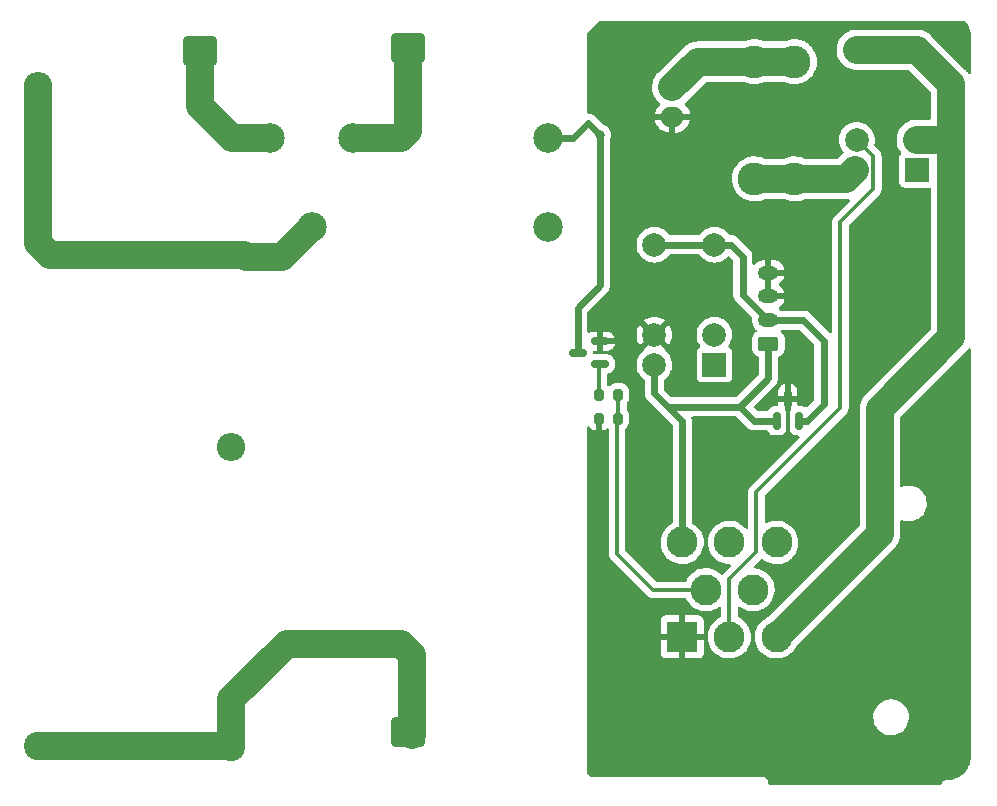
<source format=gbr>
<<<<<<< Updated upstream
%TF.GenerationSoftware,KiCad,Pcbnew,(6.0.7)*%
%TF.CreationDate,2022-11-04T12:33:48-04:00*%
%TF.ProjectId,pacman,7061636d-616e-42e6-9b69-6361645f7063,rev?*%
%TF.SameCoordinates,Original*%
%TF.FileFunction,Copper,L1,Top*%
%TF.FilePolarity,Positive*%
%FSLAX46Y46*%
G04 Gerber Fmt 4.6, Leading zero omitted, Abs format (unit mm)*
G04 Created by KiCad (PCBNEW (6.0.7)) date 2022-11-04 12:33:48*
%MOMM*%
%LPD*%
G01*
G04 APERTURE LIST*
G04 Aperture macros list*
%AMRoundRect*
0 Rectangle with rounded corners*
0 $1 Rounding radius*
0 $2 $3 $4 $5 $6 $7 $8 $9 X,Y pos of 4 corners*
0 Add a 4 corners polygon primitive as box body*
4,1,4,$2,$3,$4,$5,$6,$7,$8,$9,$2,$3,0*
0 Add four circle primitives for the rounded corners*
1,1,$1+$1,$2,$3*
1,1,$1+$1,$4,$5*
1,1,$1+$1,$6,$7*
1,1,$1+$1,$8,$9*
0 Add four rect primitives between the rounded corners*
20,1,$1+$1,$2,$3,$4,$5,0*
20,1,$1+$1,$4,$5,$6,$7,0*
20,1,$1+$1,$6,$7,$8,$9,0*
20,1,$1+$1,$8,$9,$2,$3,0*%
G04 Aperture macros list end*
%TA.AperFunction,ComponentPad*%
%ADD10RoundRect,0.250000X0.625000X-0.350000X0.625000X0.350000X-0.625000X0.350000X-0.625000X-0.350000X0*%
%TD*%
%TA.AperFunction,ComponentPad*%
%ADD11O,1.750000X1.200000*%
%TD*%
%TA.AperFunction,ComponentPad*%
%ADD12R,2.000000X2.000000*%
%TD*%
%TA.AperFunction,ComponentPad*%
%ADD13C,2.000000*%
%TD*%
%TA.AperFunction,ComponentPad*%
%ADD14C,2.500000*%
%TD*%
%TA.AperFunction,ComponentPad*%
%ADD15C,2.780000*%
%TD*%
%TA.AperFunction,ComponentPad*%
%ADD16RoundRect,0.250000X1.150000X-0.980000X1.150000X0.980000X-1.150000X0.980000X-1.150000X-0.980000X0*%
%TD*%
%TA.AperFunction,SMDPad,CuDef*%
%ADD17RoundRect,0.150000X0.587500X0.150000X-0.587500X0.150000X-0.587500X-0.150000X0.587500X-0.150000X0*%
%TD*%
%TA.AperFunction,ComponentPad*%
%ADD18RoundRect,0.250000X-0.750000X0.600000X-0.750000X-0.600000X0.750000X-0.600000X0.750000X0.600000X0*%
%TD*%
%TA.AperFunction,ComponentPad*%
%ADD19O,2.000000X1.700000*%
%TD*%
%TA.AperFunction,SMDPad,CuDef*%
%ADD20RoundRect,0.200000X-0.200000X-0.275000X0.200000X-0.275000X0.200000X0.275000X-0.200000X0.275000X0*%
%TD*%
%TA.AperFunction,ComponentPad*%
%ADD21C,2.400000*%
%TD*%
%TA.AperFunction,ComponentPad*%
%ADD22O,2.400000X2.400000*%
%TD*%
%TA.AperFunction,SMDPad,CuDef*%
%ADD23RoundRect,0.150000X0.150000X-0.587500X0.150000X0.587500X-0.150000X0.587500X-0.150000X-0.587500X0*%
%TD*%
%TA.AperFunction,ComponentPad*%
%ADD24R,2.625000X2.625000*%
%TD*%
%TA.AperFunction,ComponentPad*%
%ADD25C,2.625000*%
%TD*%
%TA.AperFunction,ViaPad*%
%ADD26C,0.800000*%
%TD*%
%TA.AperFunction,Conductor*%
%ADD27C,2.400000*%
%TD*%
%TA.AperFunction,Conductor*%
%ADD28C,0.600000*%
%TD*%
%TA.AperFunction,Conductor*%
%ADD29C,0.200000*%
%TD*%
%TA.AperFunction,Conductor*%
%ADD30C,0.360000*%
%TD*%
G04 APERTURE END LIST*
D10*
%TO.P,J9,1,Pin_1*%
%TO.N,/AIR_B-*%
X186182000Y-78105000D03*
D11*
%TO.P,J9,2,Pin_2*%
%TO.N,/AIR_B+*%
X186182000Y-76105000D03*
%TO.P,J9,3,Pin_3*%
%TO.N,GND*%
X186182000Y-74105000D03*
%TO.P,J9,4,Pin_4*%
X186182000Y-72105000D03*
%TD*%
D12*
%TO.P,K3,1*%
%TO.N,unconnected-(K3-Pad1)*%
X198749500Y-63377500D03*
D13*
%TO.P,K3,2*%
%TO.N,+12V*%
X198749500Y-60837500D03*
%TO.P,K3,5*%
X198749500Y-53217500D03*
%TO.P,K3,6*%
X193669500Y-53217500D03*
%TO.P,K3,9*%
%TO.N,/BMS_FAN*%
X193669500Y-60837500D03*
%TO.P,K3,10*%
%TO.N,/FAN_OUT*%
X193669500Y-63377500D03*
%TD*%
D14*
%TO.P,K1,1*%
%TO.N,/INT-*%
X151013000Y-60706000D03*
%TO.P,K1,2*%
%TO.N,/AIR_B-*%
X167513000Y-68206000D03*
%TO.P,K1,5*%
%TO.N,Net-(K1-Pad5)*%
X147513000Y-68206000D03*
%TO.P,K1,9*%
%TO.N,Net-(D3-Pad2)*%
X167513000Y-60706000D03*
%TO.P,K1,10*%
%TO.N,/B+*%
X144013000Y-60706000D03*
%TD*%
D15*
%TO.P,F3,1*%
%TO.N,/FAN_OUT*%
X188390000Y-64142000D03*
X184990000Y-64142000D03*
%TO.P,F3,2*%
%TO.N,Net-(F3-Pad2)*%
X184990000Y-54222000D03*
X188390000Y-54222000D03*
%TD*%
D16*
%TO.P,J3,1,Pin_1*%
%TO.N,/INT+*%
X155702000Y-110998000D03*
%TD*%
D17*
%TO.P,Q2,1,B*%
%TO.N,Net-(Q2-Pad1)*%
X171928000Y-79817000D03*
%TO.P,Q2,2,E*%
%TO.N,GND*%
X171928000Y-77917000D03*
%TO.P,Q2,3,C*%
%TO.N,Net-(D3-Pad2)*%
X170053000Y-78867000D03*
%TD*%
D18*
%TO.P,J6,1,Pin_1*%
%TO.N,Net-(F3-Pad2)*%
X178054000Y-56388000D03*
D19*
%TO.P,J6,2,Pin_2*%
%TO.N,GND*%
X178054000Y-58888000D03*
%TD*%
D20*
%TO.P,R5,1*%
%TO.N,Net-(Q2-Pad1)*%
X171831000Y-82423000D03*
%TO.P,R5,2*%
%TO.N,/PRECHARGE*%
X173481000Y-82423000D03*
%TD*%
D21*
%TO.P,R3,1*%
%TO.N,/INT+*%
X124333000Y-112141000D03*
D22*
%TO.P,R3,2*%
%TO.N,Net-(K1-Pad5)*%
X124333000Y-56261000D03*
%TD*%
D16*
%TO.P,J4,1,Pin_1*%
%TO.N,/B+*%
X138049000Y-53340000D03*
%TD*%
D23*
%TO.P,D5,1,K*%
%TO.N,/AIR_B-*%
X186883000Y-84630500D03*
%TO.P,D5,2,K*%
%TO.N,/AIR_B+*%
X188783000Y-84630500D03*
%TO.P,D5,3,A*%
%TO.N,GND*%
X187833000Y-82755500D03*
%TD*%
D16*
%TO.P,J5,1,Pin_1*%
%TO.N,/INT-*%
X155702000Y-53086000D03*
%TD*%
D20*
%TO.P,R6,1*%
%TO.N,GND*%
X171831000Y-84455000D03*
%TO.P,R6,2*%
%TO.N,/PRECHARGE*%
X173481000Y-84455000D03*
%TD*%
D12*
%TO.P,K2,1*%
%TO.N,unconnected-(K2-Pad1)*%
X181610000Y-79883000D03*
D13*
%TO.P,K2,2*%
%TO.N,/MAIN_CONT*%
X181610000Y-77343000D03*
%TO.P,K2,5*%
%TO.N,/AIR_B+*%
X181610000Y-69723000D03*
%TO.P,K2,6*%
X176530000Y-69723000D03*
%TO.P,K2,9*%
%TO.N,GND*%
X176530000Y-77343000D03*
%TO.P,K2,10*%
%TO.N,/AIR_B-*%
X176530000Y-79883000D03*
%TD*%
D24*
%TO.P,J1,1,Pin_1*%
%TO.N,GND*%
X178880000Y-102933000D03*
D25*
%TO.P,J1,2,Pin_2*%
%TO.N,/BMS_FAN*%
X182880000Y-102933000D03*
%TO.P,J1,3,Pin_3*%
%TO.N,+12V*%
X186880000Y-102933000D03*
%TO.P,J1,4,Pin_4*%
%TO.N,/PRECHARGE*%
X180880000Y-98933000D03*
%TO.P,J1,5,Pin_5*%
%TO.N,unconnected-(J1-Pad5)*%
X184880000Y-98933000D03*
%TO.P,J1,6,Pin_6*%
%TO.N,/AIR_B-*%
X178880000Y-94933000D03*
%TO.P,J1,7,Pin_7*%
%TO.N,/MAIN_CONT*%
X182880000Y-94933000D03*
%TO.P,J1,8,Pin_8*%
%TO.N,unconnected-(J1-Pad8)*%
X186880000Y-94933000D03*
%TD*%
D21*
%TO.P,R1,1*%
%TO.N,/INT+*%
X140716000Y-112268000D03*
D22*
%TO.P,R1,2*%
%TO.N,Net-(D1-Pad2)*%
X140716000Y-86868000D03*
%TD*%
D26*
%TO.N,Net-(D3-Pad2)*%
X171958000Y-60452000D03*
%TD*%
D27*
%TO.N,/INT-*%
X155702000Y-60071000D02*
X155702000Y-53086000D01*
X151013000Y-60706000D02*
X155067000Y-60706000D01*
X155067000Y-60706000D02*
X155702000Y-60071000D01*
D28*
%TO.N,Net-(D3-Pad2)*%
X169672000Y-60706000D02*
X167513000Y-60706000D01*
X170942000Y-59436000D02*
X171958000Y-60452000D01*
X171958000Y-60452000D02*
X171958000Y-73152000D01*
X170942000Y-59436000D02*
X169672000Y-60706000D01*
X170053000Y-75057000D02*
X170053000Y-78867000D01*
X171958000Y-73152000D02*
X170053000Y-75057000D01*
%TO.N,/AIR_B+*%
X184023000Y-70739000D02*
X183007000Y-69723000D01*
X189435500Y-84630500D02*
X190881000Y-83185000D01*
X183007000Y-69723000D02*
X181610000Y-69723000D01*
X190881000Y-83185000D02*
X190881000Y-77851000D01*
X181610000Y-69723000D02*
X176530000Y-69723000D01*
X184023000Y-73946000D02*
X186182000Y-76105000D01*
X188783000Y-84630500D02*
X189435500Y-84630500D01*
X189135000Y-76105000D02*
X186182000Y-76105000D01*
X190881000Y-77851000D02*
X189135000Y-76105000D01*
X184023000Y-70739000D02*
X184023000Y-73946000D01*
D29*
%TO.N,unconnected-(J1-Pad8)*%
X186880000Y-94933000D02*
X187654999Y-95707999D01*
D27*
%TO.N,/B+*%
X144013000Y-60706000D02*
X140801037Y-60706000D01*
X140801037Y-60706000D02*
X138049000Y-57953963D01*
X138049000Y-57953963D02*
X138049000Y-53340000D01*
%TO.N,+12V*%
X201676000Y-56144000D02*
X198749500Y-53217500D01*
X198749500Y-53217500D02*
X193669500Y-53217500D01*
X201676000Y-61504978D02*
X201008522Y-60837500D01*
X201676000Y-77570958D02*
X201676000Y-61504978D01*
X201676000Y-61504978D02*
X201676000Y-56144000D01*
X195630479Y-94182521D02*
X195630479Y-83616479D01*
X201008522Y-60837500D02*
X198749500Y-60837500D01*
X186880000Y-102933000D02*
X195630479Y-94182521D01*
X195630479Y-83616479D02*
X201676000Y-77570958D01*
D30*
%TO.N,/PRECHARGE*%
X173355000Y-84581000D02*
X173481000Y-84455000D01*
X180880000Y-98933000D02*
X176403000Y-98933000D01*
X173355000Y-95885000D02*
X173355000Y-84581000D01*
X173481000Y-84455000D02*
X173481000Y-82423000D01*
X176403000Y-98933000D02*
X173355000Y-95885000D01*
D28*
%TO.N,/AIR_B-*%
X182499000Y-83439000D02*
X183769000Y-83439000D01*
X177673000Y-83439000D02*
X178880000Y-84646000D01*
X183769000Y-83439000D02*
X184960500Y-84630500D01*
X184960500Y-84630500D02*
X186883000Y-84630500D01*
X176530000Y-82296000D02*
X177673000Y-83439000D01*
X176530000Y-79883000D02*
X176530000Y-82296000D01*
X182499000Y-83439000D02*
X177673000Y-83439000D01*
X178880000Y-84646000D02*
X178880000Y-94933000D01*
X183769000Y-83439000D02*
X186182000Y-81026000D01*
X186182000Y-81026000D02*
X186182000Y-78105000D01*
D27*
%TO.N,/INT+*%
X145161000Y-103754000D02*
X140716000Y-108199000D01*
X140589000Y-112141000D02*
X140716000Y-112268000D01*
X155067000Y-103500000D02*
X150246000Y-103500000D01*
X124333000Y-112141000D02*
X140589000Y-112141000D01*
X150246000Y-103500000D02*
X145415000Y-103500000D01*
X145415000Y-103500000D02*
X145161000Y-103754000D01*
X156045000Y-104478000D02*
X155067000Y-103500000D01*
X140716000Y-108199000D02*
X140716000Y-112268000D01*
X156045000Y-111251000D02*
X156045000Y-104478000D01*
%TO.N,Net-(K1-Pad5)*%
X141913506Y-70750258D02*
X144968742Y-70750258D01*
X140050999Y-70581999D02*
X141745247Y-70581999D01*
X141745247Y-70581999D02*
X125318999Y-70581999D01*
X125318999Y-70581999D02*
X124333000Y-69596000D01*
X144968742Y-70750258D02*
X147513000Y-68206000D01*
X124333000Y-69596000D02*
X124333000Y-56261000D01*
X141745247Y-70581999D02*
X141913506Y-70750258D01*
D30*
%TO.N,Net-(Q2-Pad1)*%
X171831000Y-79914000D02*
X171928000Y-79817000D01*
X171831000Y-82423000D02*
X171831000Y-79914000D01*
D27*
%TO.N,Net-(F3-Pad2)*%
X184990000Y-54222000D02*
X180220000Y-54222000D01*
X188390000Y-54222000D02*
X184990000Y-54222000D01*
X180220000Y-54222000D02*
X178054000Y-56388000D01*
%TO.N,/FAN_OUT*%
X184990000Y-64142000D02*
X188390000Y-64142000D01*
X192727980Y-64142000D02*
X193492480Y-63377500D01*
X188390000Y-64142000D02*
X192727980Y-64142000D01*
D30*
%TO.N,/BMS_FAN*%
X193669500Y-60837500D02*
X195072000Y-62240000D01*
X185166000Y-90678000D02*
X185166000Y-95758000D01*
X192278000Y-67818000D02*
X192278000Y-83566000D01*
X182880000Y-98044000D02*
X182880000Y-102933000D01*
X195072000Y-65024000D02*
X192278000Y-67818000D01*
X192278000Y-83566000D02*
X185166000Y-90678000D01*
X195072000Y-62240000D02*
X195072000Y-65024000D01*
X185166000Y-95758000D02*
X182880000Y-98044000D01*
%TD*%
%TA.AperFunction,Conductor*%
%TO.N,GND*%
G36*
X202850931Y-50820002D02*
G01*
X202871905Y-50836905D01*
X202975238Y-50940238D01*
X202990908Y-50959331D01*
X203049743Y-51047384D01*
X203057984Y-51061658D01*
X203168209Y-51285174D01*
X203174515Y-51300398D01*
X203254625Y-51536394D01*
X203258888Y-51552304D01*
X203272574Y-51621105D01*
X203307509Y-51796738D01*
X203309660Y-51813078D01*
X203323763Y-52028236D01*
X203322733Y-52051350D01*
X203322690Y-52054854D01*
X203321309Y-52063724D01*
X203322473Y-52072626D01*
X203322473Y-52072628D01*
X203325436Y-52095283D01*
X203326500Y-52111621D01*
X203326500Y-55117209D01*
X203306498Y-55185330D01*
X203252842Y-55231823D01*
X203182568Y-55241927D01*
X203117988Y-55212433D01*
X203091881Y-55181067D01*
X203083062Y-55166066D01*
X203080040Y-55162354D01*
X203080033Y-55162344D01*
X203046511Y-55121168D01*
X203040572Y-55113259D01*
X203009958Y-55068965D01*
X203009956Y-55068962D01*
X203007661Y-55065642D01*
X202951931Y-55003747D01*
X202950743Y-55002559D01*
X202949640Y-55001397D01*
X202949683Y-55001356D01*
X202942396Y-54993285D01*
X202921971Y-54968197D01*
X202918949Y-54964485D01*
X202855054Y-54906650D01*
X202850515Y-54902331D01*
X199984178Y-52035994D01*
X199984014Y-52035693D01*
X199983945Y-52035761D01*
X199923055Y-51974551D01*
X199869155Y-51920368D01*
X199865309Y-51917527D01*
X199818714Y-51883111D01*
X199811494Y-51877357D01*
X199767562Y-51839637D01*
X199763931Y-51836519D01*
X199759877Y-51833991D01*
X199759872Y-51833987D01*
X199714803Y-51805880D01*
X199706621Y-51800319D01*
X199663918Y-51768778D01*
X199663917Y-51768777D01*
X199660066Y-51765933D01*
X199604578Y-51736740D01*
X199596574Y-51732146D01*
X199547428Y-51701495D01*
X199547426Y-51701494D01*
X199543371Y-51698965D01*
X199538984Y-51697080D01*
X199538976Y-51697076D01*
X199490179Y-51676112D01*
X199481248Y-51671852D01*
X199434256Y-51647128D01*
X199434250Y-51647125D01*
X199430024Y-51644902D01*
X199425510Y-51643343D01*
X199425500Y-51643339D01*
X199370757Y-51624436D01*
X199362146Y-51621105D01*
X199308936Y-51598245D01*
X199308933Y-51598244D01*
X199304541Y-51596357D01*
X199299923Y-51595158D01*
X199299916Y-51595156D01*
X199248514Y-51581815D01*
X199239044Y-51578956D01*
X199188845Y-51561622D01*
X199188843Y-51561622D01*
X199184321Y-51560060D01*
X199179615Y-51559200D01*
X199179613Y-51559200D01*
X199122641Y-51548795D01*
X199113625Y-51546804D01*
X199057566Y-51532254D01*
X199057567Y-51532254D01*
X199052939Y-51531053D01*
X198995348Y-51525153D01*
X198985555Y-51523759D01*
X198928612Y-51513359D01*
X198845439Y-51509000D01*
X198843767Y-51509000D01*
X198842134Y-51508957D01*
X198842136Y-51508898D01*
X198831297Y-51508344D01*
X198794355Y-51504559D01*
X198789574Y-51504797D01*
X198789573Y-51504797D01*
X198708284Y-51508844D01*
X198702019Y-51509000D01*
X193603401Y-51509000D01*
X193601022Y-51509181D01*
X193601021Y-51509181D01*
X193415077Y-51523325D01*
X193415072Y-51523326D01*
X193410310Y-51523688D01*
X193405656Y-51524767D01*
X193405654Y-51524767D01*
X193253389Y-51560060D01*
X193157085Y-51582382D01*
X192915652Y-51678705D01*
X192691566Y-51810438D01*
X192489985Y-51974551D01*
X192315547Y-52167267D01*
X192172267Y-52384151D01*
X192170266Y-52388491D01*
X192170264Y-52388495D01*
X192065447Y-52615860D01*
X192063441Y-52620212D01*
X192062117Y-52624813D01*
X192062117Y-52624814D01*
X191996006Y-52854614D01*
X191991574Y-52870018D01*
X191958320Y-53127821D01*
X191964444Y-53387687D01*
X192009806Y-53643637D01*
X192093360Y-53889781D01*
X192213185Y-54120454D01*
X192216000Y-54124308D01*
X192216003Y-54124312D01*
X192363700Y-54326483D01*
X192366523Y-54330347D01*
X192458184Y-54422489D01*
X192546471Y-54511241D01*
X192546476Y-54511245D01*
X192549845Y-54514632D01*
X192758934Y-54669067D01*
X192988976Y-54790098D01*
X192993495Y-54791659D01*
X192993501Y-54791661D01*
X193230161Y-54873380D01*
X193234679Y-54874940D01*
X193490388Y-54921641D01*
X193573561Y-54926000D01*
X197989626Y-54926000D01*
X198057747Y-54946002D01*
X198078721Y-54962905D01*
X199930595Y-56814779D01*
X199964621Y-56877091D01*
X199967500Y-56903874D01*
X199967500Y-59003000D01*
X199947498Y-59071121D01*
X199893842Y-59117614D01*
X199841500Y-59129000D01*
X198683401Y-59129000D01*
X198681022Y-59129181D01*
X198681021Y-59129181D01*
X198495077Y-59143325D01*
X198495072Y-59143326D01*
X198490310Y-59143688D01*
X198485656Y-59144767D01*
X198485654Y-59144767D01*
X198241740Y-59201303D01*
X198237085Y-59202382D01*
X197995652Y-59298705D01*
X197771566Y-59430438D01*
X197569985Y-59594551D01*
X197395547Y-59787267D01*
X197252267Y-60004151D01*
X197250266Y-60008491D01*
X197250264Y-60008495D01*
X197148109Y-60230086D01*
X197143441Y-60240212D01*
X197142117Y-60244813D01*
X197142117Y-60244814D01*
X197080623Y-60458565D01*
X197071574Y-60490018D01*
X197038320Y-60747821D01*
X197040478Y-60839396D01*
X197043577Y-60970887D01*
X197044444Y-61007687D01*
X197089806Y-61263637D01*
X197173360Y-61509781D01*
X197293185Y-61740454D01*
X197296000Y-61744308D01*
X197296003Y-61744312D01*
X197385403Y-61866684D01*
X197409436Y-61933489D01*
X197393537Y-62002683D01*
X197384489Y-62016575D01*
X197298885Y-62130795D01*
X197247755Y-62267184D01*
X197241000Y-62329366D01*
X197241000Y-64425634D01*
X197247755Y-64487816D01*
X197298885Y-64624205D01*
X197386239Y-64740761D01*
X197502795Y-64828115D01*
X197639184Y-64879245D01*
X197701366Y-64886000D01*
X199797634Y-64886000D01*
X199827892Y-64882713D01*
X199897775Y-64895241D01*
X199949790Y-64943562D01*
X199967500Y-65007976D01*
X199967500Y-76811084D01*
X199947498Y-76879205D01*
X199930595Y-76900179D01*
X194448973Y-82381801D01*
X194448672Y-82381965D01*
X194448740Y-82382034D01*
X194333347Y-82496824D01*
X194330508Y-82500667D01*
X194330506Y-82500670D01*
X194296090Y-82547265D01*
X194290336Y-82554485D01*
X194265496Y-82583415D01*
X194249498Y-82602048D01*
X194246970Y-82606102D01*
X194246966Y-82606107D01*
X194218859Y-82651176D01*
X194213299Y-82659356D01*
X194178912Y-82705913D01*
X194150879Y-82759196D01*
X194149722Y-82761395D01*
X194145128Y-82769400D01*
X194111944Y-82822608D01*
X194110059Y-82826995D01*
X194110055Y-82827003D01*
X194089091Y-82875800D01*
X194084831Y-82884731D01*
X194060107Y-82931723D01*
X194060104Y-82931729D01*
X194057881Y-82935955D01*
X194056322Y-82940469D01*
X194056318Y-82940479D01*
X194037415Y-82995222D01*
X194034084Y-83003833D01*
X194011224Y-83057043D01*
X194009336Y-83061438D01*
X194008137Y-83066056D01*
X194008135Y-83066063D01*
X193994794Y-83117465D01*
X193991935Y-83126935D01*
X193990229Y-83131877D01*
X193973039Y-83181658D01*
X193972179Y-83186364D01*
X193972179Y-83186366D01*
X193961774Y-83243338D01*
X193959783Y-83252354D01*
X193944032Y-83313040D01*
X193943545Y-83317794D01*
X193938132Y-83370628D01*
X193936738Y-83380422D01*
X193926338Y-83437367D01*
X193921979Y-83520540D01*
X193921979Y-83522212D01*
X193921936Y-83523845D01*
X193921877Y-83523843D01*
X193921323Y-83534681D01*
X193917538Y-83571624D01*
X193917776Y-83576405D01*
X193917776Y-83576406D01*
X193921823Y-83657695D01*
X193921979Y-83663960D01*
X193921979Y-93422647D01*
X193901977Y-93490768D01*
X193885074Y-93511742D01*
X186133564Y-101263252D01*
X186097221Y-101288582D01*
X185994686Y-101335852D01*
X185990777Y-101338415D01*
X185772250Y-101481687D01*
X185772245Y-101481691D01*
X185768337Y-101484253D01*
X185566409Y-101664480D01*
X185393339Y-101872575D01*
X185252928Y-102103965D01*
X185251119Y-102108279D01*
X185251118Y-102108281D01*
X185233123Y-102151195D01*
X185148260Y-102353568D01*
X185081637Y-102615900D01*
X185054520Y-102885198D01*
X185067506Y-103155546D01*
X185120309Y-103421006D01*
X185121888Y-103425404D01*
X185121890Y-103425411D01*
X185170871Y-103561833D01*
X185211769Y-103675744D01*
X185339878Y-103914166D01*
X185501820Y-104131033D01*
X185505129Y-104134313D01*
X185505134Y-104134319D01*
X185669227Y-104296986D01*
X185694039Y-104321582D01*
X185697801Y-104324340D01*
X185697804Y-104324343D01*
X185750670Y-104363106D01*
X185912311Y-104481626D01*
X185916442Y-104483800D01*
X185916443Y-104483800D01*
X186147707Y-104605474D01*
X186147713Y-104605476D01*
X186151842Y-104607649D01*
X186156249Y-104609188D01*
X186156256Y-104609191D01*
X186388478Y-104690286D01*
X186407369Y-104696883D01*
X186426499Y-104700515D01*
X186668690Y-104746497D01*
X186668693Y-104746497D01*
X186673279Y-104747368D01*
X186801855Y-104752420D01*
X186939062Y-104757811D01*
X186939067Y-104757811D01*
X186943730Y-104757994D01*
X187071700Y-104743979D01*
X187208128Y-104729038D01*
X187208133Y-104729037D01*
X187212781Y-104728528D01*
X187217305Y-104727337D01*
X187469999Y-104660808D01*
X187470001Y-104660807D01*
X187474522Y-104659617D01*
X187478819Y-104657771D01*
X187718908Y-104554621D01*
X187718910Y-104554620D01*
X187723202Y-104552776D01*
X187842642Y-104478864D01*
X187949385Y-104412810D01*
X187949389Y-104412807D01*
X187953358Y-104410351D01*
X188054955Y-104324343D01*
X188156368Y-104238491D01*
X188156370Y-104238489D01*
X188159935Y-104235471D01*
X188338393Y-104031978D01*
X188484813Y-103804342D01*
X188524499Y-103716243D01*
X188550286Y-103678898D01*
X196811985Y-95417199D01*
X196812286Y-95417035D01*
X196812218Y-95416966D01*
X196924224Y-95305545D01*
X196927611Y-95302176D01*
X196934805Y-95292436D01*
X196964868Y-95251735D01*
X196970622Y-95244515D01*
X197008342Y-95200583D01*
X197011460Y-95196952D01*
X197013988Y-95192898D01*
X197013992Y-95192893D01*
X197042099Y-95147824D01*
X197047660Y-95139642D01*
X197079201Y-95096939D01*
X197079202Y-95096938D01*
X197082046Y-95093087D01*
X197111239Y-95037599D01*
X197115833Y-95029595D01*
X197146484Y-94980449D01*
X197146485Y-94980447D01*
X197149014Y-94976392D01*
X197150899Y-94972005D01*
X197150903Y-94971997D01*
X197171867Y-94923200D01*
X197176127Y-94914269D01*
X197200851Y-94867277D01*
X197200854Y-94867271D01*
X197203077Y-94863045D01*
X197204636Y-94858531D01*
X197204640Y-94858521D01*
X197223543Y-94803778D01*
X197226874Y-94795167D01*
X197249734Y-94741957D01*
X197249735Y-94741954D01*
X197251622Y-94737562D01*
X197252821Y-94732944D01*
X197252823Y-94732937D01*
X197266164Y-94681535D01*
X197269023Y-94672065D01*
X197286357Y-94621866D01*
X197286357Y-94621864D01*
X197287919Y-94617342D01*
X197299184Y-94555662D01*
X197301175Y-94546646D01*
X197315725Y-94490587D01*
X197316926Y-94485960D01*
X197322826Y-94428369D01*
X197324220Y-94418576D01*
X197327777Y-94399098D01*
X197334620Y-94361633D01*
X197338979Y-94278460D01*
X197338979Y-94276788D01*
X197339022Y-94275155D01*
X197339081Y-94275157D01*
X197339635Y-94264318D01*
X197342932Y-94232137D01*
X197343420Y-94227376D01*
X197339135Y-94141305D01*
X197338979Y-94135040D01*
X197338979Y-93149947D01*
X197358981Y-93081826D01*
X197412637Y-93035333D01*
X197482911Y-93025229D01*
X197505998Y-93030811D01*
X197703631Y-93098862D01*
X197790364Y-93113843D01*
X197938926Y-93139504D01*
X197938932Y-93139505D01*
X197942836Y-93140179D01*
X197946797Y-93140359D01*
X197946798Y-93140359D01*
X197970506Y-93141436D01*
X197970525Y-93141436D01*
X197971925Y-93141500D01*
X198141001Y-93141500D01*
X198143509Y-93141298D01*
X198143514Y-93141298D01*
X198316924Y-93127346D01*
X198316929Y-93127345D01*
X198321965Y-93126940D01*
X198326873Y-93125734D01*
X198326876Y-93125734D01*
X198552792Y-93070244D01*
X198557706Y-93069037D01*
X198562358Y-93067062D01*
X198562362Y-93067061D01*
X198776498Y-92976165D01*
X198781156Y-92974188D01*
X198857646Y-92926019D01*
X198982288Y-92847528D01*
X198982291Y-92847526D01*
X198986567Y-92844833D01*
X199032166Y-92804633D01*
X199164858Y-92687650D01*
X199164861Y-92687647D01*
X199168655Y-92684302D01*
X199322734Y-92496722D01*
X199444841Y-92286922D01*
X199531833Y-92060298D01*
X199581474Y-91822680D01*
X199592486Y-91580183D01*
X199564585Y-91339044D01*
X199498490Y-91105468D01*
X199496356Y-91100892D01*
X199496354Y-91100886D01*
X199398038Y-90890046D01*
X199398036Y-90890042D01*
X199395901Y-90885464D01*
X199259456Y-90684693D01*
X199092668Y-90508319D01*
X199066780Y-90488526D01*
X198903846Y-90363953D01*
X198903842Y-90363950D01*
X198899826Y-90360880D01*
X198685891Y-90246169D01*
X198456369Y-90167138D01*
X198357022Y-90149978D01*
X198221074Y-90126496D01*
X198221068Y-90126495D01*
X198217164Y-90125821D01*
X198213203Y-90125641D01*
X198213202Y-90125641D01*
X198189494Y-90124564D01*
X198189475Y-90124564D01*
X198188075Y-90124500D01*
X198018999Y-90124500D01*
X198016491Y-90124702D01*
X198016486Y-90124702D01*
X197843076Y-90138654D01*
X197843071Y-90138655D01*
X197838035Y-90139060D01*
X197833127Y-90140266D01*
X197833124Y-90140266D01*
X197607208Y-90195756D01*
X197602294Y-90196963D01*
X197597642Y-90198938D01*
X197597638Y-90198939D01*
X197514211Y-90234352D01*
X197443690Y-90242557D01*
X197379928Y-90211332D01*
X197343169Y-90150593D01*
X197338979Y-90118368D01*
X197338979Y-84376353D01*
X197358981Y-84308232D01*
X197375884Y-84287258D01*
X202857506Y-78805636D01*
X202857807Y-78805472D01*
X202857739Y-78805403D01*
X202898068Y-78765285D01*
X202973132Y-78690613D01*
X202975973Y-78686767D01*
X203010389Y-78640172D01*
X203016143Y-78632952D01*
X203048652Y-78595089D01*
X203056981Y-78585389D01*
X203059509Y-78581335D01*
X203059513Y-78581330D01*
X203087620Y-78536261D01*
X203093181Y-78528079D01*
X203099149Y-78519999D01*
X203155710Y-78477088D01*
X203226492Y-78471568D01*
X203289021Y-78505192D01*
X203323446Y-78567284D01*
X203326500Y-78594858D01*
X203326500Y-112980633D01*
X203325000Y-113000018D01*
X203322690Y-113014851D01*
X203322690Y-113014855D01*
X203321309Y-113023724D01*
X203322473Y-113032626D01*
X203322473Y-113032629D01*
X203323439Y-113040012D01*
X203324233Y-113064591D01*
X203309660Y-113286922D01*
X203307509Y-113303262D01*
X203258889Y-113547693D01*
X203254625Y-113563606D01*
X203220312Y-113664689D01*
X203174516Y-113799600D01*
X203168209Y-113814826D01*
X203057984Y-114038342D01*
X203049743Y-114052616D01*
X202911287Y-114259829D01*
X202901254Y-114272905D01*
X202736932Y-114460278D01*
X202725278Y-114471932D01*
X202537905Y-114636254D01*
X202524829Y-114646287D01*
X202317616Y-114784743D01*
X202303342Y-114792984D01*
X202079826Y-114903209D01*
X202064602Y-114909515D01*
X201828606Y-114989625D01*
X201812696Y-114993888D01*
X201690478Y-115018199D01*
X201568262Y-115042509D01*
X201551922Y-115044660D01*
X201403134Y-115054413D01*
X201336763Y-115058763D01*
X201313650Y-115057733D01*
X201310146Y-115057690D01*
X201301276Y-115056309D01*
X201292374Y-115057473D01*
X201292371Y-115057473D01*
X201203486Y-115069096D01*
X201156848Y-115075195D01*
X201148635Y-115078809D01*
X201148631Y-115078810D01*
X201058278Y-115118567D01*
X201023526Y-115133859D01*
X201016656Y-115139634D01*
X201016654Y-115139635D01*
X200918903Y-115221803D01*
X200912027Y-115227583D01*
X200907050Y-115235060D01*
X200864764Y-115298586D01*
X200831316Y-115348834D01*
X200828640Y-115357401D01*
X200824774Y-115365505D01*
X200822844Y-115364585D01*
X200790110Y-115413636D01*
X200725030Y-115442009D01*
X200709255Y-115443000D01*
X186308436Y-115443000D01*
X186240315Y-115422998D01*
X186193822Y-115369342D01*
X186182438Y-115316230D01*
X186182921Y-115237203D01*
X186182976Y-115228228D01*
X186142949Y-115088178D01*
X186137039Y-115078810D01*
X186082441Y-114992278D01*
X186065224Y-114964991D01*
X185956049Y-114868571D01*
X185947926Y-114864757D01*
X185947924Y-114864756D01*
X185861804Y-114824323D01*
X185824200Y-114806668D01*
X185815335Y-114805288D01*
X185815333Y-114805287D01*
X185736317Y-114792984D01*
X185713614Y-114789449D01*
X171213729Y-114789449D01*
X171145608Y-114769447D01*
X171124628Y-114752539D01*
X170852035Y-114479911D01*
X170818014Y-114417596D01*
X170815136Y-114390805D01*
X170815731Y-109785817D01*
X195067514Y-109785817D01*
X195068095Y-109790837D01*
X195068095Y-109790841D01*
X195083923Y-109927631D01*
X195095415Y-110026956D01*
X195096791Y-110031820D01*
X195096792Y-110031823D01*
X195142476Y-110193266D01*
X195161510Y-110260532D01*
X195163644Y-110265108D01*
X195163646Y-110265114D01*
X195220446Y-110386922D01*
X195264099Y-110480536D01*
X195400544Y-110681307D01*
X195567332Y-110857681D01*
X195571358Y-110860759D01*
X195571359Y-110860760D01*
X195756154Y-111002047D01*
X195756158Y-111002050D01*
X195760174Y-111005120D01*
X195974109Y-111119831D01*
X196203631Y-111198862D01*
X196302978Y-111216022D01*
X196438926Y-111239504D01*
X196438932Y-111239505D01*
X196442836Y-111240179D01*
X196446797Y-111240359D01*
X196446798Y-111240359D01*
X196470506Y-111241436D01*
X196470525Y-111241436D01*
X196471925Y-111241500D01*
X196641001Y-111241500D01*
X196643509Y-111241298D01*
X196643514Y-111241298D01*
X196816924Y-111227346D01*
X196816929Y-111227345D01*
X196821965Y-111226940D01*
X196826873Y-111225734D01*
X196826876Y-111225734D01*
X197052792Y-111170244D01*
X197057706Y-111169037D01*
X197062358Y-111167062D01*
X197062362Y-111167061D01*
X197276498Y-111076165D01*
X197281156Y-111074188D01*
X197387037Y-111007511D01*
X197482288Y-110947528D01*
X197482291Y-110947526D01*
X197486567Y-110944833D01*
X197585422Y-110857681D01*
X197664858Y-110787650D01*
X197664861Y-110787647D01*
X197668655Y-110784302D01*
X197822734Y-110596722D01*
X197944841Y-110386922D01*
X198031833Y-110160298D01*
X198081474Y-109922680D01*
X198092486Y-109680183D01*
X198077235Y-109548373D01*
X198065167Y-109444071D01*
X198065166Y-109444067D01*
X198064585Y-109439044D01*
X198025517Y-109300978D01*
X197999866Y-109210331D01*
X197998490Y-109205468D01*
X197996356Y-109200892D01*
X197996354Y-109200886D01*
X197898038Y-108990046D01*
X197898036Y-108990042D01*
X197895901Y-108985464D01*
X197759456Y-108784693D01*
X197592668Y-108608319D01*
X197588641Y-108605240D01*
X197403846Y-108463953D01*
X197403842Y-108463950D01*
X197399826Y-108460880D01*
X197185891Y-108346169D01*
X196956369Y-108267138D01*
X196857022Y-108249978D01*
X196721074Y-108226496D01*
X196721068Y-108226495D01*
X196717164Y-108225821D01*
X196713203Y-108225641D01*
X196713202Y-108225641D01*
X196689494Y-108224564D01*
X196689475Y-108224564D01*
X196688075Y-108224500D01*
X196518999Y-108224500D01*
X196516491Y-108224702D01*
X196516486Y-108224702D01*
X196343076Y-108238654D01*
X196343071Y-108238655D01*
X196338035Y-108239060D01*
X196333127Y-108240266D01*
X196333124Y-108240266D01*
X196217007Y-108268787D01*
X196102294Y-108296963D01*
X196097642Y-108298938D01*
X196097638Y-108298939D01*
X195990252Y-108344522D01*
X195878844Y-108391812D01*
X195874560Y-108394510D01*
X195677712Y-108518472D01*
X195677709Y-108518474D01*
X195673433Y-108521167D01*
X195669639Y-108524512D01*
X195495142Y-108678350D01*
X195495139Y-108678353D01*
X195491345Y-108681698D01*
X195337266Y-108869278D01*
X195215159Y-109079078D01*
X195128167Y-109305702D01*
X195078526Y-109543320D01*
X195067514Y-109785817D01*
X170815731Y-109785817D01*
X170816441Y-104290169D01*
X177059501Y-104290169D01*
X177059871Y-104296990D01*
X177065395Y-104347852D01*
X177069021Y-104363104D01*
X177114176Y-104483554D01*
X177122714Y-104499149D01*
X177199215Y-104601224D01*
X177211776Y-104613785D01*
X177313851Y-104690286D01*
X177329446Y-104698824D01*
X177449894Y-104743978D01*
X177465149Y-104747605D01*
X177516014Y-104753131D01*
X177522828Y-104753500D01*
X178607885Y-104753500D01*
X178623124Y-104749025D01*
X178624329Y-104747635D01*
X178626000Y-104739952D01*
X178626000Y-104735384D01*
X179134000Y-104735384D01*
X179138475Y-104750623D01*
X179139865Y-104751828D01*
X179147548Y-104753499D01*
X180237169Y-104753499D01*
X180243990Y-104753129D01*
X180294852Y-104747605D01*
X180310104Y-104743979D01*
X180430554Y-104698824D01*
X180446149Y-104690286D01*
X180548224Y-104613785D01*
X180560785Y-104601224D01*
X180637286Y-104499149D01*
X180645824Y-104483554D01*
X180690978Y-104363106D01*
X180694605Y-104347851D01*
X180700131Y-104296986D01*
X180700500Y-104290172D01*
X180700500Y-103205115D01*
X180696025Y-103189876D01*
X180694635Y-103188671D01*
X180686952Y-103187000D01*
X179152115Y-103187000D01*
X179136876Y-103191475D01*
X179135671Y-103192865D01*
X179134000Y-103200548D01*
X179134000Y-104735384D01*
X178626000Y-104735384D01*
X178626000Y-103205115D01*
X178621525Y-103189876D01*
X178620135Y-103188671D01*
X178612452Y-103187000D01*
X177077616Y-103187000D01*
X177062377Y-103191475D01*
X177061172Y-103192865D01*
X177059501Y-103200548D01*
X177059501Y-104290169D01*
X170816441Y-104290169D01*
X170816652Y-102660885D01*
X177059500Y-102660885D01*
X177063975Y-102676124D01*
X177065365Y-102677329D01*
X177073048Y-102679000D01*
X178607885Y-102679000D01*
X178623124Y-102674525D01*
X178624329Y-102673135D01*
X178626000Y-102665452D01*
X178626000Y-102660885D01*
X179134000Y-102660885D01*
X179138475Y-102676124D01*
X179139865Y-102677329D01*
X179147548Y-102679000D01*
X180682384Y-102679000D01*
X180697623Y-102674525D01*
X180698828Y-102673135D01*
X180700499Y-102665452D01*
X180700499Y-101575831D01*
X180700129Y-101569010D01*
X180694605Y-101518148D01*
X180690979Y-101502896D01*
X180645824Y-101382446D01*
X180637286Y-101366851D01*
X180560785Y-101264776D01*
X180548224Y-101252215D01*
X180446149Y-101175714D01*
X180430554Y-101167176D01*
X180310106Y-101122022D01*
X180294851Y-101118395D01*
X180243986Y-101112869D01*
X180237172Y-101112500D01*
X179152115Y-101112500D01*
X179136876Y-101116975D01*
X179135671Y-101118365D01*
X179134000Y-101126048D01*
X179134000Y-102660885D01*
X178626000Y-102660885D01*
X178626000Y-101130616D01*
X178621525Y-101115377D01*
X178620135Y-101114172D01*
X178612452Y-101112501D01*
X177522831Y-101112501D01*
X177516010Y-101112871D01*
X177465148Y-101118395D01*
X177449896Y-101122021D01*
X177329446Y-101167176D01*
X177313851Y-101175714D01*
X177211776Y-101252215D01*
X177199215Y-101264776D01*
X177122714Y-101366851D01*
X177114176Y-101382446D01*
X177069022Y-101502894D01*
X177065395Y-101518149D01*
X177059869Y-101569014D01*
X177059500Y-101575828D01*
X177059500Y-102660885D01*
X170816652Y-102660885D01*
X170818908Y-85207133D01*
X170838919Y-85139015D01*
X170892581Y-85092529D01*
X170962856Y-85082434D01*
X171027433Y-85111935D01*
X171052684Y-85141878D01*
X171065822Y-85163571D01*
X171075131Y-85175443D01*
X171185557Y-85285869D01*
X171197426Y-85295176D01*
X171331012Y-85376079D01*
X171344757Y-85382285D01*
X171494644Y-85429256D01*
X171507694Y-85431869D01*
X171562586Y-85436913D01*
X171574124Y-85433525D01*
X171575329Y-85432135D01*
X171577000Y-85424452D01*
X171577000Y-84327000D01*
X171597002Y-84258879D01*
X171650658Y-84212386D01*
X171703000Y-84201000D01*
X171959000Y-84201000D01*
X172027121Y-84221002D01*
X172073614Y-84274658D01*
X172085000Y-84327000D01*
X172085000Y-85419884D01*
X172089475Y-85435123D01*
X172090865Y-85436328D01*
X172095294Y-85437291D01*
X172154315Y-85431868D01*
X172167351Y-85429257D01*
X172317243Y-85382285D01*
X172330988Y-85376079D01*
X172471070Y-85291242D01*
X172472069Y-85292892D01*
X172528689Y-85270312D01*
X172598385Y-85283840D01*
X172649702Y-85332901D01*
X172666500Y-85395757D01*
X172666500Y-95856777D01*
X172666208Y-95865345D01*
X172662394Y-95921298D01*
X172663699Y-95928775D01*
X172663699Y-95928777D01*
X172673051Y-95982359D01*
X172674015Y-95988883D01*
X172681463Y-96050437D01*
X172684149Y-96057544D01*
X172685234Y-96061962D01*
X172688415Y-96073591D01*
X172689737Y-96077969D01*
X172691044Y-96085460D01*
X172712492Y-96134319D01*
X172715963Y-96142226D01*
X172718454Y-96148330D01*
X172740367Y-96206322D01*
X172744667Y-96212578D01*
X172746788Y-96216636D01*
X172752641Y-96227150D01*
X172754971Y-96231091D01*
X172758026Y-96238049D01*
X172762651Y-96244076D01*
X172762652Y-96244078D01*
X172795775Y-96287245D01*
X172799646Y-96292572D01*
X172834755Y-96343657D01*
X172840426Y-96348709D01*
X172840428Y-96348712D01*
X172879888Y-96383869D01*
X172885164Y-96388850D01*
X175896185Y-99399871D01*
X175902039Y-99406136D01*
X175938920Y-99448413D01*
X175945134Y-99452780D01*
X175989643Y-99484062D01*
X175994938Y-99487995D01*
X176043719Y-99526244D01*
X176050642Y-99529370D01*
X176054567Y-99531747D01*
X176065032Y-99537716D01*
X176069050Y-99539870D01*
X176075259Y-99544234D01*
X176133018Y-99566753D01*
X176139090Y-99569305D01*
X176195598Y-99594820D01*
X176203063Y-99596204D01*
X176207426Y-99597571D01*
X176219017Y-99600873D01*
X176223444Y-99602010D01*
X176230519Y-99604768D01*
X176238048Y-99605759D01*
X176238051Y-99605760D01*
X176276885Y-99610872D01*
X176292003Y-99612863D01*
X176298507Y-99613893D01*
X176359451Y-99625188D01*
X176367032Y-99624751D01*
X176367033Y-99624751D01*
X176419792Y-99621709D01*
X176427045Y-99621500D01*
X179107288Y-99621500D01*
X179175409Y-99641502D01*
X179218280Y-99687862D01*
X179339878Y-99914166D01*
X179501820Y-100131033D01*
X179505129Y-100134313D01*
X179505134Y-100134319D01*
X179690722Y-100318294D01*
X179694039Y-100321582D01*
X179697801Y-100324340D01*
X179697804Y-100324343D01*
X179907585Y-100478161D01*
X179912311Y-100481626D01*
X179916442Y-100483800D01*
X179916443Y-100483800D01*
X180147707Y-100605474D01*
X180147713Y-100605476D01*
X180151842Y-100607649D01*
X180156249Y-100609188D01*
X180156256Y-100609191D01*
X180402953Y-100695341D01*
X180407369Y-100696883D01*
X180411962Y-100697755D01*
X180668690Y-100746497D01*
X180668693Y-100746497D01*
X180673279Y-100747368D01*
X180801855Y-100752420D01*
X180939062Y-100757811D01*
X180939067Y-100757811D01*
X180943730Y-100757994D01*
X181048708Y-100746497D01*
X181208128Y-100729038D01*
X181208133Y-100729037D01*
X181212781Y-100728528D01*
X181217305Y-100727337D01*
X181469999Y-100660808D01*
X181470001Y-100660807D01*
X181474522Y-100659617D01*
X181591892Y-100609191D01*
X181718908Y-100554621D01*
X181718910Y-100554620D01*
X181723202Y-100552776D01*
X181843778Y-100478161D01*
X181949385Y-100412810D01*
X181949389Y-100412807D01*
X181953358Y-100410351D01*
X181984088Y-100384336D01*
X182049004Y-100355588D01*
X182119157Y-100366499D01*
X182172274Y-100413606D01*
X182191500Y-100480503D01*
X182191500Y-101164461D01*
X182171498Y-101232582D01*
X182118252Y-101278887D01*
X181994686Y-101335852D01*
X181990777Y-101338415D01*
X181772250Y-101481687D01*
X181772245Y-101481691D01*
X181768337Y-101484253D01*
X181566409Y-101664480D01*
X181393339Y-101872575D01*
X181252928Y-102103965D01*
X181251119Y-102108279D01*
X181251118Y-102108281D01*
X181233123Y-102151195D01*
X181148260Y-102353568D01*
X181081637Y-102615900D01*
X181054520Y-102885198D01*
X181067506Y-103155546D01*
X181120309Y-103421006D01*
X181121888Y-103425404D01*
X181121890Y-103425411D01*
X181170871Y-103561833D01*
X181211769Y-103675744D01*
X181339878Y-103914166D01*
X181501820Y-104131033D01*
X181505129Y-104134313D01*
X181505134Y-104134319D01*
X181669227Y-104296986D01*
X181694039Y-104321582D01*
X181697801Y-104324340D01*
X181697804Y-104324343D01*
X181750670Y-104363106D01*
X181912311Y-104481626D01*
X181916442Y-104483800D01*
X181916443Y-104483800D01*
X182147707Y-104605474D01*
X182147713Y-104605476D01*
X182151842Y-104607649D01*
X182156249Y-104609188D01*
X182156256Y-104609191D01*
X182388478Y-104690286D01*
X182407369Y-104696883D01*
X182426499Y-104700515D01*
X182668690Y-104746497D01*
X182668693Y-104746497D01*
X182673279Y-104747368D01*
X182801855Y-104752420D01*
X182939062Y-104757811D01*
X182939067Y-104757811D01*
X182943730Y-104757994D01*
X183071700Y-104743979D01*
X183208128Y-104729038D01*
X183208133Y-104729037D01*
X183212781Y-104728528D01*
X183217305Y-104727337D01*
X183469999Y-104660808D01*
X183470001Y-104660807D01*
X183474522Y-104659617D01*
X183478819Y-104657771D01*
X183718908Y-104554621D01*
X183718910Y-104554620D01*
X183723202Y-104552776D01*
X183842642Y-104478864D01*
X183949385Y-104412810D01*
X183949389Y-104412807D01*
X183953358Y-104410351D01*
X184054955Y-104324343D01*
X184156368Y-104238491D01*
X184156370Y-104238489D01*
X184159935Y-104235471D01*
X184338393Y-104031978D01*
X184484813Y-103804342D01*
X184595978Y-103557565D01*
X184669446Y-103297067D01*
X184703603Y-103028571D01*
X184706106Y-102933000D01*
X184686048Y-102663084D01*
X184626314Y-102399098D01*
X184528216Y-102146841D01*
X184393910Y-101911854D01*
X184226347Y-101699301D01*
X184029206Y-101513849D01*
X183817309Y-101366851D01*
X183810657Y-101362236D01*
X183810652Y-101362233D01*
X183806819Y-101359574D01*
X183638771Y-101276702D01*
X183586523Y-101228633D01*
X183568500Y-101163696D01*
X183568500Y-100478161D01*
X183588502Y-100410040D01*
X183642158Y-100363547D01*
X183712432Y-100353443D01*
X183769004Y-100376548D01*
X183912311Y-100481626D01*
X183916442Y-100483800D01*
X183916443Y-100483800D01*
X184147707Y-100605474D01*
X184147713Y-100605476D01*
X184151842Y-100607649D01*
X184156249Y-100609188D01*
X184156256Y-100609191D01*
X184402953Y-100695341D01*
X184407369Y-100696883D01*
X184411962Y-100697755D01*
X184668690Y-100746497D01*
X184668693Y-100746497D01*
X184673279Y-100747368D01*
X184801855Y-100752420D01*
X184939062Y-100757811D01*
X184939067Y-100757811D01*
X184943730Y-100757994D01*
X185048708Y-100746497D01*
X185208128Y-100729038D01*
X185208133Y-100729037D01*
X185212781Y-100728528D01*
X185217305Y-100727337D01*
X185469999Y-100660808D01*
X185470001Y-100660807D01*
X185474522Y-100659617D01*
X185591892Y-100609191D01*
X185718908Y-100554621D01*
X185718910Y-100554620D01*
X185723202Y-100552776D01*
X185843778Y-100478161D01*
X185949385Y-100412810D01*
X185949389Y-100412807D01*
X185953358Y-100410351D01*
X186054955Y-100324343D01*
X186156368Y-100238491D01*
X186156370Y-100238489D01*
X186159935Y-100235471D01*
X186338393Y-100031978D01*
X186484813Y-99804342D01*
X186595978Y-99557565D01*
X186669446Y-99297067D01*
X186703603Y-99028571D01*
X186706106Y-98933000D01*
X186686048Y-98663084D01*
X186626314Y-98399098D01*
X186528216Y-98146841D01*
X186393910Y-97911854D01*
X186226347Y-97699301D01*
X186029206Y-97513849D01*
X185903252Y-97426471D01*
X185810657Y-97362236D01*
X185810652Y-97362233D01*
X185806819Y-97359574D01*
X185758716Y-97335852D01*
X185568259Y-97241929D01*
X185568256Y-97241928D01*
X185564071Y-97239864D01*
X185505847Y-97221226D01*
X185310741Y-97158772D01*
X185310743Y-97158772D01*
X185306296Y-97157349D01*
X185301695Y-97156600D01*
X185301692Y-97156599D01*
X185062362Y-97117622D01*
X184998343Y-97086930D01*
X184961079Y-97026498D01*
X184962403Y-96955514D01*
X184993521Y-96904165D01*
X185549564Y-96348122D01*
X185611876Y-96314096D01*
X185682691Y-96319161D01*
X185713164Y-96335605D01*
X185912311Y-96481626D01*
X185916442Y-96483800D01*
X185916443Y-96483800D01*
X186147707Y-96605474D01*
X186147713Y-96605476D01*
X186151842Y-96607649D01*
X186156249Y-96609188D01*
X186156256Y-96609191D01*
X186402953Y-96695341D01*
X186407369Y-96696883D01*
X186411962Y-96697755D01*
X186668690Y-96746497D01*
X186668693Y-96746497D01*
X186673279Y-96747368D01*
X186801855Y-96752420D01*
X186939062Y-96757811D01*
X186939067Y-96757811D01*
X186943730Y-96757994D01*
X187048708Y-96746497D01*
X187208128Y-96729038D01*
X187208133Y-96729037D01*
X187212781Y-96728528D01*
X187225004Y-96725310D01*
X187469999Y-96660808D01*
X187470001Y-96660807D01*
X187474522Y-96659617D01*
X187591892Y-96609191D01*
X187718908Y-96554621D01*
X187718910Y-96554620D01*
X187723202Y-96552776D01*
X187842642Y-96478864D01*
X187949385Y-96412810D01*
X187949389Y-96412807D01*
X187953358Y-96410351D01*
X188054955Y-96324343D01*
X188156368Y-96238491D01*
X188156370Y-96238489D01*
X188159935Y-96235471D01*
X188338393Y-96031978D01*
X188484813Y-95804342D01*
X188595978Y-95557565D01*
X188669446Y-95297067D01*
X188689473Y-95139642D01*
X188703205Y-95031701D01*
X188703205Y-95031697D01*
X188703603Y-95028571D01*
X188706106Y-94933000D01*
X188696179Y-94799410D01*
X188686394Y-94667736D01*
X188686393Y-94667732D01*
X188686048Y-94663084D01*
X188626314Y-94399098D01*
X188528216Y-94146841D01*
X188393910Y-93911854D01*
X188226347Y-93699301D01*
X188029206Y-93513849D01*
X187897739Y-93422647D01*
X187810657Y-93362236D01*
X187810652Y-93362233D01*
X187806819Y-93359574D01*
X187763913Y-93338415D01*
X187568259Y-93241929D01*
X187568256Y-93241928D01*
X187564071Y-93239864D01*
X187505847Y-93221226D01*
X187310741Y-93158772D01*
X187310743Y-93158772D01*
X187306296Y-93157349D01*
X187119576Y-93126940D01*
X187043768Y-93114594D01*
X187043767Y-93114594D01*
X187039156Y-93113843D01*
X186903837Y-93112071D01*
X186773196Y-93110361D01*
X186773193Y-93110361D01*
X186768519Y-93110300D01*
X186500331Y-93146799D01*
X186495845Y-93148107D01*
X186495843Y-93148107D01*
X186464135Y-93157349D01*
X186240484Y-93222537D01*
X186236231Y-93224497D01*
X186236230Y-93224498D01*
X186033251Y-93318073D01*
X185963014Y-93328428D01*
X185898328Y-93299165D01*
X185859731Y-93239577D01*
X185854500Y-93203647D01*
X185854500Y-91015376D01*
X185874502Y-90947255D01*
X185891405Y-90926281D01*
X192744871Y-84072815D01*
X192751136Y-84066961D01*
X192763022Y-84056592D01*
X192793413Y-84030080D01*
X192829062Y-83979357D01*
X192832995Y-83974062D01*
X192866557Y-83931259D01*
X192866558Y-83931257D01*
X192871244Y-83925281D01*
X192874370Y-83918358D01*
X192876747Y-83914433D01*
X192882716Y-83903968D01*
X192884870Y-83899950D01*
X192889234Y-83893741D01*
X192911755Y-83835978D01*
X192914309Y-83829901D01*
X192939820Y-83773402D01*
X192941204Y-83765937D01*
X192942571Y-83761574D01*
X192945873Y-83749983D01*
X192947010Y-83745556D01*
X192949768Y-83738481D01*
X192957863Y-83676997D01*
X192958894Y-83670488D01*
X192968804Y-83617017D01*
X192970188Y-83609549D01*
X192966709Y-83549208D01*
X192966500Y-83541955D01*
X192966500Y-68155376D01*
X192986502Y-68087255D01*
X193003405Y-68066281D01*
X195538879Y-65530808D01*
X195545144Y-65524954D01*
X195581692Y-65493071D01*
X195581693Y-65493070D01*
X195587413Y-65488080D01*
X195623051Y-65437373D01*
X195626979Y-65432084D01*
X195660560Y-65389255D01*
X195660560Y-65389254D01*
X195665244Y-65383281D01*
X195668368Y-65376363D01*
X195670737Y-65372451D01*
X195676716Y-65361968D01*
X195678870Y-65357950D01*
X195683234Y-65351741D01*
X195705755Y-65293978D01*
X195708309Y-65287901D01*
X195730696Y-65238320D01*
X195733820Y-65231402D01*
X195735204Y-65223937D01*
X195736571Y-65219574D01*
X195739873Y-65207983D01*
X195741010Y-65203556D01*
X195743768Y-65196481D01*
X195751863Y-65134997D01*
X195752894Y-65128488D01*
X195755479Y-65114543D01*
X195764188Y-65067549D01*
X195760709Y-65007208D01*
X195760500Y-64999955D01*
X195760500Y-62268223D01*
X195760792Y-62259654D01*
X195764090Y-62211278D01*
X195764090Y-62211275D01*
X195764606Y-62203702D01*
X195753948Y-62142631D01*
X195752985Y-62136107D01*
X195746450Y-62082106D01*
X195746450Y-62082105D01*
X195745537Y-62074563D01*
X195742851Y-62067454D01*
X195741765Y-62063034D01*
X195738572Y-62051360D01*
X195737261Y-62047017D01*
X195735956Y-62039541D01*
X195711041Y-61982780D01*
X195708549Y-61976676D01*
X195689318Y-61925783D01*
X195689317Y-61925782D01*
X195686633Y-61918678D01*
X195682330Y-61912417D01*
X195680195Y-61908334D01*
X195674358Y-61897847D01*
X195672029Y-61893909D01*
X195668975Y-61886951D01*
X195664349Y-61880922D01*
X195664347Y-61880919D01*
X195631226Y-61837755D01*
X195627348Y-61832418D01*
X195596547Y-61787602D01*
X195596546Y-61787600D01*
X195592245Y-61781343D01*
X195547111Y-61741130D01*
X195541836Y-61736150D01*
X195158922Y-61353236D01*
X195124896Y-61290924D01*
X195125498Y-61234729D01*
X195164035Y-61074211D01*
X195182665Y-60837500D01*
X195164035Y-60600789D01*
X195138580Y-60494759D01*
X195109760Y-60374718D01*
X195108605Y-60369906D01*
X195068235Y-60272443D01*
X195019635Y-60155111D01*
X195019633Y-60155107D01*
X195017740Y-60150537D01*
X194974787Y-60080444D01*
X194896259Y-59952298D01*
X194896255Y-59952292D01*
X194893676Y-59948084D01*
X194739469Y-59767531D01*
X194558916Y-59613324D01*
X194554708Y-59610745D01*
X194554702Y-59610741D01*
X194360683Y-59491846D01*
X194356463Y-59489260D01*
X194351893Y-59487367D01*
X194351889Y-59487365D01*
X194141667Y-59400289D01*
X194141665Y-59400288D01*
X194137094Y-59398395D01*
X194056891Y-59379140D01*
X193911024Y-59344120D01*
X193911018Y-59344119D01*
X193906211Y-59342965D01*
X193669500Y-59324335D01*
X193432789Y-59342965D01*
X193427982Y-59344119D01*
X193427976Y-59344120D01*
X193282109Y-59379140D01*
X193201906Y-59398395D01*
X193197335Y-59400288D01*
X193197333Y-59400289D01*
X192987111Y-59487365D01*
X192987107Y-59487367D01*
X192982537Y-59489260D01*
X192978317Y-59491846D01*
X192784298Y-59610741D01*
X192784292Y-59610745D01*
X192780084Y-59613324D01*
X192599531Y-59767531D01*
X192445324Y-59948084D01*
X192442745Y-59952292D01*
X192442741Y-59952298D01*
X192364213Y-60080444D01*
X192321260Y-60150537D01*
X192319367Y-60155107D01*
X192319365Y-60155111D01*
X192270765Y-60272443D01*
X192230395Y-60369906D01*
X192229240Y-60374718D01*
X192200421Y-60494759D01*
X192174965Y-60600789D01*
X192156335Y-60837500D01*
X192174965Y-61074211D01*
X192230395Y-61305094D01*
X192232288Y-61309665D01*
X192232289Y-61309667D01*
X192315179Y-61509781D01*
X192321260Y-61524463D01*
X192323846Y-61528683D01*
X192442741Y-61722702D01*
X192442745Y-61722708D01*
X192445324Y-61726916D01*
X192448531Y-61730670D01*
X192448539Y-61730682D01*
X192514379Y-61807770D01*
X192543410Y-61872559D01*
X192532805Y-61942759D01*
X192490207Y-61993253D01*
X192417448Y-62043539D01*
X192417442Y-62043544D01*
X192414121Y-62045839D01*
X192352227Y-62101569D01*
X192057201Y-62396595D01*
X191994889Y-62430621D01*
X191968106Y-62433500D01*
X189256953Y-62433500D01*
X189203565Y-62421566D01*
X189200407Y-62419797D01*
X188949662Y-62322791D01*
X188945337Y-62321788D01*
X188945332Y-62321787D01*
X188743650Y-62275040D01*
X188687750Y-62262083D01*
X188419897Y-62238885D01*
X188415462Y-62239129D01*
X188415458Y-62239129D01*
X188297232Y-62245635D01*
X188151447Y-62253658D01*
X187966969Y-62290354D01*
X187892125Y-62305241D01*
X187892123Y-62305242D01*
X187887757Y-62306110D01*
X187634089Y-62395192D01*
X187587650Y-62419315D01*
X187529570Y-62433500D01*
X185856953Y-62433500D01*
X185803565Y-62421566D01*
X185800407Y-62419797D01*
X185549662Y-62322791D01*
X185545337Y-62321788D01*
X185545332Y-62321787D01*
X185343650Y-62275040D01*
X185287750Y-62262083D01*
X185019897Y-62238885D01*
X185015462Y-62239129D01*
X185015458Y-62239129D01*
X184897232Y-62245635D01*
X184751447Y-62253658D01*
X184566969Y-62290354D01*
X184492125Y-62305241D01*
X184492123Y-62305242D01*
X184487757Y-62306110D01*
X184234089Y-62395192D01*
X183995502Y-62519127D01*
X183991875Y-62521719D01*
X183991870Y-62521722D01*
X183780386Y-62672852D01*
X183776759Y-62675444D01*
X183582223Y-62861022D01*
X183415776Y-63072159D01*
X183352169Y-63181667D01*
X183282977Y-63300788D01*
X183282974Y-63300794D01*
X183280739Y-63304642D01*
X183179807Y-63553833D01*
X183114992Y-63814759D01*
X183087589Y-64082214D01*
X183098144Y-64350863D01*
X183146447Y-64615344D01*
X183147856Y-64619567D01*
X183218485Y-64831267D01*
X183231534Y-64870381D01*
X183243956Y-64895241D01*
X183330054Y-65067549D01*
X183351707Y-65110884D01*
X183354236Y-65114543D01*
X183478254Y-65293982D01*
X183504568Y-65332056D01*
X183687067Y-65529482D01*
X183690521Y-65532294D01*
X183892107Y-65696411D01*
X183892111Y-65696414D01*
X183895564Y-65699225D01*
X183899386Y-65701526D01*
X184098863Y-65821621D01*
X184125897Y-65837897D01*
X184221777Y-65878497D01*
X184369369Y-65940995D01*
X184369374Y-65940997D01*
X184373472Y-65942732D01*
X184377769Y-65943871D01*
X184377774Y-65943873D01*
X184503410Y-65977184D01*
X184633348Y-66011636D01*
X184900340Y-66043237D01*
X185169121Y-66036903D01*
X185320923Y-66011636D01*
X185429938Y-65993491D01*
X185429942Y-65993490D01*
X185434328Y-65992760D01*
X185438569Y-65991419D01*
X185438572Y-65991418D01*
X185686424Y-65913033D01*
X185686426Y-65913032D01*
X185690670Y-65911690D01*
X185694681Y-65909764D01*
X185694686Y-65909762D01*
X185792240Y-65862917D01*
X185846782Y-65850500D01*
X187530083Y-65850500D01*
X187579214Y-65860474D01*
X187769369Y-65940995D01*
X187769374Y-65940997D01*
X187773472Y-65942732D01*
X187777769Y-65943871D01*
X187777774Y-65943873D01*
X187903410Y-65977184D01*
X188033348Y-66011636D01*
X188300340Y-66043237D01*
X188569121Y-66036903D01*
X188720923Y-66011636D01*
X188829938Y-65993491D01*
X188829942Y-65993490D01*
X188834328Y-65992760D01*
X188838569Y-65991419D01*
X188838572Y-65991418D01*
X189086424Y-65913033D01*
X189086426Y-65913032D01*
X189090670Y-65911690D01*
X189094681Y-65909764D01*
X189094686Y-65909762D01*
X189192240Y-65862917D01*
X189246782Y-65850500D01*
X192690632Y-65850500D01*
X192853475Y-65850926D01*
X192915488Y-65841603D01*
X192924638Y-65840569D01*
X192971961Y-65836969D01*
X193041403Y-65851747D01*
X193091831Y-65901721D01*
X193107236Y-65971026D01*
X193082727Y-66037658D01*
X193070613Y-66051701D01*
X191811129Y-67311185D01*
X191804864Y-67317039D01*
X191762587Y-67353920D01*
X191758220Y-67360134D01*
X191726938Y-67404643D01*
X191723005Y-67409938D01*
X191684756Y-67458719D01*
X191681630Y-67465642D01*
X191679253Y-67469567D01*
X191673284Y-67480032D01*
X191671130Y-67484050D01*
X191666766Y-67490259D01*
X191664009Y-67497331D01*
X191644247Y-67548018D01*
X191641695Y-67554090D01*
X191616180Y-67610598D01*
X191614796Y-67618063D01*
X191613429Y-67622426D01*
X191610127Y-67634017D01*
X191608990Y-67638444D01*
X191606232Y-67645519D01*
X191605241Y-67653048D01*
X191605240Y-67653051D01*
X191598138Y-67706998D01*
X191597107Y-67713507D01*
X191585812Y-67774451D01*
X191586249Y-67782032D01*
X191586249Y-67782033D01*
X191589291Y-67834792D01*
X191589500Y-67842045D01*
X191589500Y-77111918D01*
X191569498Y-77180039D01*
X191515842Y-77226532D01*
X191445568Y-77236636D01*
X191380988Y-77207142D01*
X191374405Y-77201013D01*
X189713234Y-75539842D01*
X189712306Y-75538905D01*
X189654157Y-75479525D01*
X189654156Y-75479524D01*
X189649229Y-75474493D01*
X189612779Y-75451002D01*
X189602454Y-75443583D01*
X189568557Y-75416524D01*
X189538362Y-75401927D01*
X189524945Y-75394398D01*
X189496762Y-75376235D01*
X189490145Y-75373827D01*
X189490140Y-75373824D01*
X189456027Y-75361408D01*
X189444284Y-75356447D01*
X189411597Y-75340646D01*
X189411592Y-75340644D01*
X189405251Y-75337579D01*
X189398393Y-75335996D01*
X189398391Y-75335995D01*
X189372574Y-75330035D01*
X189357831Y-75325668D01*
X189326315Y-75314197D01*
X189319325Y-75313314D01*
X189319317Y-75313312D01*
X189283299Y-75308762D01*
X189270747Y-75306526D01*
X189235386Y-75298362D01*
X189235383Y-75298362D01*
X189228515Y-75296776D01*
X189221469Y-75296751D01*
X189221466Y-75296751D01*
X189187944Y-75296634D01*
X189187062Y-75296605D01*
X189186231Y-75296500D01*
X189149581Y-75296500D01*
X189149141Y-75296499D01*
X189050657Y-75296155D01*
X189050652Y-75296155D01*
X189047130Y-75296143D01*
X189045930Y-75296411D01*
X189044293Y-75296500D01*
X187266036Y-75296500D01*
X187197915Y-75276498D01*
X187178905Y-75261518D01*
X187151480Y-75235264D01*
X187147150Y-75231119D01*
X187142119Y-75227870D01*
X187142112Y-75227865D01*
X187114393Y-75209967D01*
X187068016Y-75156211D01*
X187058063Y-75085915D01*
X187087696Y-75021398D01*
X187104909Y-75005030D01*
X187219857Y-74914738D01*
X187228506Y-74906501D01*
X187359212Y-74755877D01*
X187366147Y-74746153D01*
X187466010Y-74573533D01*
X187470984Y-74562669D01*
X187536407Y-74374273D01*
X187536648Y-74373284D01*
X187535180Y-74362992D01*
X187521615Y-74359000D01*
X186054000Y-74359000D01*
X185985879Y-74338998D01*
X185939386Y-74285342D01*
X185928000Y-74233000D01*
X185928000Y-73832885D01*
X186436000Y-73832885D01*
X186440475Y-73848124D01*
X186441865Y-73849329D01*
X186449548Y-73851000D01*
X187517402Y-73851000D01*
X187530933Y-73847027D01*
X187532288Y-73837601D01*
X187510806Y-73748463D01*
X187506917Y-73737168D01*
X187424371Y-73555618D01*
X187418424Y-73545276D01*
X187303032Y-73382603D01*
X187295239Y-73373575D01*
X187151169Y-73235658D01*
X187141799Y-73228258D01*
X187113979Y-73210295D01*
X187067601Y-73156540D01*
X187057647Y-73086244D01*
X187087278Y-73021727D01*
X187104493Y-73005357D01*
X187219857Y-72914738D01*
X187228506Y-72906501D01*
X187359212Y-72755877D01*
X187366147Y-72746153D01*
X187466010Y-72573533D01*
X187470984Y-72562669D01*
X187536407Y-72374273D01*
X187536648Y-72373284D01*
X187535180Y-72362992D01*
X187521615Y-72359000D01*
X186454115Y-72359000D01*
X186438876Y-72363475D01*
X186437671Y-72364865D01*
X186436000Y-72372548D01*
X186436000Y-73832885D01*
X185928000Y-73832885D01*
X185928000Y-71832885D01*
X186436000Y-71832885D01*
X186440475Y-71848124D01*
X186441865Y-71849329D01*
X186449548Y-71851000D01*
X187517402Y-71851000D01*
X187530933Y-71847027D01*
X187532288Y-71837601D01*
X187510806Y-71748463D01*
X187506917Y-71737168D01*
X187424371Y-71555618D01*
X187418424Y-71545276D01*
X187303032Y-71382603D01*
X187295239Y-71373575D01*
X187151169Y-71235658D01*
X187141804Y-71228262D01*
X186974259Y-71120079D01*
X186963655Y-71114583D01*
X186778688Y-71040039D01*
X186767230Y-71036645D01*
X186570072Y-70998143D01*
X186561209Y-70997066D01*
X186558500Y-70997000D01*
X186454115Y-70997000D01*
X186438876Y-71001475D01*
X186437671Y-71002865D01*
X186436000Y-71010548D01*
X186436000Y-71832885D01*
X185928000Y-71832885D01*
X185928000Y-71015115D01*
X185923525Y-70999876D01*
X185922135Y-70998671D01*
X185914452Y-70997000D01*
X185857168Y-70997000D01*
X185851192Y-70997285D01*
X185702506Y-71011471D01*
X185690772Y-71013730D01*
X185499401Y-71069872D01*
X185488325Y-71074302D01*
X185311022Y-71165619D01*
X185300976Y-71172069D01*
X185144143Y-71295262D01*
X185135494Y-71303499D01*
X185052665Y-71398951D01*
X184992912Y-71437291D01*
X184921915Y-71437241D01*
X184862217Y-71398814D01*
X184832770Y-71334212D01*
X184831500Y-71316370D01*
X184831500Y-70748214D01*
X184831507Y-70746894D01*
X184832377Y-70663826D01*
X184832451Y-70656779D01*
X184823289Y-70614403D01*
X184821230Y-70601832D01*
X184817182Y-70565744D01*
X184816397Y-70558745D01*
X184811275Y-70544034D01*
X184805367Y-70527070D01*
X184801204Y-70512258D01*
X184795609Y-70486381D01*
X184794119Y-70479490D01*
X184775792Y-70440187D01*
X184771010Y-70428411D01*
X184756745Y-70387448D01*
X184753010Y-70381470D01*
X184738973Y-70359005D01*
X184731634Y-70345488D01*
X184720441Y-70321486D01*
X184720440Y-70321485D01*
X184717462Y-70315098D01*
X184690894Y-70280847D01*
X184683598Y-70270388D01*
X184664358Y-70239596D01*
X184664356Y-70239593D01*
X184660626Y-70233624D01*
X184632024Y-70204821D01*
X184631439Y-70204196D01*
X184630922Y-70203530D01*
X184604932Y-70177540D01*
X184532815Y-70104918D01*
X184531778Y-70104260D01*
X184530549Y-70103157D01*
X183585234Y-69157842D01*
X183584306Y-69156905D01*
X183526157Y-69097525D01*
X183526156Y-69097524D01*
X183521229Y-69092493D01*
X183484779Y-69069002D01*
X183474454Y-69061583D01*
X183440557Y-69034524D01*
X183410362Y-69019927D01*
X183396945Y-69012398D01*
X183368762Y-68994235D01*
X183362145Y-68991827D01*
X183362140Y-68991824D01*
X183328027Y-68979408D01*
X183316284Y-68974447D01*
X183283597Y-68958646D01*
X183283592Y-68958644D01*
X183277251Y-68955579D01*
X183270393Y-68953996D01*
X183270391Y-68953995D01*
X183244574Y-68948035D01*
X183229831Y-68943668D01*
X183198315Y-68932197D01*
X183191325Y-68931314D01*
X183191317Y-68931312D01*
X183155299Y-68926762D01*
X183142747Y-68924526D01*
X183107386Y-68916362D01*
X183107383Y-68916362D01*
X183100515Y-68914776D01*
X183093469Y-68914751D01*
X183093466Y-68914751D01*
X183059944Y-68914634D01*
X183059062Y-68914605D01*
X183058231Y-68914500D01*
X183021581Y-68914500D01*
X183021142Y-68914499D01*
X183020545Y-68914497D01*
X182953740Y-68914264D01*
X182885690Y-68894025D01*
X182846749Y-68854101D01*
X182834176Y-68833584D01*
X182679969Y-68653031D01*
X182499416Y-68498824D01*
X182495208Y-68496245D01*
X182495202Y-68496241D01*
X182301183Y-68377346D01*
X182296963Y-68374760D01*
X182292393Y-68372867D01*
X182292389Y-68372865D01*
X182082167Y-68285789D01*
X182082165Y-68285788D01*
X182077594Y-68283895D01*
X181997391Y-68264640D01*
X181851524Y-68229620D01*
X181851518Y-68229619D01*
X181846711Y-68228465D01*
X181610000Y-68209835D01*
X181373289Y-68228465D01*
X181368482Y-68229619D01*
X181368476Y-68229620D01*
X181222609Y-68264640D01*
X181142406Y-68283895D01*
X181137835Y-68285788D01*
X181137833Y-68285789D01*
X180927611Y-68372865D01*
X180927607Y-68372867D01*
X180923037Y-68374760D01*
X180918817Y-68377346D01*
X180724798Y-68496241D01*
X180724792Y-68496245D01*
X180720584Y-68498824D01*
X180540031Y-68653031D01*
X180385824Y-68833584D01*
X180373107Y-68854336D01*
X180320462Y-68901966D01*
X180265676Y-68914500D01*
X177874324Y-68914500D01*
X177806203Y-68894498D01*
X177766893Y-68854336D01*
X177754176Y-68833584D01*
X177599969Y-68653031D01*
X177419416Y-68498824D01*
X177415208Y-68496245D01*
X177415202Y-68496241D01*
X177221183Y-68377346D01*
X177216963Y-68374760D01*
X177212393Y-68372867D01*
X177212389Y-68372865D01*
X177002167Y-68285789D01*
X177002165Y-68285788D01*
X176997594Y-68283895D01*
X176917391Y-68264640D01*
X176771524Y-68229620D01*
X176771518Y-68229619D01*
X176766711Y-68228465D01*
X176530000Y-68209835D01*
X176293289Y-68228465D01*
X176288482Y-68229619D01*
X176288476Y-68229620D01*
X176142609Y-68264640D01*
X176062406Y-68283895D01*
X176057835Y-68285788D01*
X176057833Y-68285789D01*
X175847611Y-68372865D01*
X175847607Y-68372867D01*
X175843037Y-68374760D01*
X175838817Y-68377346D01*
X175644798Y-68496241D01*
X175644792Y-68496245D01*
X175640584Y-68498824D01*
X175460031Y-68653031D01*
X175305824Y-68833584D01*
X175303245Y-68837792D01*
X175303241Y-68837798D01*
X175217800Y-68977225D01*
X175181760Y-69036037D01*
X175179867Y-69040607D01*
X175179865Y-69040611D01*
X175159954Y-69088682D01*
X175090895Y-69255406D01*
X175035465Y-69486289D01*
X175016835Y-69723000D01*
X175035465Y-69959711D01*
X175036619Y-69964518D01*
X175036620Y-69964524D01*
X175070326Y-70104918D01*
X175090895Y-70190594D01*
X175092788Y-70195165D01*
X175092789Y-70195167D01*
X175175188Y-70394096D01*
X175181760Y-70409963D01*
X175184346Y-70414183D01*
X175303241Y-70608202D01*
X175303245Y-70608208D01*
X175305824Y-70612416D01*
X175460031Y-70792969D01*
X175640584Y-70947176D01*
X175644792Y-70949755D01*
X175644798Y-70949759D01*
X175786583Y-71036645D01*
X175843037Y-71071240D01*
X175847607Y-71073133D01*
X175847611Y-71073135D01*
X175975438Y-71126082D01*
X176062406Y-71162105D01*
X176142609Y-71181360D01*
X176288476Y-71216380D01*
X176288482Y-71216381D01*
X176293289Y-71217535D01*
X176530000Y-71236165D01*
X176766711Y-71217535D01*
X176771518Y-71216381D01*
X176771524Y-71216380D01*
X176917391Y-71181360D01*
X176997594Y-71162105D01*
X177084562Y-71126082D01*
X177212389Y-71073135D01*
X177212393Y-71073133D01*
X177216963Y-71071240D01*
X177273417Y-71036645D01*
X177415202Y-70949759D01*
X177415208Y-70949755D01*
X177419416Y-70947176D01*
X177599969Y-70792969D01*
X177754176Y-70612416D01*
X177766893Y-70591664D01*
X177819538Y-70544034D01*
X177874324Y-70531500D01*
X180265676Y-70531500D01*
X180333797Y-70551502D01*
X180373107Y-70591664D01*
X180385824Y-70612416D01*
X180540031Y-70792969D01*
X180720584Y-70947176D01*
X180724792Y-70949755D01*
X180724798Y-70949759D01*
X180866583Y-71036645D01*
X180923037Y-71071240D01*
X180927607Y-71073133D01*
X180927611Y-71073135D01*
X181055438Y-71126082D01*
X181142406Y-71162105D01*
X181222609Y-71181360D01*
X181368476Y-71216380D01*
X181368482Y-71216381D01*
X181373289Y-71217535D01*
X181610000Y-71236165D01*
X181846711Y-71217535D01*
X181851518Y-71216381D01*
X181851524Y-71216380D01*
X181997391Y-71181360D01*
X182077594Y-71162105D01*
X182164562Y-71126082D01*
X182292389Y-71073135D01*
X182292393Y-71073133D01*
X182296963Y-71071240D01*
X182353417Y-71036645D01*
X182495202Y-70949759D01*
X182495208Y-70949755D01*
X182499416Y-70947176D01*
X182679969Y-70792969D01*
X182708271Y-70759831D01*
X182767721Y-70721023D01*
X182838716Y-70720517D01*
X182893176Y-70752568D01*
X183177595Y-71036987D01*
X183211621Y-71099299D01*
X183214500Y-71126082D01*
X183214500Y-73936786D01*
X183214493Y-73938106D01*
X183213549Y-74028221D01*
X183222711Y-74070597D01*
X183224769Y-74083163D01*
X183229603Y-74126255D01*
X183231919Y-74132906D01*
X183231920Y-74132910D01*
X183240633Y-74157930D01*
X183244796Y-74172742D01*
X183251881Y-74205510D01*
X183270208Y-74244813D01*
X183274990Y-74256589D01*
X183289255Y-74297552D01*
X183292989Y-74303527D01*
X183292990Y-74303530D01*
X183307027Y-74325995D01*
X183314366Y-74339512D01*
X183323454Y-74359000D01*
X183328538Y-74369902D01*
X183332855Y-74375467D01*
X183332856Y-74375469D01*
X183355106Y-74404153D01*
X183362402Y-74414612D01*
X183385374Y-74451376D01*
X183390334Y-74456371D01*
X183390335Y-74456372D01*
X183413976Y-74480179D01*
X183414561Y-74480804D01*
X183415078Y-74481470D01*
X183441068Y-74507460D01*
X183513185Y-74580082D01*
X183514222Y-74580740D01*
X183515451Y-74581843D01*
X184774110Y-75840502D01*
X184808136Y-75902814D01*
X184809711Y-75947674D01*
X184794787Y-76050604D01*
X184804567Y-76261899D01*
X184805971Y-76267724D01*
X184805971Y-76267725D01*
X184851779Y-76457798D01*
X184854125Y-76467534D01*
X184856607Y-76472992D01*
X184856608Y-76472996D01*
X184857592Y-76475160D01*
X184941674Y-76660087D01*
X185064054Y-76832611D01*
X185068381Y-76836753D01*
X185068386Y-76836759D01*
X185159317Y-76923806D01*
X185194694Y-76985361D01*
X185191175Y-77056270D01*
X185149879Y-77114021D01*
X185138496Y-77121965D01*
X185082652Y-77156522D01*
X184957695Y-77281697D01*
X184953855Y-77287927D01*
X184953854Y-77287928D01*
X184912010Y-77355812D01*
X184864885Y-77432262D01*
X184843486Y-77496779D01*
X184815979Y-77579711D01*
X184809203Y-77600139D01*
X184798500Y-77704600D01*
X184798500Y-78505400D01*
X184798837Y-78508646D01*
X184798837Y-78508650D01*
X184807806Y-78595089D01*
X184809474Y-78611166D01*
X184811655Y-78617702D01*
X184811655Y-78617704D01*
X184835980Y-78690613D01*
X184865450Y-78778946D01*
X184958522Y-78929348D01*
X185083697Y-79054305D01*
X185089927Y-79058145D01*
X185089928Y-79058146D01*
X185220301Y-79138509D01*
X185234262Y-79147115D01*
X185287168Y-79164663D01*
X185345527Y-79205094D01*
X185372764Y-79270658D01*
X185373500Y-79284256D01*
X185373500Y-80638919D01*
X185353498Y-80707040D01*
X185336595Y-80728014D01*
X183471013Y-82593595D01*
X183408701Y-82627621D01*
X183381918Y-82630500D01*
X178060082Y-82630500D01*
X177991961Y-82610498D01*
X177970987Y-82593595D01*
X177375405Y-81998013D01*
X177341379Y-81935701D01*
X177338500Y-81908918D01*
X177338500Y-81227324D01*
X177358502Y-81159203D01*
X177398664Y-81119893D01*
X177419416Y-81107176D01*
X177599969Y-80952969D01*
X177754176Y-80772416D01*
X177756755Y-80768208D01*
X177756759Y-80768202D01*
X177875654Y-80574183D01*
X177878240Y-80569963D01*
X177969105Y-80350594D01*
X177997913Y-80230601D01*
X178023380Y-80124524D01*
X178023381Y-80124518D01*
X178024535Y-80119711D01*
X178043165Y-79883000D01*
X178024535Y-79646289D01*
X177969105Y-79415406D01*
X177961304Y-79396573D01*
X177880135Y-79200611D01*
X177880133Y-79200607D01*
X177878240Y-79196037D01*
X177849334Y-79148867D01*
X177756759Y-78997798D01*
X177756755Y-78997792D01*
X177754176Y-78993584D01*
X177599969Y-78813031D01*
X177596213Y-78809823D01*
X177596208Y-78809818D01*
X177443384Y-78679294D01*
X177404574Y-78619844D01*
X177402360Y-78585442D01*
X177394123Y-78566333D01*
X176542812Y-77715022D01*
X176528868Y-77707408D01*
X176527035Y-77707539D01*
X176520420Y-77711790D01*
X175668920Y-78563290D01*
X175659740Y-78580102D01*
X175645980Y-78643350D01*
X175617224Y-78678775D01*
X175508074Y-78771998D01*
X175460031Y-78813031D01*
X175305824Y-78993584D01*
X175303245Y-78997792D01*
X175303241Y-78997798D01*
X175210666Y-79148867D01*
X175181760Y-79196037D01*
X175179867Y-79200607D01*
X175179865Y-79200611D01*
X175098696Y-79396573D01*
X175090895Y-79415406D01*
X175035465Y-79646289D01*
X175016835Y-79883000D01*
X175035465Y-80119711D01*
X175036619Y-80124518D01*
X175036620Y-80124524D01*
X175062087Y-80230601D01*
X175090895Y-80350594D01*
X175181760Y-80569963D01*
X175184346Y-80574183D01*
X175303241Y-80768202D01*
X175303245Y-80768208D01*
X175305824Y-80772416D01*
X175460031Y-80952969D01*
X175640584Y-81107176D01*
X175661336Y-81119893D01*
X175708966Y-81172538D01*
X175721500Y-81227324D01*
X175721500Y-82286786D01*
X175721493Y-82288106D01*
X175720549Y-82378221D01*
X175729711Y-82420597D01*
X175731769Y-82433163D01*
X175736603Y-82476255D01*
X175738919Y-82482906D01*
X175738920Y-82482910D01*
X175747633Y-82507930D01*
X175751796Y-82522742D01*
X175758881Y-82555510D01*
X175777208Y-82594813D01*
X175781990Y-82606589D01*
X175796255Y-82647552D01*
X175799989Y-82653527D01*
X175799990Y-82653530D01*
X175814027Y-82675995D01*
X175821366Y-82689512D01*
X175830989Y-82710147D01*
X175835538Y-82719902D01*
X175839855Y-82725467D01*
X175839856Y-82725469D01*
X175862106Y-82754153D01*
X175869402Y-82764612D01*
X175892374Y-82801376D01*
X175897334Y-82806371D01*
X175897335Y-82806372D01*
X175920976Y-82830179D01*
X175921561Y-82830804D01*
X175922078Y-82831470D01*
X175948068Y-82857460D01*
X176020185Y-82930082D01*
X176021222Y-82930740D01*
X176022451Y-82931843D01*
X177094766Y-84004158D01*
X177095694Y-84005095D01*
X177146124Y-84056592D01*
X177158771Y-84069507D01*
X177161610Y-84071337D01*
X177165081Y-84074473D01*
X178034595Y-84943987D01*
X178068621Y-85006299D01*
X178071500Y-85033082D01*
X178071500Y-93219783D01*
X178051498Y-93287904D01*
X178002433Y-93330567D01*
X178003021Y-93331628D01*
X177998932Y-93333894D01*
X177994686Y-93335852D01*
X177990777Y-93338415D01*
X177772250Y-93481687D01*
X177772245Y-93481691D01*
X177768337Y-93484253D01*
X177731588Y-93517053D01*
X177577554Y-93654533D01*
X177566409Y-93664480D01*
X177393339Y-93872575D01*
X177252928Y-94103965D01*
X177251119Y-94108279D01*
X177251118Y-94108281D01*
X177179756Y-94278460D01*
X177148260Y-94353568D01*
X177081637Y-94615900D01*
X177054520Y-94885198D01*
X177067506Y-95155546D01*
X177120309Y-95421006D01*
X177121888Y-95425404D01*
X177121890Y-95425411D01*
X177170871Y-95561833D01*
X177211769Y-95675744D01*
X177339878Y-95914166D01*
X177342673Y-95917910D01*
X177342675Y-95917912D01*
X177390800Y-95982359D01*
X177501820Y-96131033D01*
X177505129Y-96134313D01*
X177505134Y-96134319D01*
X177634814Y-96262872D01*
X177694039Y-96321582D01*
X177697801Y-96324340D01*
X177697804Y-96324343D01*
X177810988Y-96407333D01*
X177912311Y-96481626D01*
X177916442Y-96483800D01*
X177916443Y-96483800D01*
X178147707Y-96605474D01*
X178147713Y-96605476D01*
X178151842Y-96607649D01*
X178156249Y-96609188D01*
X178156256Y-96609191D01*
X178402953Y-96695341D01*
X178407369Y-96696883D01*
X178411962Y-96697755D01*
X178668690Y-96746497D01*
X178668693Y-96746497D01*
X178673279Y-96747368D01*
X178801855Y-96752420D01*
X178939062Y-96757811D01*
X178939067Y-96757811D01*
X178943730Y-96757994D01*
X179048708Y-96746497D01*
X179208128Y-96729038D01*
X179208133Y-96729037D01*
X179212781Y-96728528D01*
X179225004Y-96725310D01*
X179469999Y-96660808D01*
X179470001Y-96660807D01*
X179474522Y-96659617D01*
X179591892Y-96609191D01*
X179718908Y-96554621D01*
X179718910Y-96554620D01*
X179723202Y-96552776D01*
X179842642Y-96478864D01*
X179949385Y-96412810D01*
X179949389Y-96412807D01*
X179953358Y-96410351D01*
X180054955Y-96324343D01*
X180156368Y-96238491D01*
X180156370Y-96238489D01*
X180159935Y-96235471D01*
X180338393Y-96031978D01*
X180484813Y-95804342D01*
X180595978Y-95557565D01*
X180669446Y-95297067D01*
X180689473Y-95139642D01*
X180703205Y-95031701D01*
X180703205Y-95031697D01*
X180703603Y-95028571D01*
X180706106Y-94933000D01*
X180696179Y-94799410D01*
X180686394Y-94667736D01*
X180686393Y-94667732D01*
X180686048Y-94663084D01*
X180626314Y-94399098D01*
X180528216Y-94146841D01*
X180393910Y-93911854D01*
X180226347Y-93699301D01*
X180029206Y-93513849D01*
X179897739Y-93422647D01*
X179810657Y-93362236D01*
X179810652Y-93362233D01*
X179806819Y-93359574D01*
X179758772Y-93335880D01*
X179706523Y-93287812D01*
X179688500Y-93222874D01*
X179688500Y-84655214D01*
X179688507Y-84653894D01*
X179689377Y-84570826D01*
X179689451Y-84563779D01*
X179680289Y-84521403D01*
X179678230Y-84508832D01*
X179674182Y-84472744D01*
X179673397Y-84465745D01*
X179662367Y-84434070D01*
X179658205Y-84419264D01*
X179654067Y-84400124D01*
X179659223Y-84329315D01*
X179701844Y-84272534D01*
X179768396Y-84247810D01*
X179777222Y-84247500D01*
X183381918Y-84247500D01*
X183450039Y-84267502D01*
X183471013Y-84284405D01*
X184382266Y-85195658D01*
X184383194Y-85196595D01*
X184446271Y-85261007D01*
X184482721Y-85284498D01*
X184493046Y-85291917D01*
X184526943Y-85318976D01*
X184533282Y-85322040D01*
X184533286Y-85322043D01*
X184557138Y-85333574D01*
X184570551Y-85341101D01*
X184592813Y-85355447D01*
X184592816Y-85355448D01*
X184598738Y-85359265D01*
X184605357Y-85361674D01*
X184605361Y-85361676D01*
X184639473Y-85374092D01*
X184651217Y-85379053D01*
X184683899Y-85394852D01*
X184683901Y-85394853D01*
X184690248Y-85397921D01*
X184707183Y-85401831D01*
X184722927Y-85405466D01*
X184737668Y-85409832D01*
X184769185Y-85421303D01*
X184776171Y-85422185D01*
X184776177Y-85422187D01*
X184812201Y-85426738D01*
X184824753Y-85428974D01*
X184860114Y-85437138D01*
X184860117Y-85437138D01*
X184866985Y-85438724D01*
X184874031Y-85438749D01*
X184874034Y-85438749D01*
X184907556Y-85438866D01*
X184908438Y-85438895D01*
X184909269Y-85439000D01*
X184945919Y-85439000D01*
X184946359Y-85439001D01*
X185044843Y-85439345D01*
X185044848Y-85439345D01*
X185048370Y-85439357D01*
X185049570Y-85439089D01*
X185051207Y-85439000D01*
X186026792Y-85439000D01*
X186094913Y-85459002D01*
X186135244Y-85500859D01*
X186208547Y-85624807D01*
X186326193Y-85742453D01*
X186333017Y-85746489D01*
X186333020Y-85746491D01*
X186440589Y-85810107D01*
X186469399Y-85827145D01*
X186477010Y-85829356D01*
X186477012Y-85829357D01*
X186529231Y-85844528D01*
X186629169Y-85873562D01*
X186635574Y-85874066D01*
X186635579Y-85874067D01*
X186664042Y-85876307D01*
X186664050Y-85876307D01*
X186666498Y-85876500D01*
X187099502Y-85876500D01*
X187101950Y-85876307D01*
X187101958Y-85876307D01*
X187130421Y-85874067D01*
X187130426Y-85874066D01*
X187136831Y-85873562D01*
X187236769Y-85844528D01*
X187288988Y-85829357D01*
X187288990Y-85829356D01*
X187296601Y-85827145D01*
X187325411Y-85810107D01*
X187432980Y-85746491D01*
X187432983Y-85746489D01*
X187439807Y-85742453D01*
X187557453Y-85624807D01*
X187561489Y-85617983D01*
X187561491Y-85617980D01*
X187638108Y-85488427D01*
X187642145Y-85481601D01*
X187657353Y-85429256D01*
X187663004Y-85409803D01*
X187688562Y-85321831D01*
X187689133Y-85314586D01*
X187691307Y-85286958D01*
X187691307Y-85286950D01*
X187691500Y-85284502D01*
X187691500Y-84686405D01*
X187692386Y-84671486D01*
X187695762Y-84643173D01*
X187696596Y-84636180D01*
X187692190Y-84594260D01*
X187691500Y-84581089D01*
X187691500Y-83976498D01*
X187688562Y-83939169D01*
X187642145Y-83779399D01*
X187596547Y-83702297D01*
X187579000Y-83638158D01*
X187579000Y-83027615D01*
X187574525Y-83012376D01*
X187573135Y-83011171D01*
X187565452Y-83009500D01*
X187043116Y-83009500D01*
X187027877Y-83013975D01*
X187026672Y-83015365D01*
X187025001Y-83023048D01*
X187025001Y-83258500D01*
X187004999Y-83326621D01*
X186951343Y-83373114D01*
X186899001Y-83384500D01*
X186666498Y-83384500D01*
X186664050Y-83384693D01*
X186664042Y-83384693D01*
X186635579Y-83386933D01*
X186635574Y-83386934D01*
X186629169Y-83387438D01*
X186529231Y-83416472D01*
X186477012Y-83431643D01*
X186477010Y-83431644D01*
X186469399Y-83433855D01*
X186462572Y-83437892D01*
X186462573Y-83437892D01*
X186333020Y-83514509D01*
X186333017Y-83514511D01*
X186326193Y-83518547D01*
X186208547Y-83636193D01*
X186142268Y-83748265D01*
X186135245Y-83760140D01*
X186083352Y-83808592D01*
X186026792Y-83822000D01*
X185347582Y-83822000D01*
X185279461Y-83801998D01*
X185258487Y-83785095D01*
X185001487Y-83528095D01*
X184967461Y-83465783D01*
X184972526Y-83394968D01*
X185001487Y-83349905D01*
X185868007Y-82483385D01*
X187025000Y-82483385D01*
X187029475Y-82498624D01*
X187030865Y-82499829D01*
X187038548Y-82501500D01*
X187560885Y-82501500D01*
X187576124Y-82497025D01*
X187577329Y-82495635D01*
X187579000Y-82487952D01*
X187579000Y-82483385D01*
X188087000Y-82483385D01*
X188091475Y-82498624D01*
X188092865Y-82499829D01*
X188100548Y-82501500D01*
X188622884Y-82501500D01*
X188638123Y-82497025D01*
X188639328Y-82495635D01*
X188640999Y-82487952D01*
X188640999Y-82104017D01*
X188640805Y-82099080D01*
X188638570Y-82070664D01*
X188636270Y-82058069D01*
X188593893Y-81912210D01*
X188587648Y-81897779D01*
X188511089Y-81768322D01*
X188501449Y-81755896D01*
X188395104Y-81649551D01*
X188382678Y-81639911D01*
X188253221Y-81563352D01*
X188238790Y-81557107D01*
X188104395Y-81518061D01*
X188090294Y-81518101D01*
X188087000Y-81525370D01*
X188087000Y-82483385D01*
X187579000Y-82483385D01*
X187579000Y-81531122D01*
X187575027Y-81517591D01*
X187567129Y-81516456D01*
X187427210Y-81557107D01*
X187412779Y-81563352D01*
X187283322Y-81639911D01*
X187270896Y-81649551D01*
X187164551Y-81755896D01*
X187154911Y-81768322D01*
X187078352Y-81897779D01*
X187072107Y-81912210D01*
X187029731Y-82058065D01*
X187027430Y-82070667D01*
X187025193Y-82099084D01*
X187025000Y-82104014D01*
X187025000Y-82483385D01*
X185868007Y-82483385D01*
X186747158Y-81604234D01*
X186748095Y-81603306D01*
X186807475Y-81545157D01*
X186807476Y-81545156D01*
X186812507Y-81540229D01*
X186835998Y-81503779D01*
X186843417Y-81493454D01*
X186870476Y-81459557D01*
X186885073Y-81429362D01*
X186892602Y-81415945D01*
X186906948Y-81393684D01*
X186910765Y-81387762D01*
X186913173Y-81381145D01*
X186913176Y-81381140D01*
X186925592Y-81347027D01*
X186930553Y-81335284D01*
X186946354Y-81302597D01*
X186946356Y-81302592D01*
X186949421Y-81296251D01*
X186956965Y-81263572D01*
X186961332Y-81248831D01*
X186972803Y-81217315D01*
X186973686Y-81210325D01*
X186973688Y-81210317D01*
X186978238Y-81174299D01*
X186980474Y-81161747D01*
X186988638Y-81126386D01*
X186988638Y-81126383D01*
X186990224Y-81119515D01*
X186990279Y-81103963D01*
X186990366Y-81078944D01*
X186990395Y-81078062D01*
X186990500Y-81077231D01*
X186990500Y-81040428D01*
X186990639Y-81000715D01*
X186990845Y-80941657D01*
X186990845Y-80941652D01*
X186990857Y-80938130D01*
X186990589Y-80936930D01*
X186990500Y-80935293D01*
X186990500Y-79284197D01*
X187010502Y-79216076D01*
X187064158Y-79169583D01*
X187076623Y-79164674D01*
X187124002Y-79148867D01*
X187124004Y-79148866D01*
X187130946Y-79146550D01*
X187281348Y-79053478D01*
X187406305Y-78928303D01*
X187410146Y-78922072D01*
X187495275Y-78783968D01*
X187495276Y-78783966D01*
X187499115Y-78777738D01*
X187538557Y-78658824D01*
X187552632Y-78616389D01*
X187552632Y-78616387D01*
X187554797Y-78609861D01*
X187556933Y-78589020D01*
X187565172Y-78508598D01*
X187565500Y-78505400D01*
X187565500Y-77704600D01*
X187561184Y-77663000D01*
X187555238Y-77605692D01*
X187555237Y-77605688D01*
X187554526Y-77598834D01*
X187498550Y-77431054D01*
X187405478Y-77280652D01*
X187280303Y-77155695D01*
X187274069Y-77151852D01*
X187265807Y-77146759D01*
X187218314Y-77093987D01*
X187206892Y-77023915D01*
X187235166Y-76958792D01*
X187294160Y-76919292D01*
X187331924Y-76913500D01*
X188747918Y-76913500D01*
X188816039Y-76933502D01*
X188837013Y-76950405D01*
X190035595Y-78148987D01*
X190069621Y-78211299D01*
X190072500Y-78238082D01*
X190072500Y-82797918D01*
X190052498Y-82866039D01*
X190035595Y-82887013D01*
X189449292Y-83473316D01*
X189386980Y-83507342D01*
X189316165Y-83502277D01*
X189296058Y-83492674D01*
X189203427Y-83437892D01*
X189203428Y-83437892D01*
X189196601Y-83433855D01*
X189188990Y-83431644D01*
X189188988Y-83431643D01*
X189136769Y-83416472D01*
X189036831Y-83387438D01*
X189030426Y-83386934D01*
X189030421Y-83386933D01*
X189001958Y-83384693D01*
X189001950Y-83384693D01*
X188999502Y-83384500D01*
X188767000Y-83384500D01*
X188698879Y-83364498D01*
X188652386Y-83310842D01*
X188641000Y-83258500D01*
X188641000Y-83027615D01*
X188636525Y-83012376D01*
X188635135Y-83011171D01*
X188627452Y-83009500D01*
X188105115Y-83009500D01*
X188089876Y-83013975D01*
X188088671Y-83015365D01*
X188087000Y-83023048D01*
X188087000Y-83638158D01*
X188069453Y-83702297D01*
X188023855Y-83779399D01*
X187977438Y-83939169D01*
X187974500Y-83976498D01*
X187974500Y-84574595D01*
X187973614Y-84589514D01*
X187969404Y-84624820D01*
X187970140Y-84631823D01*
X187970140Y-84631824D01*
X187973810Y-84666740D01*
X187974500Y-84679911D01*
X187974500Y-85284502D01*
X187974693Y-85286950D01*
X187974693Y-85286958D01*
X187976868Y-85314586D01*
X187977438Y-85321831D01*
X188002996Y-85409803D01*
X188008648Y-85429256D01*
X188023855Y-85481601D01*
X188027892Y-85488427D01*
X188104509Y-85617980D01*
X188104511Y-85617983D01*
X188108547Y-85624807D01*
X188226193Y-85742453D01*
X188233017Y-85746489D01*
X188233020Y-85746491D01*
X188340589Y-85810107D01*
X188369399Y-85827145D01*
X188377010Y-85829356D01*
X188377012Y-85829357D01*
X188429231Y-85844528D01*
X188529169Y-85873562D01*
X188535574Y-85874066D01*
X188535579Y-85874067D01*
X188564042Y-85876307D01*
X188564050Y-85876307D01*
X188566498Y-85876500D01*
X188689624Y-85876500D01*
X188757745Y-85896502D01*
X188804238Y-85950158D01*
X188814342Y-86020432D01*
X188784848Y-86085012D01*
X188778719Y-86091595D01*
X184699129Y-90171185D01*
X184692864Y-90177039D01*
X184650587Y-90213920D01*
X184627922Y-90246169D01*
X184614938Y-90264643D01*
X184611005Y-90269938D01*
X184572756Y-90318719D01*
X184569630Y-90325642D01*
X184567253Y-90329567D01*
X184561284Y-90340032D01*
X184559130Y-90344050D01*
X184554766Y-90350259D01*
X184550625Y-90360880D01*
X184532247Y-90408018D01*
X184529695Y-90414090D01*
X184504180Y-90470598D01*
X184502796Y-90478063D01*
X184501429Y-90482426D01*
X184498127Y-90494017D01*
X184496990Y-90498444D01*
X184494232Y-90505519D01*
X184493241Y-90513048D01*
X184493240Y-90513051D01*
X184486138Y-90566998D01*
X184485107Y-90573507D01*
X184473812Y-90634451D01*
X184474249Y-90642032D01*
X184474249Y-90642033D01*
X184477291Y-90694792D01*
X184477500Y-90702045D01*
X184477500Y-93654533D01*
X184457498Y-93722654D01*
X184403842Y-93769147D01*
X184333568Y-93779251D01*
X184268988Y-93749757D01*
X184252550Y-93732539D01*
X184229239Y-93702969D01*
X184229236Y-93702966D01*
X184226347Y-93699301D01*
X184029206Y-93513849D01*
X183897739Y-93422647D01*
X183810657Y-93362236D01*
X183810652Y-93362233D01*
X183806819Y-93359574D01*
X183763913Y-93338415D01*
X183568259Y-93241929D01*
X183568256Y-93241928D01*
X183564071Y-93239864D01*
X183505847Y-93221226D01*
X183310741Y-93158772D01*
X183310743Y-93158772D01*
X183306296Y-93157349D01*
X183119576Y-93126940D01*
X183043768Y-93114594D01*
X183043767Y-93114594D01*
X183039156Y-93113843D01*
X182903837Y-93112071D01*
X182773196Y-93110361D01*
X182773193Y-93110361D01*
X182768519Y-93110300D01*
X182500331Y-93146799D01*
X182495845Y-93148107D01*
X182495843Y-93148107D01*
X182464135Y-93157349D01*
X182240484Y-93222537D01*
X182236231Y-93224497D01*
X182236230Y-93224498D01*
X182202899Y-93239864D01*
X181994686Y-93335852D01*
X181990777Y-93338415D01*
X181772250Y-93481687D01*
X181772245Y-93481691D01*
X181768337Y-93484253D01*
X181731588Y-93517053D01*
X181577554Y-93654533D01*
X181566409Y-93664480D01*
X181393339Y-93872575D01*
X181252928Y-94103965D01*
X181251119Y-94108279D01*
X181251118Y-94108281D01*
X181179756Y-94278460D01*
X181148260Y-94353568D01*
X181081637Y-94615900D01*
X181054520Y-94885198D01*
X181067506Y-95155546D01*
X181120309Y-95421006D01*
X181121888Y-95425404D01*
X181121890Y-95425411D01*
X181170871Y-95561833D01*
X181211769Y-95675744D01*
X181339878Y-95914166D01*
X181342673Y-95917910D01*
X181342675Y-95917912D01*
X181390800Y-95982359D01*
X181501820Y-96131033D01*
X181505129Y-96134313D01*
X181505134Y-96134319D01*
X181634814Y-96262872D01*
X181694039Y-96321582D01*
X181697801Y-96324340D01*
X181697804Y-96324343D01*
X181810988Y-96407333D01*
X181912311Y-96481626D01*
X181916442Y-96483800D01*
X181916443Y-96483800D01*
X182147707Y-96605474D01*
X182147713Y-96605476D01*
X182151842Y-96607649D01*
X182156249Y-96609188D01*
X182156256Y-96609191D01*
X182402953Y-96695341D01*
X182407369Y-96696883D01*
X182411962Y-96697755D01*
X182668690Y-96746497D01*
X182668693Y-96746497D01*
X182673279Y-96747368D01*
X182810538Y-96752761D01*
X182895085Y-96756083D01*
X182962368Y-96778744D01*
X183006718Y-96834184D01*
X183014055Y-96904800D01*
X182979233Y-96971081D01*
X182413129Y-97537185D01*
X182406864Y-97543039D01*
X182364587Y-97579920D01*
X182360220Y-97586134D01*
X182342624Y-97611170D01*
X182287089Y-97655401D01*
X182216457Y-97662587D01*
X182153204Y-97630494D01*
X182032613Y-97517054D01*
X182032612Y-97517053D01*
X182029206Y-97513849D01*
X181903252Y-97426471D01*
X181810657Y-97362236D01*
X181810652Y-97362233D01*
X181806819Y-97359574D01*
X181758716Y-97335852D01*
X181568259Y-97241929D01*
X181568256Y-97241928D01*
X181564071Y-97239864D01*
X181505847Y-97221226D01*
X181310741Y-97158772D01*
X181310743Y-97158772D01*
X181306296Y-97157349D01*
X181159860Y-97133501D01*
X181043768Y-97114594D01*
X181043767Y-97114594D01*
X181039156Y-97113843D01*
X180903838Y-97112072D01*
X180773196Y-97110361D01*
X180773193Y-97110361D01*
X180768519Y-97110300D01*
X180500331Y-97146799D01*
X180495845Y-97148107D01*
X180495843Y-97148107D01*
X180464135Y-97157349D01*
X180240484Y-97222537D01*
X179994686Y-97335852D01*
X179990777Y-97338415D01*
X179772250Y-97481687D01*
X179772245Y-97481691D01*
X179768337Y-97484253D01*
X179566409Y-97664480D01*
X179393339Y-97872575D01*
X179252928Y-98103965D01*
X179251119Y-98108280D01*
X179251118Y-98108281D01*
X179226400Y-98167226D01*
X179181611Y-98222312D01*
X179110203Y-98244500D01*
X176740377Y-98244500D01*
X176672256Y-98224498D01*
X176651282Y-98207595D01*
X174080405Y-95636719D01*
X174046380Y-95574407D01*
X174043500Y-95547624D01*
X174043500Y-85409803D01*
X174063502Y-85341682D01*
X174104227Y-85302028D01*
X174114880Y-85295576D01*
X174114879Y-85295576D01*
X174121381Y-85291639D01*
X174242639Y-85170381D01*
X174331472Y-85023699D01*
X174382753Y-84860062D01*
X174389500Y-84786635D01*
X174389499Y-84123366D01*
X174382753Y-84049938D01*
X174376530Y-84030080D01*
X174333744Y-83893550D01*
X174333743Y-83893548D01*
X174331472Y-83886301D01*
X174242639Y-83739619D01*
X174206405Y-83703385D01*
X174172379Y-83641073D01*
X174169500Y-83614290D01*
X174169500Y-83263710D01*
X174189502Y-83195589D01*
X174206405Y-83174615D01*
X174242639Y-83138381D01*
X174331472Y-82991699D01*
X174347524Y-82940479D01*
X174367793Y-82875800D01*
X174382753Y-82828062D01*
X174389500Y-82754635D01*
X174389499Y-82091366D01*
X174387598Y-82070667D01*
X174383364Y-82024592D01*
X174382753Y-82017938D01*
X174376509Y-81998013D01*
X174333744Y-81861550D01*
X174333743Y-81861548D01*
X174331472Y-81854301D01*
X174242639Y-81707619D01*
X174121381Y-81586361D01*
X173974699Y-81497528D01*
X173967452Y-81495257D01*
X173967450Y-81495256D01*
X173901164Y-81474483D01*
X173811062Y-81446247D01*
X173737635Y-81439500D01*
X173734737Y-81439500D01*
X173480335Y-81439501D01*
X173224366Y-81439501D01*
X173221508Y-81439764D01*
X173221499Y-81439764D01*
X173185996Y-81443026D01*
X173150938Y-81446247D01*
X173144560Y-81448246D01*
X173144559Y-81448246D01*
X172994550Y-81495256D01*
X172994548Y-81495257D01*
X172987301Y-81497528D01*
X172840619Y-81586361D01*
X172745095Y-81681885D01*
X172682783Y-81715911D01*
X172611968Y-81710846D01*
X172566905Y-81681885D01*
X172556405Y-81671385D01*
X172522379Y-81609073D01*
X172519500Y-81582290D01*
X172519500Y-80745200D01*
X172539502Y-80677079D01*
X172593158Y-80630586D01*
X172618474Y-80622629D01*
X172619331Y-80622562D01*
X172713499Y-80595204D01*
X172771488Y-80578357D01*
X172771490Y-80578356D01*
X172779101Y-80576145D01*
X172846365Y-80536365D01*
X172915480Y-80495491D01*
X172915483Y-80495489D01*
X172922307Y-80491453D01*
X173039953Y-80373807D01*
X173043989Y-80366983D01*
X173043991Y-80366980D01*
X173120608Y-80237427D01*
X173124645Y-80230601D01*
X173171062Y-80070831D01*
X173174000Y-80033502D01*
X173174000Y-79600498D01*
X173171062Y-79563169D01*
X173130574Y-79423807D01*
X173126857Y-79411012D01*
X173126856Y-79411010D01*
X173124645Y-79403399D01*
X173054149Y-79284197D01*
X173043991Y-79267020D01*
X173043989Y-79267017D01*
X173039953Y-79260193D01*
X172922307Y-79142547D01*
X172915483Y-79138511D01*
X172915480Y-79138509D01*
X172785927Y-79061892D01*
X172785928Y-79061892D01*
X172779101Y-79057855D01*
X172771490Y-79055644D01*
X172771488Y-79055643D01*
X172719269Y-79040472D01*
X172619331Y-79011438D01*
X172612926Y-79010934D01*
X172612921Y-79010933D01*
X172584458Y-79008693D01*
X172584450Y-79008693D01*
X172582002Y-79008500D01*
X171425000Y-79008500D01*
X171356879Y-78988498D01*
X171310386Y-78934842D01*
X171299000Y-78882500D01*
X171299000Y-78851000D01*
X171319002Y-78782879D01*
X171372658Y-78736386D01*
X171425000Y-78725000D01*
X171655885Y-78725000D01*
X171671124Y-78720525D01*
X171672329Y-78719135D01*
X171674000Y-78711452D01*
X171674000Y-78706884D01*
X172182000Y-78706884D01*
X172186475Y-78722123D01*
X172187865Y-78723328D01*
X172195548Y-78724999D01*
X172579484Y-78724999D01*
X172584420Y-78724805D01*
X172612836Y-78722570D01*
X172625431Y-78720270D01*
X172771290Y-78677893D01*
X172785721Y-78671648D01*
X172915178Y-78595089D01*
X172927604Y-78585449D01*
X173033949Y-78479104D01*
X173043589Y-78466678D01*
X173120148Y-78337221D01*
X173126393Y-78322790D01*
X173165439Y-78188395D01*
X173165399Y-78174294D01*
X173158130Y-78171000D01*
X172200115Y-78171000D01*
X172184876Y-78175475D01*
X172183671Y-78176865D01*
X172182000Y-78184548D01*
X172182000Y-78706884D01*
X171674000Y-78706884D01*
X171674000Y-77644885D01*
X172182000Y-77644885D01*
X172186475Y-77660124D01*
X172187865Y-77661329D01*
X172195548Y-77663000D01*
X173152378Y-77663000D01*
X173165909Y-77659027D01*
X173167044Y-77651129D01*
X173126393Y-77511210D01*
X173120148Y-77496779D01*
X173043589Y-77367322D01*
X173033949Y-77354896D01*
X173026983Y-77347930D01*
X175017725Y-77347930D01*
X175035572Y-77574699D01*
X175037115Y-77584446D01*
X175090217Y-77805627D01*
X175093266Y-77815012D01*
X175180313Y-78025163D01*
X175184795Y-78033958D01*
X175287432Y-78201445D01*
X175297890Y-78210907D01*
X175306666Y-78207124D01*
X176157978Y-77355812D01*
X176164356Y-77344132D01*
X176894408Y-77344132D01*
X176894539Y-77345965D01*
X176898790Y-77352580D01*
X177750290Y-78204080D01*
X177762670Y-78210840D01*
X177770320Y-78205113D01*
X177875205Y-78033958D01*
X177879687Y-78025163D01*
X177966734Y-77815012D01*
X177969783Y-77805627D01*
X178022885Y-77584446D01*
X178024428Y-77574699D01*
X178042275Y-77347930D01*
X178042275Y-77343000D01*
X180096835Y-77343000D01*
X180115465Y-77579711D01*
X180116619Y-77584518D01*
X180116620Y-77584524D01*
X180135461Y-77663000D01*
X180170895Y-77810594D01*
X180172788Y-77815165D01*
X180172789Y-77815167D01*
X180259772Y-78025163D01*
X180261760Y-78029963D01*
X180264346Y-78034183D01*
X180383241Y-78228202D01*
X180383245Y-78228208D01*
X180385824Y-78232416D01*
X180389037Y-78236178D01*
X180389040Y-78236182D01*
X180395171Y-78243361D01*
X180424202Y-78308151D01*
X180413597Y-78378351D01*
X180367473Y-78430819D01*
X180363295Y-78432385D01*
X180246739Y-78519739D01*
X180159385Y-78636295D01*
X180108255Y-78772684D01*
X180101500Y-78834866D01*
X180101500Y-80931134D01*
X180108255Y-80993316D01*
X180159385Y-81129705D01*
X180246739Y-81246261D01*
X180363295Y-81333615D01*
X180499684Y-81384745D01*
X180561866Y-81391500D01*
X182658134Y-81391500D01*
X182720316Y-81384745D01*
X182856705Y-81333615D01*
X182973261Y-81246261D01*
X183060615Y-81129705D01*
X183111745Y-80993316D01*
X183118500Y-80931134D01*
X183118500Y-78834866D01*
X183111745Y-78772684D01*
X183060615Y-78636295D01*
X182973261Y-78519739D01*
X182856705Y-78432385D01*
X182856750Y-78432325D01*
X182809982Y-78385448D01*
X182794972Y-78316056D01*
X182819860Y-78249565D01*
X182824829Y-78243361D01*
X182830960Y-78236182D01*
X182830963Y-78236178D01*
X182834176Y-78232416D01*
X182836755Y-78228208D01*
X182836759Y-78228202D01*
X182955654Y-78034183D01*
X182958240Y-78029963D01*
X182960229Y-78025163D01*
X183047211Y-77815167D01*
X183047212Y-77815165D01*
X183049105Y-77810594D01*
X183084539Y-77663000D01*
X183103380Y-77584524D01*
X183103381Y-77584518D01*
X183104535Y-77579711D01*
X183123165Y-77343000D01*
X183104535Y-77106289D01*
X183094604Y-77064921D01*
X183059641Y-76919292D01*
X183049105Y-76875406D01*
X182961942Y-76664974D01*
X182960135Y-76660611D01*
X182960133Y-76660607D01*
X182958240Y-76656037D01*
X182955654Y-76651817D01*
X182836759Y-76457798D01*
X182836755Y-76457792D01*
X182834176Y-76453584D01*
X182679969Y-76273031D01*
X182673757Y-76267725D01*
X182655382Y-76252032D01*
X182499416Y-76118824D01*
X182495208Y-76116245D01*
X182495202Y-76116241D01*
X182301183Y-75997346D01*
X182296963Y-75994760D01*
X182292393Y-75992867D01*
X182292389Y-75992865D01*
X182082167Y-75905789D01*
X182082165Y-75905788D01*
X182077594Y-75903895D01*
X181997391Y-75884640D01*
X181851524Y-75849620D01*
X181851518Y-75849619D01*
X181846711Y-75848465D01*
X181610000Y-75829835D01*
X181373289Y-75848465D01*
X181368482Y-75849619D01*
X181368476Y-75849620D01*
X181222609Y-75884640D01*
X181142406Y-75903895D01*
X181137835Y-75905788D01*
X181137833Y-75905789D01*
X180927611Y-75992865D01*
X180927607Y-75992867D01*
X180923037Y-75994760D01*
X180918817Y-75997346D01*
X180724798Y-76116241D01*
X180724792Y-76116245D01*
X180720584Y-76118824D01*
X180564618Y-76252032D01*
X180546244Y-76267725D01*
X180540031Y-76273031D01*
X180385824Y-76453584D01*
X180383245Y-76457792D01*
X180383241Y-76457798D01*
X180264346Y-76651817D01*
X180261760Y-76656037D01*
X180259867Y-76660607D01*
X180259865Y-76660611D01*
X180258058Y-76664974D01*
X180170895Y-76875406D01*
X180160359Y-76919292D01*
X180125397Y-77064921D01*
X180115465Y-77106289D01*
X180096835Y-77343000D01*
X178042275Y-77343000D01*
X178042275Y-77338070D01*
X178024428Y-77111301D01*
X178022885Y-77101554D01*
X177969783Y-76880373D01*
X177966734Y-76870988D01*
X177879687Y-76660837D01*
X177875205Y-76652042D01*
X177772568Y-76484555D01*
X177762110Y-76475093D01*
X177753334Y-76478876D01*
X176902022Y-77330188D01*
X176894408Y-77344132D01*
X176164356Y-77344132D01*
X176165592Y-77341868D01*
X176165461Y-77340035D01*
X176161210Y-77333420D01*
X175309710Y-76481920D01*
X175297330Y-76475160D01*
X175289680Y-76480887D01*
X175184795Y-76652042D01*
X175180313Y-76660837D01*
X175093266Y-76870988D01*
X175090217Y-76880373D01*
X175037115Y-77101554D01*
X175035572Y-77111301D01*
X175017725Y-77338070D01*
X175017725Y-77347930D01*
X173026983Y-77347930D01*
X172927604Y-77248551D01*
X172915178Y-77238911D01*
X172785721Y-77162352D01*
X172771290Y-77156107D01*
X172625435Y-77113731D01*
X172612833Y-77111430D01*
X172584416Y-77109193D01*
X172579486Y-77109000D01*
X172200115Y-77109000D01*
X172184876Y-77113475D01*
X172183671Y-77114865D01*
X172182000Y-77122548D01*
X172182000Y-77644885D01*
X171674000Y-77644885D01*
X171674000Y-77127116D01*
X171669525Y-77111877D01*
X171668135Y-77110672D01*
X171660452Y-77109001D01*
X171276517Y-77109001D01*
X171271580Y-77109195D01*
X171243164Y-77111430D01*
X171230569Y-77113730D01*
X171084710Y-77156107D01*
X171070277Y-77162353D01*
X171051637Y-77173376D01*
X170982821Y-77190834D01*
X170915490Y-77168316D01*
X170871022Y-77112971D01*
X170861500Y-77064921D01*
X170861500Y-76110890D01*
X175662093Y-76110890D01*
X175665876Y-76119666D01*
X176517188Y-76970978D01*
X176531132Y-76978592D01*
X176532965Y-76978461D01*
X176539580Y-76974210D01*
X177391080Y-76122710D01*
X177397840Y-76110330D01*
X177392113Y-76102680D01*
X177220958Y-75997795D01*
X177212163Y-75993313D01*
X177002012Y-75906266D01*
X176992627Y-75903217D01*
X176771446Y-75850115D01*
X176761699Y-75848572D01*
X176534930Y-75830725D01*
X176525070Y-75830725D01*
X176298301Y-75848572D01*
X176288554Y-75850115D01*
X176067373Y-75903217D01*
X176057988Y-75906266D01*
X175847837Y-75993313D01*
X175839042Y-75997795D01*
X175671555Y-76100432D01*
X175662093Y-76110890D01*
X170861500Y-76110890D01*
X170861500Y-75444082D01*
X170881502Y-75375961D01*
X170898405Y-75354987D01*
X172523158Y-73730234D01*
X172524095Y-73729306D01*
X172583475Y-73671157D01*
X172583476Y-73671156D01*
X172588507Y-73666229D01*
X172611998Y-73629779D01*
X172619417Y-73619454D01*
X172646476Y-73585557D01*
X172661073Y-73555362D01*
X172668602Y-73541945D01*
X172682948Y-73519684D01*
X172686765Y-73513762D01*
X172689173Y-73507145D01*
X172689176Y-73507140D01*
X172701592Y-73473027D01*
X172706553Y-73461284D01*
X172722353Y-73428600D01*
X172722356Y-73428591D01*
X172725421Y-73422251D01*
X172732966Y-73389572D01*
X172737334Y-73374825D01*
X172737789Y-73373575D01*
X172748803Y-73343315D01*
X172749685Y-73336330D01*
X172749687Y-73336323D01*
X172754237Y-73300308D01*
X172756472Y-73287757D01*
X172764640Y-73252378D01*
X172766225Y-73245515D01*
X172766260Y-73235658D01*
X172766367Y-73204928D01*
X172766396Y-73204058D01*
X172766500Y-73203231D01*
X172766500Y-73166590D01*
X172766857Y-73064130D01*
X172766589Y-73062930D01*
X172766500Y-73061292D01*
X172766500Y-60902397D01*
X172783380Y-60839398D01*
X172792527Y-60823556D01*
X172851542Y-60641928D01*
X172871504Y-60452000D01*
X172869796Y-60435749D01*
X172852232Y-60268635D01*
X172852232Y-60268633D01*
X172851542Y-60262072D01*
X172792527Y-60080444D01*
X172697040Y-59915056D01*
X172581979Y-59787267D01*
X172573675Y-59778045D01*
X172573674Y-59778044D01*
X172569253Y-59773134D01*
X172414752Y-59660882D01*
X172408724Y-59658198D01*
X172408722Y-59658197D01*
X172247758Y-59586532D01*
X172209912Y-59560520D01*
X171805972Y-59156580D01*
X176572752Y-59156580D01*
X176597477Y-59274421D01*
X176600537Y-59284617D01*
X176681263Y-59489029D01*
X176685994Y-59498561D01*
X176800016Y-59686462D01*
X176806280Y-59695052D01*
X176950327Y-59861052D01*
X176957958Y-59868472D01*
X177127911Y-60007826D01*
X177136678Y-60013850D01*
X177327682Y-60122576D01*
X177337346Y-60127041D01*
X177543941Y-60202031D01*
X177554208Y-60204802D01*
X177771655Y-60244123D01*
X177779884Y-60245056D01*
X177784376Y-60245268D01*
X177797124Y-60241525D01*
X177798329Y-60240135D01*
X177800000Y-60232452D01*
X177800000Y-60223970D01*
X178308000Y-60223970D01*
X178312310Y-60238648D01*
X178324193Y-60240711D01*
X178428325Y-60231876D01*
X178438797Y-60230086D01*
X178651535Y-60174870D01*
X178661575Y-60171335D01*
X178861970Y-60081063D01*
X178871256Y-60075894D01*
X179053575Y-59953150D01*
X179061870Y-59946481D01*
X179220900Y-59794772D01*
X179227941Y-59786814D01*
X179359141Y-59610475D01*
X179364745Y-59601438D01*
X179464357Y-59405516D01*
X179468357Y-59395665D01*
X179533534Y-59185760D01*
X179535817Y-59175376D01*
X179537861Y-59159957D01*
X179535665Y-59145793D01*
X179522478Y-59142000D01*
X178326115Y-59142000D01*
X178310876Y-59146475D01*
X178309671Y-59147865D01*
X178308000Y-59155548D01*
X178308000Y-60223970D01*
X177800000Y-60223970D01*
X177800000Y-59160115D01*
X177795525Y-59144876D01*
X177794135Y-59143671D01*
X177786452Y-59142000D01*
X176587808Y-59142000D01*
X176574277Y-59145973D01*
X176572752Y-59156580D01*
X171805972Y-59156580D01*
X171553227Y-58903835D01*
X171543304Y-58892660D01*
X171525671Y-58870253D01*
X171521315Y-58864717D01*
X171515842Y-58860285D01*
X171515835Y-58860278D01*
X171485193Y-58835465D01*
X171482937Y-58833545D01*
X171481445Y-58832053D01*
X171474327Y-58826370D01*
X171448887Y-58806061D01*
X171448205Y-58805512D01*
X171385392Y-58754648D01*
X171385385Y-58754644D01*
X171380352Y-58750568D01*
X171377792Y-58749309D01*
X171375557Y-58747524D01*
X171369701Y-58744693D01*
X171296789Y-58709446D01*
X171295997Y-58709060D01*
X171269742Y-58696141D01*
X171217602Y-58670484D01*
X171214821Y-58669822D01*
X171212251Y-58668579D01*
X171126937Y-58648882D01*
X171126270Y-58648726D01*
X171041155Y-58628449D01*
X171038301Y-58628419D01*
X171035515Y-58627776D01*
X171029052Y-58627753D01*
X171029048Y-58627753D01*
X170986894Y-58627606D01*
X170947909Y-58627470D01*
X170947187Y-58627465D01*
X170947074Y-58627464D01*
X170879161Y-58606768D01*
X170833218Y-58552641D01*
X170822360Y-58501455D01*
X170822639Y-56343145D01*
X176341059Y-56343145D01*
X176353984Y-56602762D01*
X176406030Y-56857437D01*
X176495998Y-57101309D01*
X176498313Y-57105495D01*
X176498314Y-57105496D01*
X176612350Y-57311647D01*
X176611214Y-57312275D01*
X176612171Y-57313444D01*
X176613069Y-57312947D01*
X176621820Y-57328766D01*
X176624743Y-57332555D01*
X176627369Y-57336553D01*
X176627351Y-57336565D01*
X176630484Y-57341089D01*
X176705522Y-57462348D01*
X176830697Y-57587305D01*
X176836928Y-57591146D01*
X176842673Y-57595683D01*
X176842506Y-57595895D01*
X176854913Y-57605465D01*
X176965583Y-57711038D01*
X176965583Y-57711039D01*
X176968684Y-57713997D01*
X176968054Y-57714657D01*
X177005550Y-57769556D01*
X177007541Y-57840524D01*
X176972669Y-57899598D01*
X176887100Y-57981228D01*
X176880059Y-57989186D01*
X176748859Y-58165525D01*
X176743255Y-58174562D01*
X176643643Y-58370484D01*
X176639643Y-58380335D01*
X176574466Y-58590240D01*
X176572183Y-58600624D01*
X176570139Y-58616043D01*
X176572335Y-58630207D01*
X176585522Y-58634000D01*
X179520192Y-58634000D01*
X179533723Y-58630027D01*
X179535248Y-58619420D01*
X179510523Y-58501579D01*
X179507463Y-58491383D01*
X179426737Y-58286971D01*
X179422006Y-58277439D01*
X179307984Y-58089538D01*
X179301720Y-58080948D01*
X179157673Y-57914948D01*
X179150044Y-57907530D01*
X179144959Y-57903360D01*
X179104966Y-57844699D01*
X179103037Y-57773729D01*
X179140543Y-57712291D01*
X179142313Y-57710698D01*
X179194253Y-57663931D01*
X179250574Y-57607610D01*
X179266491Y-57595005D01*
X179266388Y-57594875D01*
X179272120Y-57590332D01*
X179278348Y-57586478D01*
X179403305Y-57461303D01*
X179407146Y-57455072D01*
X179411683Y-57449327D01*
X179411904Y-57449501D01*
X179424057Y-57434127D01*
X180890779Y-55967405D01*
X180953091Y-55933379D01*
X180979874Y-55930500D01*
X184130083Y-55930500D01*
X184179214Y-55940474D01*
X184369369Y-56020995D01*
X184369374Y-56020997D01*
X184373472Y-56022732D01*
X184377769Y-56023871D01*
X184377774Y-56023873D01*
X184503410Y-56057184D01*
X184633348Y-56091636D01*
X184900340Y-56123237D01*
X185169121Y-56116903D01*
X185320923Y-56091636D01*
X185429938Y-56073491D01*
X185429942Y-56073490D01*
X185434328Y-56072760D01*
X185438569Y-56071419D01*
X185438572Y-56071418D01*
X185686424Y-55993033D01*
X185686426Y-55993032D01*
X185690670Y-55991690D01*
X185694681Y-55989764D01*
X185694686Y-55989762D01*
X185792240Y-55942917D01*
X185846782Y-55930500D01*
X187530083Y-55930500D01*
X187579214Y-55940474D01*
X187769369Y-56020995D01*
X187769374Y-56020997D01*
X187773472Y-56022732D01*
X187777769Y-56023871D01*
X187777774Y-56023873D01*
X187903410Y-56057184D01*
X188033348Y-56091636D01*
X188300340Y-56123237D01*
X188569121Y-56116903D01*
X188720923Y-56091636D01*
X188829938Y-56073491D01*
X188829942Y-56073490D01*
X188834328Y-56072760D01*
X188838569Y-56071419D01*
X188838572Y-56071418D01*
X189086424Y-55993033D01*
X189086426Y-55993032D01*
X189090670Y-55991690D01*
X189094681Y-55989764D01*
X189094686Y-55989762D01*
X189329012Y-55877240D01*
X189329013Y-55877239D01*
X189333031Y-55875310D01*
X189336737Y-55872834D01*
X189552869Y-55728420D01*
X189552873Y-55728417D01*
X189556577Y-55725942D01*
X189559894Y-55722971D01*
X189559898Y-55722968D01*
X189753528Y-55549538D01*
X189753529Y-55549537D01*
X189756846Y-55546566D01*
X189929842Y-55340761D01*
X190072115Y-55112634D01*
X190180825Y-54866737D01*
X190253804Y-54607975D01*
X190289594Y-54341512D01*
X190293350Y-54222000D01*
X190286434Y-54124312D01*
X190274677Y-53958265D01*
X190274362Y-53953816D01*
X190217775Y-53690982D01*
X190200309Y-53643637D01*
X190126260Y-53442921D01*
X190124719Y-53438744D01*
X189997052Y-53202134D01*
X189837319Y-52985873D01*
X189830604Y-52979051D01*
X189727937Y-52874759D01*
X189648708Y-52794276D01*
X189645169Y-52791575D01*
X189645162Y-52791569D01*
X189500845Y-52681430D01*
X189434983Y-52631166D01*
X189430762Y-52628802D01*
X189204293Y-52501973D01*
X189204290Y-52501972D01*
X189200407Y-52499797D01*
X189196262Y-52498193D01*
X189196259Y-52498192D01*
X188953805Y-52404394D01*
X188949662Y-52402791D01*
X188945337Y-52401788D01*
X188945332Y-52401787D01*
X188801456Y-52368439D01*
X188687750Y-52342083D01*
X188419897Y-52318885D01*
X188415462Y-52319129D01*
X188415458Y-52319129D01*
X188297232Y-52325635D01*
X188151447Y-52333658D01*
X187966969Y-52370354D01*
X187892125Y-52385241D01*
X187892123Y-52385242D01*
X187887757Y-52386110D01*
X187634089Y-52475192D01*
X187587650Y-52499315D01*
X187529570Y-52513500D01*
X185856953Y-52513500D01*
X185803565Y-52501566D01*
X185800407Y-52499797D01*
X185549662Y-52402791D01*
X185545337Y-52401788D01*
X185545332Y-52401787D01*
X185401456Y-52368439D01*
X185287750Y-52342083D01*
X185019897Y-52318885D01*
X185015462Y-52319129D01*
X185015458Y-52319129D01*
X184897232Y-52325635D01*
X184751447Y-52333658D01*
X184566969Y-52370354D01*
X184492125Y-52385241D01*
X184492123Y-52385242D01*
X184487757Y-52386110D01*
X184234089Y-52475192D01*
X184187650Y-52499315D01*
X184129570Y-52513500D01*
X180257491Y-52513500D01*
X180094505Y-52513073D01*
X180032479Y-52522398D01*
X180023329Y-52523432D01*
X179971996Y-52527337D01*
X179965581Y-52527825D01*
X179965580Y-52527825D01*
X179960810Y-52528188D01*
X179956153Y-52529267D01*
X179956149Y-52529268D01*
X179904424Y-52541257D01*
X179894707Y-52543111D01*
X179837455Y-52551719D01*
X179777578Y-52570312D01*
X179768674Y-52572723D01*
X179733273Y-52580928D01*
X179712244Y-52585802D01*
X179712242Y-52585802D01*
X179707585Y-52586882D01*
X179653790Y-52608344D01*
X179644491Y-52611636D01*
X179630888Y-52615860D01*
X179593784Y-52627381D01*
X179593780Y-52627383D01*
X179589209Y-52628802D01*
X179532831Y-52656239D01*
X179524396Y-52659968D01*
X179466152Y-52683205D01*
X179462026Y-52685630D01*
X179462021Y-52685633D01*
X179416235Y-52712549D01*
X179407518Y-52717223D01*
X179355478Y-52742548D01*
X179351541Y-52745269D01*
X179303906Y-52778191D01*
X179296129Y-52783156D01*
X179242066Y-52814938D01*
X179238354Y-52817960D01*
X179238344Y-52817967D01*
X179197168Y-52851489D01*
X179189259Y-52857428D01*
X179164184Y-52874759D01*
X179141642Y-52890339D01*
X179079747Y-52946069D01*
X179078559Y-52947257D01*
X179077397Y-52948360D01*
X179077356Y-52948317D01*
X179069285Y-52955604D01*
X179040485Y-52979051D01*
X179037271Y-52982602D01*
X178982651Y-53042945D01*
X178978331Y-53047485D01*
X176857426Y-55168390D01*
X176841509Y-55180995D01*
X176841612Y-55181125D01*
X176835880Y-55185668D01*
X176829652Y-55189522D01*
X176704695Y-55314697D01*
X176700855Y-55320927D01*
X176700854Y-55320928D01*
X176658184Y-55390152D01*
X176611885Y-55465262D01*
X176609582Y-55472205D01*
X176607124Y-55477477D01*
X176599842Y-55490905D01*
X176535465Y-55594129D01*
X176432857Y-55832959D01*
X176431657Y-55837581D01*
X176431657Y-55837582D01*
X176383305Y-56023873D01*
X176367553Y-56084561D01*
X176341059Y-56343145D01*
X170822639Y-56343145D01*
X170822855Y-54671298D01*
X170823219Y-51852186D01*
X170843230Y-51784069D01*
X170860129Y-51763102D01*
X171786451Y-50836899D01*
X171848766Y-50802878D01*
X171875541Y-50800000D01*
X202782810Y-50800000D01*
X202850931Y-50820002D01*
G37*
%TD.AperFunction*%
%TD*%
M02*
=======
%TF.GenerationSoftware,KiCad,Pcbnew,(6.0.7)*%
%TF.CreationDate,2022-11-04T12:33:48-04:00*%
%TF.ProjectId,pacman,7061636d-616e-42e6-9b69-6361645f7063,rev?*%
%TF.SameCoordinates,Original*%
%TF.FileFunction,Copper,L1,Top*%
%TF.FilePolarity,Positive*%
%FSLAX46Y46*%
G04 Gerber Fmt 4.6, Leading zero omitted, Abs format (unit mm)*
G04 Created by KiCad (PCBNEW (6.0.7)) date 2022-11-04 12:33:48*
%MOMM*%
%LPD*%
G01*
G04 APERTURE LIST*
G04 Aperture macros list*
%AMRoundRect*
0 Rectangle with rounded corners*
0 $1 Rounding radius*
0 $2 $3 $4 $5 $6 $7 $8 $9 X,Y pos of 4 corners*
0 Add a 4 corners polygon primitive as box body*
4,1,4,$2,$3,$4,$5,$6,$7,$8,$9,$2,$3,0*
0 Add four circle primitives for the rounded corners*
1,1,$1+$1,$2,$3*
1,1,$1+$1,$4,$5*
1,1,$1+$1,$6,$7*
1,1,$1+$1,$8,$9*
0 Add four rect primitives between the rounded corners*
20,1,$1+$1,$2,$3,$4,$5,0*
20,1,$1+$1,$4,$5,$6,$7,0*
20,1,$1+$1,$6,$7,$8,$9,0*
20,1,$1+$1,$8,$9,$2,$3,0*%
G04 Aperture macros list end*
%TA.AperFunction,ComponentPad*%
%ADD10RoundRect,0.250000X0.625000X-0.350000X0.625000X0.350000X-0.625000X0.350000X-0.625000X-0.350000X0*%
%TD*%
%TA.AperFunction,ComponentPad*%
%ADD11O,1.750000X1.200000*%
%TD*%
%TA.AperFunction,ComponentPad*%
%ADD12R,2.000000X2.000000*%
%TD*%
%TA.AperFunction,ComponentPad*%
%ADD13C,2.000000*%
%TD*%
%TA.AperFunction,ComponentPad*%
%ADD14C,2.500000*%
%TD*%
%TA.AperFunction,ComponentPad*%
%ADD15C,2.780000*%
%TD*%
%TA.AperFunction,ComponentPad*%
%ADD16RoundRect,0.250000X1.150000X-0.980000X1.150000X0.980000X-1.150000X0.980000X-1.150000X-0.980000X0*%
%TD*%
%TA.AperFunction,SMDPad,CuDef*%
%ADD17RoundRect,0.150000X0.587500X0.150000X-0.587500X0.150000X-0.587500X-0.150000X0.587500X-0.150000X0*%
%TD*%
%TA.AperFunction,ComponentPad*%
%ADD18RoundRect,0.250000X-0.750000X0.600000X-0.750000X-0.600000X0.750000X-0.600000X0.750000X0.600000X0*%
%TD*%
%TA.AperFunction,ComponentPad*%
%ADD19O,2.000000X1.700000*%
%TD*%
%TA.AperFunction,SMDPad,CuDef*%
%ADD20RoundRect,0.200000X-0.200000X-0.275000X0.200000X-0.275000X0.200000X0.275000X-0.200000X0.275000X0*%
%TD*%
%TA.AperFunction,ComponentPad*%
%ADD21C,2.400000*%
%TD*%
%TA.AperFunction,ComponentPad*%
%ADD22O,2.400000X2.400000*%
%TD*%
%TA.AperFunction,SMDPad,CuDef*%
%ADD23RoundRect,0.150000X0.150000X-0.587500X0.150000X0.587500X-0.150000X0.587500X-0.150000X-0.587500X0*%
%TD*%
%TA.AperFunction,ComponentPad*%
%ADD24R,2.625000X2.625000*%
%TD*%
%TA.AperFunction,ComponentPad*%
%ADD25C,2.625000*%
%TD*%
%TA.AperFunction,ViaPad*%
%ADD26C,0.800000*%
%TD*%
%TA.AperFunction,Conductor*%
%ADD27C,2.400000*%
%TD*%
%TA.AperFunction,Conductor*%
%ADD28C,0.600000*%
%TD*%
%TA.AperFunction,Conductor*%
%ADD29C,0.200000*%
%TD*%
%TA.AperFunction,Conductor*%
%ADD30C,0.360000*%
%TD*%
G04 APERTURE END LIST*
D10*
%TO.P,J9,1,Pin_1*%
%TO.N,/AIR_B-*%
X186182000Y-78105000D03*
D11*
%TO.P,J9,2,Pin_2*%
%TO.N,/AIR_B+*%
X186182000Y-76105000D03*
%TO.P,J9,3,Pin_3*%
%TO.N,GND*%
X186182000Y-74105000D03*
%TO.P,J9,4,Pin_4*%
X186182000Y-72105000D03*
%TD*%
D12*
%TO.P,K3,1*%
%TO.N,unconnected-(K3-Pad1)*%
X198749500Y-63377500D03*
D13*
%TO.P,K3,2*%
%TO.N,+12V*%
X198749500Y-60837500D03*
%TO.P,K3,5*%
X198749500Y-53217500D03*
%TO.P,K3,6*%
X193669500Y-53217500D03*
%TO.P,K3,9*%
%TO.N,/BMS_FAN*%
X193669500Y-60837500D03*
%TO.P,K3,10*%
%TO.N,/FAN_OUT*%
X193669500Y-63377500D03*
%TD*%
D14*
%TO.P,K1,1*%
%TO.N,/INT-*%
X151013000Y-60706000D03*
%TO.P,K1,2*%
%TO.N,/AIR_B-*%
X167513000Y-68206000D03*
%TO.P,K1,5*%
%TO.N,Net-(K1-Pad5)*%
X147513000Y-68206000D03*
%TO.P,K1,9*%
%TO.N,Net-(D3-Pad2)*%
X167513000Y-60706000D03*
%TO.P,K1,10*%
%TO.N,/B+*%
X144013000Y-60706000D03*
%TD*%
D15*
%TO.P,F3,1*%
%TO.N,/FAN_OUT*%
X188390000Y-64142000D03*
X184990000Y-64142000D03*
%TO.P,F3,2*%
%TO.N,Net-(F3-Pad2)*%
X184990000Y-54222000D03*
X188390000Y-54222000D03*
%TD*%
D16*
%TO.P,J3,1,Pin_1*%
%TO.N,/INT+*%
X155702000Y-110998000D03*
%TD*%
D17*
%TO.P,Q2,1,B*%
%TO.N,Net-(Q2-Pad1)*%
X171928000Y-79817000D03*
%TO.P,Q2,2,E*%
%TO.N,GND*%
X171928000Y-77917000D03*
%TO.P,Q2,3,C*%
%TO.N,Net-(D3-Pad2)*%
X170053000Y-78867000D03*
%TD*%
D18*
%TO.P,J6,1,Pin_1*%
%TO.N,Net-(F3-Pad2)*%
X178054000Y-56388000D03*
D19*
%TO.P,J6,2,Pin_2*%
%TO.N,GND*%
X178054000Y-58888000D03*
%TD*%
D20*
%TO.P,R5,1*%
%TO.N,Net-(Q2-Pad1)*%
X171831000Y-82423000D03*
%TO.P,R5,2*%
%TO.N,/PRECHARGE*%
X173481000Y-82423000D03*
%TD*%
D21*
%TO.P,R3,1*%
%TO.N,/INT+*%
X124333000Y-112141000D03*
D22*
%TO.P,R3,2*%
%TO.N,Net-(K1-Pad5)*%
X124333000Y-56261000D03*
%TD*%
D16*
%TO.P,J4,1,Pin_1*%
%TO.N,/B+*%
X138049000Y-53340000D03*
%TD*%
D23*
%TO.P,D5,1,K*%
%TO.N,/AIR_B-*%
X186883000Y-84630500D03*
%TO.P,D5,2,K*%
%TO.N,/AIR_B+*%
X188783000Y-84630500D03*
%TO.P,D5,3,A*%
%TO.N,GND*%
X187833000Y-82755500D03*
%TD*%
D16*
%TO.P,J5,1,Pin_1*%
%TO.N,/INT-*%
X155702000Y-53086000D03*
%TD*%
D20*
%TO.P,R6,1*%
%TO.N,GND*%
X171831000Y-84455000D03*
%TO.P,R6,2*%
%TO.N,/PRECHARGE*%
X173481000Y-84455000D03*
%TD*%
D12*
%TO.P,K2,1*%
%TO.N,unconnected-(K2-Pad1)*%
X181610000Y-79883000D03*
D13*
%TO.P,K2,2*%
%TO.N,/MAIN_CONT*%
X181610000Y-77343000D03*
%TO.P,K2,5*%
%TO.N,/AIR_B+*%
X181610000Y-69723000D03*
%TO.P,K2,6*%
X176530000Y-69723000D03*
%TO.P,K2,9*%
%TO.N,GND*%
X176530000Y-77343000D03*
%TO.P,K2,10*%
%TO.N,/AIR_B-*%
X176530000Y-79883000D03*
%TD*%
D24*
%TO.P,J1,1,Pin_1*%
%TO.N,GND*%
X178880000Y-102933000D03*
D25*
%TO.P,J1,2,Pin_2*%
%TO.N,/BMS_FAN*%
X182880000Y-102933000D03*
%TO.P,J1,3,Pin_3*%
%TO.N,+12V*%
X186880000Y-102933000D03*
%TO.P,J1,4,Pin_4*%
%TO.N,/PRECHARGE*%
X180880000Y-98933000D03*
%TO.P,J1,5,Pin_5*%
%TO.N,unconnected-(J1-Pad5)*%
X184880000Y-98933000D03*
%TO.P,J1,6,Pin_6*%
%TO.N,/AIR_B-*%
X178880000Y-94933000D03*
%TO.P,J1,7,Pin_7*%
%TO.N,/MAIN_CONT*%
X182880000Y-94933000D03*
%TO.P,J1,8,Pin_8*%
%TO.N,unconnected-(J1-Pad8)*%
X186880000Y-94933000D03*
%TD*%
D21*
%TO.P,R1,1*%
%TO.N,/INT+*%
X140716000Y-112268000D03*
D22*
%TO.P,R1,2*%
%TO.N,Net-(D1-Pad2)*%
X140716000Y-86868000D03*
%TD*%
D26*
%TO.N,Net-(D3-Pad2)*%
X171958000Y-60452000D03*
%TD*%
D27*
%TO.N,/INT-*%
X155702000Y-60071000D02*
X155702000Y-53086000D01*
X151013000Y-60706000D02*
X155067000Y-60706000D01*
X155067000Y-60706000D02*
X155702000Y-60071000D01*
D28*
%TO.N,Net-(D3-Pad2)*%
X169672000Y-60706000D02*
X167513000Y-60706000D01*
X170942000Y-59436000D02*
X171958000Y-60452000D01*
X171958000Y-60452000D02*
X171958000Y-73152000D01*
X170942000Y-59436000D02*
X169672000Y-60706000D01*
X170053000Y-75057000D02*
X170053000Y-78867000D01*
X171958000Y-73152000D02*
X170053000Y-75057000D01*
%TO.N,/AIR_B+*%
X184023000Y-70739000D02*
X183007000Y-69723000D01*
X189435500Y-84630500D02*
X190881000Y-83185000D01*
X183007000Y-69723000D02*
X181610000Y-69723000D01*
X190881000Y-83185000D02*
X190881000Y-77851000D01*
X181610000Y-69723000D02*
X176530000Y-69723000D01*
X184023000Y-73946000D02*
X186182000Y-76105000D01*
X188783000Y-84630500D02*
X189435500Y-84630500D01*
X189135000Y-76105000D02*
X186182000Y-76105000D01*
X190881000Y-77851000D02*
X189135000Y-76105000D01*
X184023000Y-70739000D02*
X184023000Y-73946000D01*
D29*
%TO.N,unconnected-(J1-Pad8)*%
X186880000Y-94933000D02*
X187654999Y-95707999D01*
D27*
%TO.N,/B+*%
X144013000Y-60706000D02*
X140801037Y-60706000D01*
X140801037Y-60706000D02*
X138049000Y-57953963D01*
X138049000Y-57953963D02*
X138049000Y-53340000D01*
%TO.N,+12V*%
X201676000Y-56144000D02*
X198749500Y-53217500D01*
X198749500Y-53217500D02*
X193669500Y-53217500D01*
X201676000Y-61504978D02*
X201008522Y-60837500D01*
X201676000Y-77570958D02*
X201676000Y-61504978D01*
X201676000Y-61504978D02*
X201676000Y-56144000D01*
X195630479Y-94182521D02*
X195630479Y-83616479D01*
X201008522Y-60837500D02*
X198749500Y-60837500D01*
X186880000Y-102933000D02*
X195630479Y-94182521D01*
X195630479Y-83616479D02*
X201676000Y-77570958D01*
D30*
%TO.N,/PRECHARGE*%
X173355000Y-84581000D02*
X173481000Y-84455000D01*
X180880000Y-98933000D02*
X176403000Y-98933000D01*
X173355000Y-95885000D02*
X173355000Y-84581000D01*
X173481000Y-84455000D02*
X173481000Y-82423000D01*
X176403000Y-98933000D02*
X173355000Y-95885000D01*
D28*
%TO.N,/AIR_B-*%
X182499000Y-83439000D02*
X183769000Y-83439000D01*
X177673000Y-83439000D02*
X178880000Y-84646000D01*
X183769000Y-83439000D02*
X184960500Y-84630500D01*
X184960500Y-84630500D02*
X186883000Y-84630500D01*
X176530000Y-82296000D02*
X177673000Y-83439000D01*
X176530000Y-79883000D02*
X176530000Y-82296000D01*
X182499000Y-83439000D02*
X177673000Y-83439000D01*
X178880000Y-84646000D02*
X178880000Y-94933000D01*
X183769000Y-83439000D02*
X186182000Y-81026000D01*
X186182000Y-81026000D02*
X186182000Y-78105000D01*
D27*
%TO.N,/INT+*%
X145161000Y-103754000D02*
X140716000Y-108199000D01*
X140589000Y-112141000D02*
X140716000Y-112268000D01*
X155067000Y-103500000D02*
X150246000Y-103500000D01*
X124333000Y-112141000D02*
X140589000Y-112141000D01*
X150246000Y-103500000D02*
X145415000Y-103500000D01*
X145415000Y-103500000D02*
X145161000Y-103754000D01*
X156045000Y-104478000D02*
X155067000Y-103500000D01*
X140716000Y-108199000D02*
X140716000Y-112268000D01*
X156045000Y-111251000D02*
X156045000Y-104478000D01*
%TO.N,Net-(K1-Pad5)*%
X141913506Y-70750258D02*
X144968742Y-70750258D01*
X140050999Y-70581999D02*
X141745247Y-70581999D01*
X141745247Y-70581999D02*
X125318999Y-70581999D01*
X125318999Y-70581999D02*
X124333000Y-69596000D01*
X144968742Y-70750258D02*
X147513000Y-68206000D01*
X124333000Y-69596000D02*
X124333000Y-56261000D01*
X141745247Y-70581999D02*
X141913506Y-70750258D01*
D30*
%TO.N,Net-(Q2-Pad1)*%
X171831000Y-79914000D02*
X171928000Y-79817000D01*
X171831000Y-82423000D02*
X171831000Y-79914000D01*
D27*
%TO.N,Net-(F3-Pad2)*%
X184990000Y-54222000D02*
X180220000Y-54222000D01*
X188390000Y-54222000D02*
X184990000Y-54222000D01*
X180220000Y-54222000D02*
X178054000Y-56388000D01*
%TO.N,/FAN_OUT*%
X184990000Y-64142000D02*
X188390000Y-64142000D01*
X192727980Y-64142000D02*
X193492480Y-63377500D01*
X188390000Y-64142000D02*
X192727980Y-64142000D01*
D30*
%TO.N,/BMS_FAN*%
X193669500Y-60837500D02*
X195072000Y-62240000D01*
X185166000Y-90678000D02*
X185166000Y-95758000D01*
X192278000Y-67818000D02*
X192278000Y-83566000D01*
X182880000Y-98044000D02*
X182880000Y-102933000D01*
X195072000Y-65024000D02*
X192278000Y-67818000D01*
X192278000Y-83566000D02*
X185166000Y-90678000D01*
X195072000Y-62240000D02*
X195072000Y-65024000D01*
X185166000Y-95758000D02*
X182880000Y-98044000D01*
%TD*%
%TA.AperFunction,Conductor*%
%TO.N,GND*%
G36*
X202850931Y-50820002D02*
G01*
X202871905Y-50836905D01*
X202975238Y-50940238D01*
X202990908Y-50959331D01*
X203049743Y-51047384D01*
X203057984Y-51061658D01*
X203168209Y-51285174D01*
X203174515Y-51300398D01*
X203254625Y-51536394D01*
X203258888Y-51552304D01*
X203272574Y-51621105D01*
X203307509Y-51796738D01*
X203309660Y-51813078D01*
X203323763Y-52028236D01*
X203322733Y-52051350D01*
X203322690Y-52054854D01*
X203321309Y-52063724D01*
X203322473Y-52072626D01*
X203322473Y-52072628D01*
X203325436Y-52095283D01*
X203326500Y-52111621D01*
X203326500Y-55117209D01*
X203306498Y-55185330D01*
X203252842Y-55231823D01*
X203182568Y-55241927D01*
X203117988Y-55212433D01*
X203091881Y-55181067D01*
X203083062Y-55166066D01*
X203080040Y-55162354D01*
X203080033Y-55162344D01*
X203046511Y-55121168D01*
X203040572Y-55113259D01*
X203009958Y-55068965D01*
X203009956Y-55068962D01*
X203007661Y-55065642D01*
X202951931Y-55003747D01*
X202950743Y-55002559D01*
X202949640Y-55001397D01*
X202949683Y-55001356D01*
X202942396Y-54993285D01*
X202921971Y-54968197D01*
X202918949Y-54964485D01*
X202855054Y-54906650D01*
X202850515Y-54902331D01*
X199984178Y-52035994D01*
X199984014Y-52035693D01*
X199983945Y-52035761D01*
X199923055Y-51974551D01*
X199869155Y-51920368D01*
X199865309Y-51917527D01*
X199818714Y-51883111D01*
X199811494Y-51877357D01*
X199767562Y-51839637D01*
X199763931Y-51836519D01*
X199759877Y-51833991D01*
X199759872Y-51833987D01*
X199714803Y-51805880D01*
X199706621Y-51800319D01*
X199663918Y-51768778D01*
X199663917Y-51768777D01*
X199660066Y-51765933D01*
X199604578Y-51736740D01*
X199596574Y-51732146D01*
X199547428Y-51701495D01*
X199547426Y-51701494D01*
X199543371Y-51698965D01*
X199538984Y-51697080D01*
X199538976Y-51697076D01*
X199490179Y-51676112D01*
X199481248Y-51671852D01*
X199434256Y-51647128D01*
X199434250Y-51647125D01*
X199430024Y-51644902D01*
X199425510Y-51643343D01*
X199425500Y-51643339D01*
X199370757Y-51624436D01*
X199362146Y-51621105D01*
X199308936Y-51598245D01*
X199308933Y-51598244D01*
X199304541Y-51596357D01*
X199299923Y-51595158D01*
X199299916Y-51595156D01*
X199248514Y-51581815D01*
X199239044Y-51578956D01*
X199188845Y-51561622D01*
X199188843Y-51561622D01*
X199184321Y-51560060D01*
X199179615Y-51559200D01*
X199179613Y-51559200D01*
X199122641Y-51548795D01*
X199113625Y-51546804D01*
X199057566Y-51532254D01*
X199057567Y-51532254D01*
X199052939Y-51531053D01*
X198995348Y-51525153D01*
X198985555Y-51523759D01*
X198928612Y-51513359D01*
X198845439Y-51509000D01*
X198843767Y-51509000D01*
X198842134Y-51508957D01*
X198842136Y-51508898D01*
X198831297Y-51508344D01*
X198794355Y-51504559D01*
X198789574Y-51504797D01*
X198789573Y-51504797D01*
X198708284Y-51508844D01*
X198702019Y-51509000D01*
X193603401Y-51509000D01*
X193601022Y-51509181D01*
X193601021Y-51509181D01*
X193415077Y-51523325D01*
X193415072Y-51523326D01*
X193410310Y-51523688D01*
X193405656Y-51524767D01*
X193405654Y-51524767D01*
X193253389Y-51560060D01*
X193157085Y-51582382D01*
X192915652Y-51678705D01*
X192691566Y-51810438D01*
X192489985Y-51974551D01*
X192315547Y-52167267D01*
X192172267Y-52384151D01*
X192170266Y-52388491D01*
X192170264Y-52388495D01*
X192065447Y-52615860D01*
X192063441Y-52620212D01*
X192062117Y-52624813D01*
X192062117Y-52624814D01*
X191996006Y-52854614D01*
X191991574Y-52870018D01*
X191958320Y-53127821D01*
X191964444Y-53387687D01*
X192009806Y-53643637D01*
X192093360Y-53889781D01*
X192213185Y-54120454D01*
X192216000Y-54124308D01*
X192216003Y-54124312D01*
X192363700Y-54326483D01*
X192366523Y-54330347D01*
X192458184Y-54422489D01*
X192546471Y-54511241D01*
X192546476Y-54511245D01*
X192549845Y-54514632D01*
X192758934Y-54669067D01*
X192988976Y-54790098D01*
X192993495Y-54791659D01*
X192993501Y-54791661D01*
X193230161Y-54873380D01*
X193234679Y-54874940D01*
X193490388Y-54921641D01*
X193573561Y-54926000D01*
X197989626Y-54926000D01*
X198057747Y-54946002D01*
X198078721Y-54962905D01*
X199930595Y-56814779D01*
X199964621Y-56877091D01*
X199967500Y-56903874D01*
X199967500Y-59003000D01*
X199947498Y-59071121D01*
X199893842Y-59117614D01*
X199841500Y-59129000D01*
X198683401Y-59129000D01*
X198681022Y-59129181D01*
X198681021Y-59129181D01*
X198495077Y-59143325D01*
X198495072Y-59143326D01*
X198490310Y-59143688D01*
X198485656Y-59144767D01*
X198485654Y-59144767D01*
X198241740Y-59201303D01*
X198237085Y-59202382D01*
X197995652Y-59298705D01*
X197771566Y-59430438D01*
X197569985Y-59594551D01*
X197395547Y-59787267D01*
X197252267Y-60004151D01*
X197250266Y-60008491D01*
X197250264Y-60008495D01*
X197148109Y-60230086D01*
X197143441Y-60240212D01*
X197142117Y-60244813D01*
X197142117Y-60244814D01*
X197080623Y-60458565D01*
X197071574Y-60490018D01*
X197038320Y-60747821D01*
X197040478Y-60839396D01*
X197043577Y-60970887D01*
X197044444Y-61007687D01*
X197089806Y-61263637D01*
X197173360Y-61509781D01*
X197293185Y-61740454D01*
X197296000Y-61744308D01*
X197296003Y-61744312D01*
X197385403Y-61866684D01*
X197409436Y-61933489D01*
X197393537Y-62002683D01*
X197384489Y-62016575D01*
X197298885Y-62130795D01*
X197247755Y-62267184D01*
X197241000Y-62329366D01*
X197241000Y-64425634D01*
X197247755Y-64487816D01*
X197298885Y-64624205D01*
X197386239Y-64740761D01*
X197502795Y-64828115D01*
X197639184Y-64879245D01*
X197701366Y-64886000D01*
X199797634Y-64886000D01*
X199827892Y-64882713D01*
X199897775Y-64895241D01*
X199949790Y-64943562D01*
X199967500Y-65007976D01*
X199967500Y-76811084D01*
X199947498Y-76879205D01*
X199930595Y-76900179D01*
X194448973Y-82381801D01*
X194448672Y-82381965D01*
X194448740Y-82382034D01*
X194333347Y-82496824D01*
X194330508Y-82500667D01*
X194330506Y-82500670D01*
X194296090Y-82547265D01*
X194290336Y-82554485D01*
X194265496Y-82583415D01*
X194249498Y-82602048D01*
X194246970Y-82606102D01*
X194246966Y-82606107D01*
X194218859Y-82651176D01*
X194213299Y-82659356D01*
X194178912Y-82705913D01*
X194150879Y-82759196D01*
X194149722Y-82761395D01*
X194145128Y-82769400D01*
X194111944Y-82822608D01*
X194110059Y-82826995D01*
X194110055Y-82827003D01*
X194089091Y-82875800D01*
X194084831Y-82884731D01*
X194060107Y-82931723D01*
X194060104Y-82931729D01*
X194057881Y-82935955D01*
X194056322Y-82940469D01*
X194056318Y-82940479D01*
X194037415Y-82995222D01*
X194034084Y-83003833D01*
X194011224Y-83057043D01*
X194009336Y-83061438D01*
X194008137Y-83066056D01*
X194008135Y-83066063D01*
X193994794Y-83117465D01*
X193991935Y-83126935D01*
X193990229Y-83131877D01*
X193973039Y-83181658D01*
X193972179Y-83186364D01*
X193972179Y-83186366D01*
X193961774Y-83243338D01*
X193959783Y-83252354D01*
X193944032Y-83313040D01*
X193943545Y-83317794D01*
X193938132Y-83370628D01*
X193936738Y-83380422D01*
X193926338Y-83437367D01*
X193921979Y-83520540D01*
X193921979Y-83522212D01*
X193921936Y-83523845D01*
X193921877Y-83523843D01*
X193921323Y-83534681D01*
X193917538Y-83571624D01*
X193917776Y-83576405D01*
X193917776Y-83576406D01*
X193921823Y-83657695D01*
X193921979Y-83663960D01*
X193921979Y-93422647D01*
X193901977Y-93490768D01*
X193885074Y-93511742D01*
X186133564Y-101263252D01*
X186097221Y-101288582D01*
X185994686Y-101335852D01*
X185990777Y-101338415D01*
X185772250Y-101481687D01*
X185772245Y-101481691D01*
X185768337Y-101484253D01*
X185566409Y-101664480D01*
X185393339Y-101872575D01*
X185252928Y-102103965D01*
X185251119Y-102108279D01*
X185251118Y-102108281D01*
X185233123Y-102151195D01*
X185148260Y-102353568D01*
X185081637Y-102615900D01*
X185054520Y-102885198D01*
X185067506Y-103155546D01*
X185120309Y-103421006D01*
X185121888Y-103425404D01*
X185121890Y-103425411D01*
X185170871Y-103561833D01*
X185211769Y-103675744D01*
X185339878Y-103914166D01*
X185501820Y-104131033D01*
X185505129Y-104134313D01*
X185505134Y-104134319D01*
X185669227Y-104296986D01*
X185694039Y-104321582D01*
X185697801Y-104324340D01*
X185697804Y-104324343D01*
X185750670Y-104363106D01*
X185912311Y-104481626D01*
X185916442Y-104483800D01*
X185916443Y-104483800D01*
X186147707Y-104605474D01*
X186147713Y-104605476D01*
X186151842Y-104607649D01*
X186156249Y-104609188D01*
X186156256Y-104609191D01*
X186388478Y-104690286D01*
X186407369Y-104696883D01*
X186426499Y-104700515D01*
X186668690Y-104746497D01*
X186668693Y-104746497D01*
X186673279Y-104747368D01*
X186801855Y-104752420D01*
X186939062Y-104757811D01*
X186939067Y-104757811D01*
X186943730Y-104757994D01*
X187071700Y-104743979D01*
X187208128Y-104729038D01*
X187208133Y-104729037D01*
X187212781Y-104728528D01*
X187217305Y-104727337D01*
X187469999Y-104660808D01*
X187470001Y-104660807D01*
X187474522Y-104659617D01*
X187478819Y-104657771D01*
X187718908Y-104554621D01*
X187718910Y-104554620D01*
X187723202Y-104552776D01*
X187842642Y-104478864D01*
X187949385Y-104412810D01*
X187949389Y-104412807D01*
X187953358Y-104410351D01*
X188054955Y-104324343D01*
X188156368Y-104238491D01*
X188156370Y-104238489D01*
X188159935Y-104235471D01*
X188338393Y-104031978D01*
X188484813Y-103804342D01*
X188524499Y-103716243D01*
X188550286Y-103678898D01*
X196811985Y-95417199D01*
X196812286Y-95417035D01*
X196812218Y-95416966D01*
X196924224Y-95305545D01*
X196927611Y-95302176D01*
X196934805Y-95292436D01*
X196964868Y-95251735D01*
X196970622Y-95244515D01*
X197008342Y-95200583D01*
X197011460Y-95196952D01*
X197013988Y-95192898D01*
X197013992Y-95192893D01*
X197042099Y-95147824D01*
X197047660Y-95139642D01*
X197079201Y-95096939D01*
X197079202Y-95096938D01*
X197082046Y-95093087D01*
X197111239Y-95037599D01*
X197115833Y-95029595D01*
X197146484Y-94980449D01*
X197146485Y-94980447D01*
X197149014Y-94976392D01*
X197150899Y-94972005D01*
X197150903Y-94971997D01*
X197171867Y-94923200D01*
X197176127Y-94914269D01*
X197200851Y-94867277D01*
X197200854Y-94867271D01*
X197203077Y-94863045D01*
X197204636Y-94858531D01*
X197204640Y-94858521D01*
X197223543Y-94803778D01*
X197226874Y-94795167D01*
X197249734Y-94741957D01*
X197249735Y-94741954D01*
X197251622Y-94737562D01*
X197252821Y-94732944D01*
X197252823Y-94732937D01*
X197266164Y-94681535D01*
X197269023Y-94672065D01*
X197286357Y-94621866D01*
X197286357Y-94621864D01*
X197287919Y-94617342D01*
X197299184Y-94555662D01*
X197301175Y-94546646D01*
X197315725Y-94490587D01*
X197316926Y-94485960D01*
X197322826Y-94428369D01*
X197324220Y-94418576D01*
X197327777Y-94399098D01*
X197334620Y-94361633D01*
X197338979Y-94278460D01*
X197338979Y-94276788D01*
X197339022Y-94275155D01*
X197339081Y-94275157D01*
X197339635Y-94264318D01*
X197342932Y-94232137D01*
X197343420Y-94227376D01*
X197339135Y-94141305D01*
X197338979Y-94135040D01*
X197338979Y-93149947D01*
X197358981Y-93081826D01*
X197412637Y-93035333D01*
X197482911Y-93025229D01*
X197505998Y-93030811D01*
X197703631Y-93098862D01*
X197790364Y-93113843D01*
X197938926Y-93139504D01*
X197938932Y-93139505D01*
X197942836Y-93140179D01*
X197946797Y-93140359D01*
X197946798Y-93140359D01*
X197970506Y-93141436D01*
X197970525Y-93141436D01*
X197971925Y-93141500D01*
X198141001Y-93141500D01*
X198143509Y-93141298D01*
X198143514Y-93141298D01*
X198316924Y-93127346D01*
X198316929Y-93127345D01*
X198321965Y-93126940D01*
X198326873Y-93125734D01*
X198326876Y-93125734D01*
X198552792Y-93070244D01*
X198557706Y-93069037D01*
X198562358Y-93067062D01*
X198562362Y-93067061D01*
X198776498Y-92976165D01*
X198781156Y-92974188D01*
X198857646Y-92926019D01*
X198982288Y-92847528D01*
X198982291Y-92847526D01*
X198986567Y-92844833D01*
X199032166Y-92804633D01*
X199164858Y-92687650D01*
X199164861Y-92687647D01*
X199168655Y-92684302D01*
X199322734Y-92496722D01*
X199444841Y-92286922D01*
X199531833Y-92060298D01*
X199581474Y-91822680D01*
X199592486Y-91580183D01*
X199564585Y-91339044D01*
X199498490Y-91105468D01*
X199496356Y-91100892D01*
X199496354Y-91100886D01*
X199398038Y-90890046D01*
X199398036Y-90890042D01*
X199395901Y-90885464D01*
X199259456Y-90684693D01*
X199092668Y-90508319D01*
X199066780Y-90488526D01*
X198903846Y-90363953D01*
X198903842Y-90363950D01*
X198899826Y-90360880D01*
X198685891Y-90246169D01*
X198456369Y-90167138D01*
X198357022Y-90149978D01*
X198221074Y-90126496D01*
X198221068Y-90126495D01*
X198217164Y-90125821D01*
X198213203Y-90125641D01*
X198213202Y-90125641D01*
X198189494Y-90124564D01*
X198189475Y-90124564D01*
X198188075Y-90124500D01*
X198018999Y-90124500D01*
X198016491Y-90124702D01*
X198016486Y-90124702D01*
X197843076Y-90138654D01*
X197843071Y-90138655D01*
X197838035Y-90139060D01*
X197833127Y-90140266D01*
X197833124Y-90140266D01*
X197607208Y-90195756D01*
X197602294Y-90196963D01*
X197597642Y-90198938D01*
X197597638Y-90198939D01*
X197514211Y-90234352D01*
X197443690Y-90242557D01*
X197379928Y-90211332D01*
X197343169Y-90150593D01*
X197338979Y-90118368D01*
X197338979Y-84376353D01*
X197358981Y-84308232D01*
X197375884Y-84287258D01*
X202857506Y-78805636D01*
X202857807Y-78805472D01*
X202857739Y-78805403D01*
X202898068Y-78765285D01*
X202973132Y-78690613D01*
X202975973Y-78686767D01*
X203010389Y-78640172D01*
X203016143Y-78632952D01*
X203048652Y-78595089D01*
X203056981Y-78585389D01*
X203059509Y-78581335D01*
X203059513Y-78581330D01*
X203087620Y-78536261D01*
X203093181Y-78528079D01*
X203099149Y-78519999D01*
X203155710Y-78477088D01*
X203226492Y-78471568D01*
X203289021Y-78505192D01*
X203323446Y-78567284D01*
X203326500Y-78594858D01*
X203326500Y-112980633D01*
X203325000Y-113000018D01*
X203322690Y-113014851D01*
X203322690Y-113014855D01*
X203321309Y-113023724D01*
X203322473Y-113032626D01*
X203322473Y-113032629D01*
X203323439Y-113040012D01*
X203324233Y-113064591D01*
X203309660Y-113286922D01*
X203307509Y-113303262D01*
X203258889Y-113547693D01*
X203254625Y-113563606D01*
X203220312Y-113664689D01*
X203174516Y-113799600D01*
X203168209Y-113814826D01*
X203057984Y-114038342D01*
X203049743Y-114052616D01*
X202911287Y-114259829D01*
X202901254Y-114272905D01*
X202736932Y-114460278D01*
X202725278Y-114471932D01*
X202537905Y-114636254D01*
X202524829Y-114646287D01*
X202317616Y-114784743D01*
X202303342Y-114792984D01*
X202079826Y-114903209D01*
X202064602Y-114909515D01*
X201828606Y-114989625D01*
X201812696Y-114993888D01*
X201690478Y-115018199D01*
X201568262Y-115042509D01*
X201551922Y-115044660D01*
X201403134Y-115054413D01*
X201336763Y-115058763D01*
X201313650Y-115057733D01*
X201310146Y-115057690D01*
X201301276Y-115056309D01*
X201292374Y-115057473D01*
X201292371Y-115057473D01*
X201203486Y-115069096D01*
X201156848Y-115075195D01*
X201148635Y-115078809D01*
X201148631Y-115078810D01*
X201058278Y-115118567D01*
X201023526Y-115133859D01*
X201016656Y-115139634D01*
X201016654Y-115139635D01*
X200918903Y-115221803D01*
X200912027Y-115227583D01*
X200907050Y-115235060D01*
X200864764Y-115298586D01*
X200831316Y-115348834D01*
X200828640Y-115357401D01*
X200824774Y-115365505D01*
X200822844Y-115364585D01*
X200790110Y-115413636D01*
X200725030Y-115442009D01*
X200709255Y-115443000D01*
X186308436Y-115443000D01*
X186240315Y-115422998D01*
X186193822Y-115369342D01*
X186182438Y-115316230D01*
X186182921Y-115237203D01*
X186182976Y-115228228D01*
X186142949Y-115088178D01*
X186137039Y-115078810D01*
X186082441Y-114992278D01*
X186065224Y-114964991D01*
X185956049Y-114868571D01*
X185947926Y-114864757D01*
X185947924Y-114864756D01*
X185861804Y-114824323D01*
X185824200Y-114806668D01*
X185815335Y-114805288D01*
X185815333Y-114805287D01*
X185736317Y-114792984D01*
X185713614Y-114789449D01*
X171213729Y-114789449D01*
X171145608Y-114769447D01*
X171124628Y-114752539D01*
X170852035Y-114479911D01*
X170818014Y-114417596D01*
X170815136Y-114390805D01*
X170815731Y-109785817D01*
X195067514Y-109785817D01*
X195068095Y-109790837D01*
X195068095Y-109790841D01*
X195083923Y-109927631D01*
X195095415Y-110026956D01*
X195096791Y-110031820D01*
X195096792Y-110031823D01*
X195142476Y-110193266D01*
X195161510Y-110260532D01*
X195163644Y-110265108D01*
X195163646Y-110265114D01*
X195220446Y-110386922D01*
X195264099Y-110480536D01*
X195400544Y-110681307D01*
X195567332Y-110857681D01*
X195571358Y-110860759D01*
X195571359Y-110860760D01*
X195756154Y-111002047D01*
X195756158Y-111002050D01*
X195760174Y-111005120D01*
X195974109Y-111119831D01*
X196203631Y-111198862D01*
X196302978Y-111216022D01*
X196438926Y-111239504D01*
X196438932Y-111239505D01*
X196442836Y-111240179D01*
X196446797Y-111240359D01*
X196446798Y-111240359D01*
X196470506Y-111241436D01*
X196470525Y-111241436D01*
X196471925Y-111241500D01*
X196641001Y-111241500D01*
X196643509Y-111241298D01*
X196643514Y-111241298D01*
X196816924Y-111227346D01*
X196816929Y-111227345D01*
X196821965Y-111226940D01*
X196826873Y-111225734D01*
X196826876Y-111225734D01*
X197052792Y-111170244D01*
X197057706Y-111169037D01*
X197062358Y-111167062D01*
X197062362Y-111167061D01*
X197276498Y-111076165D01*
X197281156Y-111074188D01*
X197387037Y-111007511D01*
X197482288Y-110947528D01*
X197482291Y-110947526D01*
X197486567Y-110944833D01*
X197585422Y-110857681D01*
X197664858Y-110787650D01*
X197664861Y-110787647D01*
X197668655Y-110784302D01*
X197822734Y-110596722D01*
X197944841Y-110386922D01*
X198031833Y-110160298D01*
X198081474Y-109922680D01*
X198092486Y-109680183D01*
X198077235Y-109548373D01*
X198065167Y-109444071D01*
X198065166Y-109444067D01*
X198064585Y-109439044D01*
X198025517Y-109300978D01*
X197999866Y-109210331D01*
X197998490Y-109205468D01*
X197996356Y-109200892D01*
X197996354Y-109200886D01*
X197898038Y-108990046D01*
X197898036Y-108990042D01*
X197895901Y-108985464D01*
X197759456Y-108784693D01*
X197592668Y-108608319D01*
X197588641Y-108605240D01*
X197403846Y-108463953D01*
X197403842Y-108463950D01*
X197399826Y-108460880D01*
X197185891Y-108346169D01*
X196956369Y-108267138D01*
X196857022Y-108249978D01*
X196721074Y-108226496D01*
X196721068Y-108226495D01*
X196717164Y-108225821D01*
X196713203Y-108225641D01*
X196713202Y-108225641D01*
X196689494Y-108224564D01*
X196689475Y-108224564D01*
X196688075Y-108224500D01*
X196518999Y-108224500D01*
X196516491Y-108224702D01*
X196516486Y-108224702D01*
X196343076Y-108238654D01*
X196343071Y-108238655D01*
X196338035Y-108239060D01*
X196333127Y-108240266D01*
X196333124Y-108240266D01*
X196217007Y-108268787D01*
X196102294Y-108296963D01*
X196097642Y-108298938D01*
X196097638Y-108298939D01*
X195990252Y-108344522D01*
X195878844Y-108391812D01*
X195874560Y-108394510D01*
X195677712Y-108518472D01*
X195677709Y-108518474D01*
X195673433Y-108521167D01*
X195669639Y-108524512D01*
X195495142Y-108678350D01*
X195495139Y-108678353D01*
X195491345Y-108681698D01*
X195337266Y-108869278D01*
X195215159Y-109079078D01*
X195128167Y-109305702D01*
X195078526Y-109543320D01*
X195067514Y-109785817D01*
X170815731Y-109785817D01*
X170816441Y-104290169D01*
X177059501Y-104290169D01*
X177059871Y-104296990D01*
X177065395Y-104347852D01*
X177069021Y-104363104D01*
X177114176Y-104483554D01*
X177122714Y-104499149D01*
X177199215Y-104601224D01*
X177211776Y-104613785D01*
X177313851Y-104690286D01*
X177329446Y-104698824D01*
X177449894Y-104743978D01*
X177465149Y-104747605D01*
X177516014Y-104753131D01*
X177522828Y-104753500D01*
X178607885Y-104753500D01*
X178623124Y-104749025D01*
X178624329Y-104747635D01*
X178626000Y-104739952D01*
X178626000Y-104735384D01*
X179134000Y-104735384D01*
X179138475Y-104750623D01*
X179139865Y-104751828D01*
X179147548Y-104753499D01*
X180237169Y-104753499D01*
X180243990Y-104753129D01*
X180294852Y-104747605D01*
X180310104Y-104743979D01*
X180430554Y-104698824D01*
X180446149Y-104690286D01*
X180548224Y-104613785D01*
X180560785Y-104601224D01*
X180637286Y-104499149D01*
X180645824Y-104483554D01*
X180690978Y-104363106D01*
X180694605Y-104347851D01*
X180700131Y-104296986D01*
X180700500Y-104290172D01*
X180700500Y-103205115D01*
X180696025Y-103189876D01*
X180694635Y-103188671D01*
X180686952Y-103187000D01*
X179152115Y-103187000D01*
X179136876Y-103191475D01*
X179135671Y-103192865D01*
X179134000Y-103200548D01*
X179134000Y-104735384D01*
X178626000Y-104735384D01*
X178626000Y-103205115D01*
X178621525Y-103189876D01*
X178620135Y-103188671D01*
X178612452Y-103187000D01*
X177077616Y-103187000D01*
X177062377Y-103191475D01*
X177061172Y-103192865D01*
X177059501Y-103200548D01*
X177059501Y-104290169D01*
X170816441Y-104290169D01*
X170816652Y-102660885D01*
X177059500Y-102660885D01*
X177063975Y-102676124D01*
X177065365Y-102677329D01*
X177073048Y-102679000D01*
X178607885Y-102679000D01*
X178623124Y-102674525D01*
X178624329Y-102673135D01*
X178626000Y-102665452D01*
X178626000Y-102660885D01*
X179134000Y-102660885D01*
X179138475Y-102676124D01*
X179139865Y-102677329D01*
X179147548Y-102679000D01*
X180682384Y-102679000D01*
X180697623Y-102674525D01*
X180698828Y-102673135D01*
X180700499Y-102665452D01*
X180700499Y-101575831D01*
X180700129Y-101569010D01*
X180694605Y-101518148D01*
X180690979Y-101502896D01*
X180645824Y-101382446D01*
X180637286Y-101366851D01*
X180560785Y-101264776D01*
X180548224Y-101252215D01*
X180446149Y-101175714D01*
X180430554Y-101167176D01*
X180310106Y-101122022D01*
X180294851Y-101118395D01*
X180243986Y-101112869D01*
X180237172Y-101112500D01*
X179152115Y-101112500D01*
X179136876Y-101116975D01*
X179135671Y-101118365D01*
X179134000Y-101126048D01*
X179134000Y-102660885D01*
X178626000Y-102660885D01*
X178626000Y-101130616D01*
X178621525Y-101115377D01*
X178620135Y-101114172D01*
X178612452Y-101112501D01*
X177522831Y-101112501D01*
X177516010Y-101112871D01*
X177465148Y-101118395D01*
X177449896Y-101122021D01*
X177329446Y-101167176D01*
X177313851Y-101175714D01*
X177211776Y-101252215D01*
X177199215Y-101264776D01*
X177122714Y-101366851D01*
X177114176Y-101382446D01*
X177069022Y-101502894D01*
X177065395Y-101518149D01*
X177059869Y-101569014D01*
X177059500Y-101575828D01*
X177059500Y-102660885D01*
X170816652Y-102660885D01*
X170818908Y-85207133D01*
X170838919Y-85139015D01*
X170892581Y-85092529D01*
X170962856Y-85082434D01*
X171027433Y-85111935D01*
X171052684Y-85141878D01*
X171065822Y-85163571D01*
X171075131Y-85175443D01*
X171185557Y-85285869D01*
X171197426Y-85295176D01*
X171331012Y-85376079D01*
X171344757Y-85382285D01*
X171494644Y-85429256D01*
X171507694Y-85431869D01*
X171562586Y-85436913D01*
X171574124Y-85433525D01*
X171575329Y-85432135D01*
X171577000Y-85424452D01*
X171577000Y-84327000D01*
X171597002Y-84258879D01*
X171650658Y-84212386D01*
X171703000Y-84201000D01*
X171959000Y-84201000D01*
X172027121Y-84221002D01*
X172073614Y-84274658D01*
X172085000Y-84327000D01*
X172085000Y-85419884D01*
X172089475Y-85435123D01*
X172090865Y-85436328D01*
X172095294Y-85437291D01*
X172154315Y-85431868D01*
X172167351Y-85429257D01*
X172317243Y-85382285D01*
X172330988Y-85376079D01*
X172471070Y-85291242D01*
X172472069Y-85292892D01*
X172528689Y-85270312D01*
X172598385Y-85283840D01*
X172649702Y-85332901D01*
X172666500Y-85395757D01*
X172666500Y-95856777D01*
X172666208Y-95865345D01*
X172662394Y-95921298D01*
X172663699Y-95928775D01*
X172663699Y-95928777D01*
X172673051Y-95982359D01*
X172674015Y-95988883D01*
X172681463Y-96050437D01*
X172684149Y-96057544D01*
X172685234Y-96061962D01*
X172688415Y-96073591D01*
X172689737Y-96077969D01*
X172691044Y-96085460D01*
X172712492Y-96134319D01*
X172715963Y-96142226D01*
X172718454Y-96148330D01*
X172740367Y-96206322D01*
X172744667Y-96212578D01*
X172746788Y-96216636D01*
X172752641Y-96227150D01*
X172754971Y-96231091D01*
X172758026Y-96238049D01*
X172762651Y-96244076D01*
X172762652Y-96244078D01*
X172795775Y-96287245D01*
X172799646Y-96292572D01*
X172834755Y-96343657D01*
X172840426Y-96348709D01*
X172840428Y-96348712D01*
X172879888Y-96383869D01*
X172885164Y-96388850D01*
X175896185Y-99399871D01*
X175902039Y-99406136D01*
X175938920Y-99448413D01*
X175945134Y-99452780D01*
X175989643Y-99484062D01*
X175994938Y-99487995D01*
X176043719Y-99526244D01*
X176050642Y-99529370D01*
X176054567Y-99531747D01*
X176065032Y-99537716D01*
X176069050Y-99539870D01*
X176075259Y-99544234D01*
X176133018Y-99566753D01*
X176139090Y-99569305D01*
X176195598Y-99594820D01*
X176203063Y-99596204D01*
X176207426Y-99597571D01*
X176219017Y-99600873D01*
X176223444Y-99602010D01*
X176230519Y-99604768D01*
X176238048Y-99605759D01*
X176238051Y-99605760D01*
X176276885Y-99610872D01*
X176292003Y-99612863D01*
X176298507Y-99613893D01*
X176359451Y-99625188D01*
X176367032Y-99624751D01*
X176367033Y-99624751D01*
X176419792Y-99621709D01*
X176427045Y-99621500D01*
X179107288Y-99621500D01*
X179175409Y-99641502D01*
X179218280Y-99687862D01*
X179339878Y-99914166D01*
X179501820Y-100131033D01*
X179505129Y-100134313D01*
X179505134Y-100134319D01*
X179690722Y-100318294D01*
X179694039Y-100321582D01*
X179697801Y-100324340D01*
X179697804Y-100324343D01*
X179907585Y-100478161D01*
X179912311Y-100481626D01*
X179916442Y-100483800D01*
X179916443Y-100483800D01*
X180147707Y-100605474D01*
X180147713Y-100605476D01*
X180151842Y-100607649D01*
X180156249Y-100609188D01*
X180156256Y-100609191D01*
X180402953Y-100695341D01*
X180407369Y-100696883D01*
X180411962Y-100697755D01*
X180668690Y-100746497D01*
X180668693Y-100746497D01*
X180673279Y-100747368D01*
X180801855Y-100752420D01*
X180939062Y-100757811D01*
X180939067Y-100757811D01*
X180943730Y-100757994D01*
X181048708Y-100746497D01*
X181208128Y-100729038D01*
X181208133Y-100729037D01*
X181212781Y-100728528D01*
X181217305Y-100727337D01*
X181469999Y-100660808D01*
X181470001Y-100660807D01*
X181474522Y-100659617D01*
X181591892Y-100609191D01*
X181718908Y-100554621D01*
X181718910Y-100554620D01*
X181723202Y-100552776D01*
X181843778Y-100478161D01*
X181949385Y-100412810D01*
X181949389Y-100412807D01*
X181953358Y-100410351D01*
X181984088Y-100384336D01*
X182049004Y-100355588D01*
X182119157Y-100366499D01*
X182172274Y-100413606D01*
X182191500Y-100480503D01*
X182191500Y-101164461D01*
X182171498Y-101232582D01*
X182118252Y-101278887D01*
X181994686Y-101335852D01*
X181990777Y-101338415D01*
X181772250Y-101481687D01*
X181772245Y-101481691D01*
X181768337Y-101484253D01*
X181566409Y-101664480D01*
X181393339Y-101872575D01*
X181252928Y-102103965D01*
X181251119Y-102108279D01*
X181251118Y-102108281D01*
X181233123Y-102151195D01*
X181148260Y-102353568D01*
X181081637Y-102615900D01*
X181054520Y-102885198D01*
X181067506Y-103155546D01*
X181120309Y-103421006D01*
X181121888Y-103425404D01*
X181121890Y-103425411D01*
X181170871Y-103561833D01*
X181211769Y-103675744D01*
X181339878Y-103914166D01*
X181501820Y-104131033D01*
X181505129Y-104134313D01*
X181505134Y-104134319D01*
X181669227Y-104296986D01*
X181694039Y-104321582D01*
X181697801Y-104324340D01*
X181697804Y-104324343D01*
X181750670Y-104363106D01*
X181912311Y-104481626D01*
X181916442Y-104483800D01*
X181916443Y-104483800D01*
X182147707Y-104605474D01*
X182147713Y-104605476D01*
X182151842Y-104607649D01*
X182156249Y-104609188D01*
X182156256Y-104609191D01*
X182388478Y-104690286D01*
X182407369Y-104696883D01*
X182426499Y-104700515D01*
X182668690Y-104746497D01*
X182668693Y-104746497D01*
X182673279Y-104747368D01*
X182801855Y-104752420D01*
X182939062Y-104757811D01*
X182939067Y-104757811D01*
X182943730Y-104757994D01*
X183071700Y-104743979D01*
X183208128Y-104729038D01*
X183208133Y-104729037D01*
X183212781Y-104728528D01*
X183217305Y-104727337D01*
X183469999Y-104660808D01*
X183470001Y-104660807D01*
X183474522Y-104659617D01*
X183478819Y-104657771D01*
X183718908Y-104554621D01*
X183718910Y-104554620D01*
X183723202Y-104552776D01*
X183842642Y-104478864D01*
X183949385Y-104412810D01*
X183949389Y-104412807D01*
X183953358Y-104410351D01*
X184054955Y-104324343D01*
X184156368Y-104238491D01*
X184156370Y-104238489D01*
X184159935Y-104235471D01*
X184338393Y-104031978D01*
X184484813Y-103804342D01*
X184595978Y-103557565D01*
X184669446Y-103297067D01*
X184703603Y-103028571D01*
X184706106Y-102933000D01*
X184686048Y-102663084D01*
X184626314Y-102399098D01*
X184528216Y-102146841D01*
X184393910Y-101911854D01*
X184226347Y-101699301D01*
X184029206Y-101513849D01*
X183817309Y-101366851D01*
X183810657Y-101362236D01*
X183810652Y-101362233D01*
X183806819Y-101359574D01*
X183638771Y-101276702D01*
X183586523Y-101228633D01*
X183568500Y-101163696D01*
X183568500Y-100478161D01*
X183588502Y-100410040D01*
X183642158Y-100363547D01*
X183712432Y-100353443D01*
X183769004Y-100376548D01*
X183912311Y-100481626D01*
X183916442Y-100483800D01*
X183916443Y-100483800D01*
X184147707Y-100605474D01*
X184147713Y-100605476D01*
X184151842Y-100607649D01*
X184156249Y-100609188D01*
X184156256Y-100609191D01*
X184402953Y-100695341D01*
X184407369Y-100696883D01*
X184411962Y-100697755D01*
X184668690Y-100746497D01*
X184668693Y-100746497D01*
X184673279Y-100747368D01*
X184801855Y-100752420D01*
X184939062Y-100757811D01*
X184939067Y-100757811D01*
X184943730Y-100757994D01*
X185048708Y-100746497D01*
X185208128Y-100729038D01*
X185208133Y-100729037D01*
X185212781Y-100728528D01*
X185217305Y-100727337D01*
X185469999Y-100660808D01*
X185470001Y-100660807D01*
X185474522Y-100659617D01*
X185591892Y-100609191D01*
X185718908Y-100554621D01*
X185718910Y-100554620D01*
X185723202Y-100552776D01*
X185843778Y-100478161D01*
X185949385Y-100412810D01*
X185949389Y-100412807D01*
X185953358Y-100410351D01*
X186054955Y-100324343D01*
X186156368Y-100238491D01*
X186156370Y-100238489D01*
X186159935Y-100235471D01*
X186338393Y-100031978D01*
X186484813Y-99804342D01*
X186595978Y-99557565D01*
X186669446Y-99297067D01*
X186703603Y-99028571D01*
X186706106Y-98933000D01*
X186686048Y-98663084D01*
X186626314Y-98399098D01*
X186528216Y-98146841D01*
X186393910Y-97911854D01*
X186226347Y-97699301D01*
X186029206Y-97513849D01*
X185903252Y-97426471D01*
X185810657Y-97362236D01*
X185810652Y-97362233D01*
X185806819Y-97359574D01*
X185758716Y-97335852D01*
X185568259Y-97241929D01*
X185568256Y-97241928D01*
X185564071Y-97239864D01*
X185505847Y-97221226D01*
X185310741Y-97158772D01*
X185310743Y-97158772D01*
X185306296Y-97157349D01*
X185301695Y-97156600D01*
X185301692Y-97156599D01*
X185062362Y-97117622D01*
X184998343Y-97086930D01*
X184961079Y-97026498D01*
X184962403Y-96955514D01*
X184993521Y-96904165D01*
X185549564Y-96348122D01*
X185611876Y-96314096D01*
X185682691Y-96319161D01*
X185713164Y-96335605D01*
X185912311Y-96481626D01*
X185916442Y-96483800D01*
X185916443Y-96483800D01*
X186147707Y-96605474D01*
X186147713Y-96605476D01*
X186151842Y-96607649D01*
X186156249Y-96609188D01*
X186156256Y-96609191D01*
X186402953Y-96695341D01*
X186407369Y-96696883D01*
X186411962Y-96697755D01*
X186668690Y-96746497D01*
X186668693Y-96746497D01*
X186673279Y-96747368D01*
X186801855Y-96752420D01*
X186939062Y-96757811D01*
X186939067Y-96757811D01*
X186943730Y-96757994D01*
X187048708Y-96746497D01*
X187208128Y-96729038D01*
X187208133Y-96729037D01*
X187212781Y-96728528D01*
X187225004Y-96725310D01*
X187469999Y-96660808D01*
X187470001Y-96660807D01*
X187474522Y-96659617D01*
X187591892Y-96609191D01*
X187718908Y-96554621D01*
X187718910Y-96554620D01*
X187723202Y-96552776D01*
X187842642Y-96478864D01*
X187949385Y-96412810D01*
X187949389Y-96412807D01*
X187953358Y-96410351D01*
X188054955Y-96324343D01*
X188156368Y-96238491D01*
X188156370Y-96238489D01*
X188159935Y-96235471D01*
X188338393Y-96031978D01*
X188484813Y-95804342D01*
X188595978Y-95557565D01*
X188669446Y-95297067D01*
X188689473Y-95139642D01*
X188703205Y-95031701D01*
X188703205Y-95031697D01*
X188703603Y-95028571D01*
X188706106Y-94933000D01*
X188696179Y-94799410D01*
X188686394Y-94667736D01*
X188686393Y-94667732D01*
X188686048Y-94663084D01*
X188626314Y-94399098D01*
X188528216Y-94146841D01*
X188393910Y-93911854D01*
X188226347Y-93699301D01*
X188029206Y-93513849D01*
X187897739Y-93422647D01*
X187810657Y-93362236D01*
X187810652Y-93362233D01*
X187806819Y-93359574D01*
X187763913Y-93338415D01*
X187568259Y-93241929D01*
X187568256Y-93241928D01*
X187564071Y-93239864D01*
X187505847Y-93221226D01*
X187310741Y-93158772D01*
X187310743Y-93158772D01*
X187306296Y-93157349D01*
X187119576Y-93126940D01*
X187043768Y-93114594D01*
X187043767Y-93114594D01*
X187039156Y-93113843D01*
X186903837Y-93112071D01*
X186773196Y-93110361D01*
X186773193Y-93110361D01*
X186768519Y-93110300D01*
X186500331Y-93146799D01*
X186495845Y-93148107D01*
X186495843Y-93148107D01*
X186464135Y-93157349D01*
X186240484Y-93222537D01*
X186236231Y-93224497D01*
X186236230Y-93224498D01*
X186033251Y-93318073D01*
X185963014Y-93328428D01*
X185898328Y-93299165D01*
X185859731Y-93239577D01*
X185854500Y-93203647D01*
X185854500Y-91015376D01*
X185874502Y-90947255D01*
X185891405Y-90926281D01*
X192744871Y-84072815D01*
X192751136Y-84066961D01*
X192763022Y-84056592D01*
X192793413Y-84030080D01*
X192829062Y-83979357D01*
X192832995Y-83974062D01*
X192866557Y-83931259D01*
X192866558Y-83931257D01*
X192871244Y-83925281D01*
X192874370Y-83918358D01*
X192876747Y-83914433D01*
X192882716Y-83903968D01*
X192884870Y-83899950D01*
X192889234Y-83893741D01*
X192911755Y-83835978D01*
X192914309Y-83829901D01*
X192939820Y-83773402D01*
X192941204Y-83765937D01*
X192942571Y-83761574D01*
X192945873Y-83749983D01*
X192947010Y-83745556D01*
X192949768Y-83738481D01*
X192957863Y-83676997D01*
X192958894Y-83670488D01*
X192968804Y-83617017D01*
X192970188Y-83609549D01*
X192966709Y-83549208D01*
X192966500Y-83541955D01*
X192966500Y-68155376D01*
X192986502Y-68087255D01*
X193003405Y-68066281D01*
X195538879Y-65530808D01*
X195545144Y-65524954D01*
X195581692Y-65493071D01*
X195581693Y-65493070D01*
X195587413Y-65488080D01*
X195623051Y-65437373D01*
X195626979Y-65432084D01*
X195660560Y-65389255D01*
X195660560Y-65389254D01*
X195665244Y-65383281D01*
X195668368Y-65376363D01*
X195670737Y-65372451D01*
X195676716Y-65361968D01*
X195678870Y-65357950D01*
X195683234Y-65351741D01*
X195705755Y-65293978D01*
X195708309Y-65287901D01*
X195730696Y-65238320D01*
X195733820Y-65231402D01*
X195735204Y-65223937D01*
X195736571Y-65219574D01*
X195739873Y-65207983D01*
X195741010Y-65203556D01*
X195743768Y-65196481D01*
X195751863Y-65134997D01*
X195752894Y-65128488D01*
X195755479Y-65114543D01*
X195764188Y-65067549D01*
X195760709Y-65007208D01*
X195760500Y-64999955D01*
X195760500Y-62268223D01*
X195760792Y-62259654D01*
X195764090Y-62211278D01*
X195764090Y-62211275D01*
X195764606Y-62203702D01*
X195753948Y-62142631D01*
X195752985Y-62136107D01*
X195746450Y-62082106D01*
X195746450Y-62082105D01*
X195745537Y-62074563D01*
X195742851Y-62067454D01*
X195741765Y-62063034D01*
X195738572Y-62051360D01*
X195737261Y-62047017D01*
X195735956Y-62039541D01*
X195711041Y-61982780D01*
X195708549Y-61976676D01*
X195689318Y-61925783D01*
X195689317Y-61925782D01*
X195686633Y-61918678D01*
X195682330Y-61912417D01*
X195680195Y-61908334D01*
X195674358Y-61897847D01*
X195672029Y-61893909D01*
X195668975Y-61886951D01*
X195664349Y-61880922D01*
X195664347Y-61880919D01*
X195631226Y-61837755D01*
X195627348Y-61832418D01*
X195596547Y-61787602D01*
X195596546Y-61787600D01*
X195592245Y-61781343D01*
X195547111Y-61741130D01*
X195541836Y-61736150D01*
X195158922Y-61353236D01*
X195124896Y-61290924D01*
X195125498Y-61234729D01*
X195164035Y-61074211D01*
X195182665Y-60837500D01*
X195164035Y-60600789D01*
X195138580Y-60494759D01*
X195109760Y-60374718D01*
X195108605Y-60369906D01*
X195068235Y-60272443D01*
X195019635Y-60155111D01*
X195019633Y-60155107D01*
X195017740Y-60150537D01*
X194974787Y-60080444D01*
X194896259Y-59952298D01*
X194896255Y-59952292D01*
X194893676Y-59948084D01*
X194739469Y-59767531D01*
X194558916Y-59613324D01*
X194554708Y-59610745D01*
X194554702Y-59610741D01*
X194360683Y-59491846D01*
X194356463Y-59489260D01*
X194351893Y-59487367D01*
X194351889Y-59487365D01*
X194141667Y-59400289D01*
X194141665Y-59400288D01*
X194137094Y-59398395D01*
X194056891Y-59379140D01*
X193911024Y-59344120D01*
X193911018Y-59344119D01*
X193906211Y-59342965D01*
X193669500Y-59324335D01*
X193432789Y-59342965D01*
X193427982Y-59344119D01*
X193427976Y-59344120D01*
X193282109Y-59379140D01*
X193201906Y-59398395D01*
X193197335Y-59400288D01*
X193197333Y-59400289D01*
X192987111Y-59487365D01*
X192987107Y-59487367D01*
X192982537Y-59489260D01*
X192978317Y-59491846D01*
X192784298Y-59610741D01*
X192784292Y-59610745D01*
X192780084Y-59613324D01*
X192599531Y-59767531D01*
X192445324Y-59948084D01*
X192442745Y-59952292D01*
X192442741Y-59952298D01*
X192364213Y-60080444D01*
X192321260Y-60150537D01*
X192319367Y-60155107D01*
X192319365Y-60155111D01*
X192270765Y-60272443D01*
X192230395Y-60369906D01*
X192229240Y-60374718D01*
X192200421Y-60494759D01*
X192174965Y-60600789D01*
X192156335Y-60837500D01*
X192174965Y-61074211D01*
X192230395Y-61305094D01*
X192232288Y-61309665D01*
X192232289Y-61309667D01*
X192315179Y-61509781D01*
X192321260Y-61524463D01*
X192323846Y-61528683D01*
X192442741Y-61722702D01*
X192442745Y-61722708D01*
X192445324Y-61726916D01*
X192448531Y-61730670D01*
X192448539Y-61730682D01*
X192514379Y-61807770D01*
X192543410Y-61872559D01*
X192532805Y-61942759D01*
X192490207Y-61993253D01*
X192417448Y-62043539D01*
X192417442Y-62043544D01*
X192414121Y-62045839D01*
X192352227Y-62101569D01*
X192057201Y-62396595D01*
X191994889Y-62430621D01*
X191968106Y-62433500D01*
X189256953Y-62433500D01*
X189203565Y-62421566D01*
X189200407Y-62419797D01*
X188949662Y-62322791D01*
X188945337Y-62321788D01*
X188945332Y-62321787D01*
X188743650Y-62275040D01*
X188687750Y-62262083D01*
X188419897Y-62238885D01*
X188415462Y-62239129D01*
X188415458Y-62239129D01*
X188297232Y-62245635D01*
X188151447Y-62253658D01*
X187966969Y-62290354D01*
X187892125Y-62305241D01*
X187892123Y-62305242D01*
X187887757Y-62306110D01*
X187634089Y-62395192D01*
X187587650Y-62419315D01*
X187529570Y-62433500D01*
X185856953Y-62433500D01*
X185803565Y-62421566D01*
X185800407Y-62419797D01*
X185549662Y-62322791D01*
X185545337Y-62321788D01*
X185545332Y-62321787D01*
X185343650Y-62275040D01*
X185287750Y-62262083D01*
X185019897Y-62238885D01*
X185015462Y-62239129D01*
X185015458Y-62239129D01*
X184897232Y-62245635D01*
X184751447Y-62253658D01*
X184566969Y-62290354D01*
X184492125Y-62305241D01*
X184492123Y-62305242D01*
X184487757Y-62306110D01*
X184234089Y-62395192D01*
X183995502Y-62519127D01*
X183991875Y-62521719D01*
X183991870Y-62521722D01*
X183780386Y-62672852D01*
X183776759Y-62675444D01*
X183582223Y-62861022D01*
X183415776Y-63072159D01*
X183352169Y-63181667D01*
X183282977Y-63300788D01*
X183282974Y-63300794D01*
X183280739Y-63304642D01*
X183179807Y-63553833D01*
X183114992Y-63814759D01*
X183087589Y-64082214D01*
X183098144Y-64350863D01*
X183146447Y-64615344D01*
X183147856Y-64619567D01*
X183218485Y-64831267D01*
X183231534Y-64870381D01*
X183243956Y-64895241D01*
X183330054Y-65067549D01*
X183351707Y-65110884D01*
X183354236Y-65114543D01*
X183478254Y-65293982D01*
X183504568Y-65332056D01*
X183687067Y-65529482D01*
X183690521Y-65532294D01*
X183892107Y-65696411D01*
X183892111Y-65696414D01*
X183895564Y-65699225D01*
X183899386Y-65701526D01*
X184098863Y-65821621D01*
X184125897Y-65837897D01*
X184221777Y-65878497D01*
X184369369Y-65940995D01*
X184369374Y-65940997D01*
X184373472Y-65942732D01*
X184377769Y-65943871D01*
X184377774Y-65943873D01*
X184503410Y-65977184D01*
X184633348Y-66011636D01*
X184900340Y-66043237D01*
X185169121Y-66036903D01*
X185320923Y-66011636D01*
X185429938Y-65993491D01*
X185429942Y-65993490D01*
X185434328Y-65992760D01*
X185438569Y-65991419D01*
X185438572Y-65991418D01*
X185686424Y-65913033D01*
X185686426Y-65913032D01*
X185690670Y-65911690D01*
X185694681Y-65909764D01*
X185694686Y-65909762D01*
X185792240Y-65862917D01*
X185846782Y-65850500D01*
X187530083Y-65850500D01*
X187579214Y-65860474D01*
X187769369Y-65940995D01*
X187769374Y-65940997D01*
X187773472Y-65942732D01*
X187777769Y-65943871D01*
X187777774Y-65943873D01*
X187903410Y-65977184D01*
X188033348Y-66011636D01*
X188300340Y-66043237D01*
X188569121Y-66036903D01*
X188720923Y-66011636D01*
X188829938Y-65993491D01*
X188829942Y-65993490D01*
X188834328Y-65992760D01*
X188838569Y-65991419D01*
X188838572Y-65991418D01*
X189086424Y-65913033D01*
X189086426Y-65913032D01*
X189090670Y-65911690D01*
X189094681Y-65909764D01*
X189094686Y-65909762D01*
X189192240Y-65862917D01*
X189246782Y-65850500D01*
X192690632Y-65850500D01*
X192853475Y-65850926D01*
X192915488Y-65841603D01*
X192924638Y-65840569D01*
X192971961Y-65836969D01*
X193041403Y-65851747D01*
X193091831Y-65901721D01*
X193107236Y-65971026D01*
X193082727Y-66037658D01*
X193070613Y-66051701D01*
X191811129Y-67311185D01*
X191804864Y-67317039D01*
X191762587Y-67353920D01*
X191758220Y-67360134D01*
X191726938Y-67404643D01*
X191723005Y-67409938D01*
X191684756Y-67458719D01*
X191681630Y-67465642D01*
X191679253Y-67469567D01*
X191673284Y-67480032D01*
X191671130Y-67484050D01*
X191666766Y-67490259D01*
X191664009Y-67497331D01*
X191644247Y-67548018D01*
X191641695Y-67554090D01*
X191616180Y-67610598D01*
X191614796Y-67618063D01*
X191613429Y-67622426D01*
X191610127Y-67634017D01*
X191608990Y-67638444D01*
X191606232Y-67645519D01*
X191605241Y-67653048D01*
X191605240Y-67653051D01*
X191598138Y-67706998D01*
X191597107Y-67713507D01*
X191585812Y-67774451D01*
X191586249Y-67782032D01*
X191586249Y-67782033D01*
X191589291Y-67834792D01*
X191589500Y-67842045D01*
X191589500Y-77111918D01*
X191569498Y-77180039D01*
X191515842Y-77226532D01*
X191445568Y-77236636D01*
X191380988Y-77207142D01*
X191374405Y-77201013D01*
X189713234Y-75539842D01*
X189712306Y-75538905D01*
X189654157Y-75479525D01*
X189654156Y-75479524D01*
X189649229Y-75474493D01*
X189612779Y-75451002D01*
X189602454Y-75443583D01*
X189568557Y-75416524D01*
X189538362Y-75401927D01*
X189524945Y-75394398D01*
X189496762Y-75376235D01*
X189490145Y-75373827D01*
X189490140Y-75373824D01*
X189456027Y-75361408D01*
X189444284Y-75356447D01*
X189411597Y-75340646D01*
X189411592Y-75340644D01*
X189405251Y-75337579D01*
X189398393Y-75335996D01*
X189398391Y-75335995D01*
X189372574Y-75330035D01*
X189357831Y-75325668D01*
X189326315Y-75314197D01*
X189319325Y-75313314D01*
X189319317Y-75313312D01*
X189283299Y-75308762D01*
X189270747Y-75306526D01*
X189235386Y-75298362D01*
X189235383Y-75298362D01*
X189228515Y-75296776D01*
X189221469Y-75296751D01*
X189221466Y-75296751D01*
X189187944Y-75296634D01*
X189187062Y-75296605D01*
X189186231Y-75296500D01*
X189149581Y-75296500D01*
X189149141Y-75296499D01*
X189050657Y-75296155D01*
X189050652Y-75296155D01*
X189047130Y-75296143D01*
X189045930Y-75296411D01*
X189044293Y-75296500D01*
X187266036Y-75296500D01*
X187197915Y-75276498D01*
X187178905Y-75261518D01*
X187151480Y-75235264D01*
X187147150Y-75231119D01*
X187142119Y-75227870D01*
X187142112Y-75227865D01*
X187114393Y-75209967D01*
X187068016Y-75156211D01*
X187058063Y-75085915D01*
X187087696Y-75021398D01*
X187104909Y-75005030D01*
X187219857Y-74914738D01*
X187228506Y-74906501D01*
X187359212Y-74755877D01*
X187366147Y-74746153D01*
X187466010Y-74573533D01*
X187470984Y-74562669D01*
X187536407Y-74374273D01*
X187536648Y-74373284D01*
X187535180Y-74362992D01*
X187521615Y-74359000D01*
X186054000Y-74359000D01*
X185985879Y-74338998D01*
X185939386Y-74285342D01*
X185928000Y-74233000D01*
X185928000Y-73832885D01*
X186436000Y-73832885D01*
X186440475Y-73848124D01*
X186441865Y-73849329D01*
X186449548Y-73851000D01*
X187517402Y-73851000D01*
X187530933Y-73847027D01*
X187532288Y-73837601D01*
X187510806Y-73748463D01*
X187506917Y-73737168D01*
X187424371Y-73555618D01*
X187418424Y-73545276D01*
X187303032Y-73382603D01*
X187295239Y-73373575D01*
X187151169Y-73235658D01*
X187141799Y-73228258D01*
X187113979Y-73210295D01*
X187067601Y-73156540D01*
X187057647Y-73086244D01*
X187087278Y-73021727D01*
X187104493Y-73005357D01*
X187219857Y-72914738D01*
X187228506Y-72906501D01*
X187359212Y-72755877D01*
X187366147Y-72746153D01*
X187466010Y-72573533D01*
X187470984Y-72562669D01*
X187536407Y-72374273D01*
X187536648Y-72373284D01*
X187535180Y-72362992D01*
X187521615Y-72359000D01*
X186454115Y-72359000D01*
X186438876Y-72363475D01*
X186437671Y-72364865D01*
X186436000Y-72372548D01*
X186436000Y-73832885D01*
X185928000Y-73832885D01*
X185928000Y-71832885D01*
X186436000Y-71832885D01*
X186440475Y-71848124D01*
X186441865Y-71849329D01*
X186449548Y-71851000D01*
X187517402Y-71851000D01*
X187530933Y-71847027D01*
X187532288Y-71837601D01*
X187510806Y-71748463D01*
X187506917Y-71737168D01*
X187424371Y-71555618D01*
X187418424Y-71545276D01*
X187303032Y-71382603D01*
X187295239Y-71373575D01*
X187151169Y-71235658D01*
X187141804Y-71228262D01*
X186974259Y-71120079D01*
X186963655Y-71114583D01*
X186778688Y-71040039D01*
X186767230Y-71036645D01*
X186570072Y-70998143D01*
X186561209Y-70997066D01*
X186558500Y-70997000D01*
X186454115Y-70997000D01*
X186438876Y-71001475D01*
X186437671Y-71002865D01*
X186436000Y-71010548D01*
X186436000Y-71832885D01*
X185928000Y-71832885D01*
X185928000Y-71015115D01*
X185923525Y-70999876D01*
X185922135Y-70998671D01*
X185914452Y-70997000D01*
X185857168Y-70997000D01*
X185851192Y-70997285D01*
X185702506Y-71011471D01*
X185690772Y-71013730D01*
X185499401Y-71069872D01*
X185488325Y-71074302D01*
X185311022Y-71165619D01*
X185300976Y-71172069D01*
X185144143Y-71295262D01*
X185135494Y-71303499D01*
X185052665Y-71398951D01*
X184992912Y-71437291D01*
X184921915Y-71437241D01*
X184862217Y-71398814D01*
X184832770Y-71334212D01*
X184831500Y-71316370D01*
X184831500Y-70748214D01*
X184831507Y-70746894D01*
X184832377Y-70663826D01*
X184832451Y-70656779D01*
X184823289Y-70614403D01*
X184821230Y-70601832D01*
X184817182Y-70565744D01*
X184816397Y-70558745D01*
X184811275Y-70544034D01*
X184805367Y-70527070D01*
X184801204Y-70512258D01*
X184795609Y-70486381D01*
X184794119Y-70479490D01*
X184775792Y-70440187D01*
X184771010Y-70428411D01*
X184756745Y-70387448D01*
X184753010Y-70381470D01*
X184738973Y-70359005D01*
X184731634Y-70345488D01*
X184720441Y-70321486D01*
X184720440Y-70321485D01*
X184717462Y-70315098D01*
X184690894Y-70280847D01*
X184683598Y-70270388D01*
X184664358Y-70239596D01*
X184664356Y-70239593D01*
X184660626Y-70233624D01*
X184632024Y-70204821D01*
X184631439Y-70204196D01*
X184630922Y-70203530D01*
X184604932Y-70177540D01*
X184532815Y-70104918D01*
X184531778Y-70104260D01*
X184530549Y-70103157D01*
X183585234Y-69157842D01*
X183584306Y-69156905D01*
X183526157Y-69097525D01*
X183526156Y-69097524D01*
X183521229Y-69092493D01*
X183484779Y-69069002D01*
X183474454Y-69061583D01*
X183440557Y-69034524D01*
X183410362Y-69019927D01*
X183396945Y-69012398D01*
X183368762Y-68994235D01*
X183362145Y-68991827D01*
X183362140Y-68991824D01*
X183328027Y-68979408D01*
X183316284Y-68974447D01*
X183283597Y-68958646D01*
X183283592Y-68958644D01*
X183277251Y-68955579D01*
X183270393Y-68953996D01*
X183270391Y-68953995D01*
X183244574Y-68948035D01*
X183229831Y-68943668D01*
X183198315Y-68932197D01*
X183191325Y-68931314D01*
X183191317Y-68931312D01*
X183155299Y-68926762D01*
X183142747Y-68924526D01*
X183107386Y-68916362D01*
X183107383Y-68916362D01*
X183100515Y-68914776D01*
X183093469Y-68914751D01*
X183093466Y-68914751D01*
X183059944Y-68914634D01*
X183059062Y-68914605D01*
X183058231Y-68914500D01*
X183021581Y-68914500D01*
X183021142Y-68914499D01*
X183020545Y-68914497D01*
X182953740Y-68914264D01*
X182885690Y-68894025D01*
X182846749Y-68854101D01*
X182834176Y-68833584D01*
X182679969Y-68653031D01*
X182499416Y-68498824D01*
X182495208Y-68496245D01*
X182495202Y-68496241D01*
X182301183Y-68377346D01*
X182296963Y-68374760D01*
X182292393Y-68372867D01*
X182292389Y-68372865D01*
X182082167Y-68285789D01*
X182082165Y-68285788D01*
X182077594Y-68283895D01*
X181997391Y-68264640D01*
X181851524Y-68229620D01*
X181851518Y-68229619D01*
X181846711Y-68228465D01*
X181610000Y-68209835D01*
X181373289Y-68228465D01*
X181368482Y-68229619D01*
X181368476Y-68229620D01*
X181222609Y-68264640D01*
X181142406Y-68283895D01*
X181137835Y-68285788D01*
X181137833Y-68285789D01*
X180927611Y-68372865D01*
X180927607Y-68372867D01*
X180923037Y-68374760D01*
X180918817Y-68377346D01*
X180724798Y-68496241D01*
X180724792Y-68496245D01*
X180720584Y-68498824D01*
X180540031Y-68653031D01*
X180385824Y-68833584D01*
X180373107Y-68854336D01*
X180320462Y-68901966D01*
X180265676Y-68914500D01*
X177874324Y-68914500D01*
X177806203Y-68894498D01*
X177766893Y-68854336D01*
X177754176Y-68833584D01*
X177599969Y-68653031D01*
X177419416Y-68498824D01*
X177415208Y-68496245D01*
X177415202Y-68496241D01*
X177221183Y-68377346D01*
X177216963Y-68374760D01*
X177212393Y-68372867D01*
X177212389Y-68372865D01*
X177002167Y-68285789D01*
X177002165Y-68285788D01*
X176997594Y-68283895D01*
X176917391Y-68264640D01*
X176771524Y-68229620D01*
X176771518Y-68229619D01*
X176766711Y-68228465D01*
X176530000Y-68209835D01*
X176293289Y-68228465D01*
X176288482Y-68229619D01*
X176288476Y-68229620D01*
X176142609Y-68264640D01*
X176062406Y-68283895D01*
X176057835Y-68285788D01*
X176057833Y-68285789D01*
X175847611Y-68372865D01*
X175847607Y-68372867D01*
X175843037Y-68374760D01*
X175838817Y-68377346D01*
X175644798Y-68496241D01*
X175644792Y-68496245D01*
X175640584Y-68498824D01*
X175460031Y-68653031D01*
X175305824Y-68833584D01*
X175303245Y-68837792D01*
X175303241Y-68837798D01*
X175217800Y-68977225D01*
X175181760Y-69036037D01*
X175179867Y-69040607D01*
X175179865Y-69040611D01*
X175159954Y-69088682D01*
X175090895Y-69255406D01*
X175035465Y-69486289D01*
X175016835Y-69723000D01*
X175035465Y-69959711D01*
X175036619Y-69964518D01*
X175036620Y-69964524D01*
X175070326Y-70104918D01*
X175090895Y-70190594D01*
X175092788Y-70195165D01*
X175092789Y-70195167D01*
X175175188Y-70394096D01*
X175181760Y-70409963D01*
X175184346Y-70414183D01*
X175303241Y-70608202D01*
X175303245Y-70608208D01*
X175305824Y-70612416D01*
X175460031Y-70792969D01*
X175640584Y-70947176D01*
X175644792Y-70949755D01*
X175644798Y-70949759D01*
X175786583Y-71036645D01*
X175843037Y-71071240D01*
X175847607Y-71073133D01*
X175847611Y-71073135D01*
X175975438Y-71126082D01*
X176062406Y-71162105D01*
X176142609Y-71181360D01*
X176288476Y-71216380D01*
X176288482Y-71216381D01*
X176293289Y-71217535D01*
X176530000Y-71236165D01*
X176766711Y-71217535D01*
X176771518Y-71216381D01*
X176771524Y-71216380D01*
X176917391Y-71181360D01*
X176997594Y-71162105D01*
X177084562Y-71126082D01*
X177212389Y-71073135D01*
X177212393Y-71073133D01*
X177216963Y-71071240D01*
X177273417Y-71036645D01*
X177415202Y-70949759D01*
X177415208Y-70949755D01*
X177419416Y-70947176D01*
X177599969Y-70792969D01*
X177754176Y-70612416D01*
X177766893Y-70591664D01*
X177819538Y-70544034D01*
X177874324Y-70531500D01*
X180265676Y-70531500D01*
X180333797Y-70551502D01*
X180373107Y-70591664D01*
X180385824Y-70612416D01*
X180540031Y-70792969D01*
X180720584Y-70947176D01*
X180724792Y-70949755D01*
X180724798Y-70949759D01*
X180866583Y-71036645D01*
X180923037Y-71071240D01*
X180927607Y-71073133D01*
X180927611Y-71073135D01*
X181055438Y-71126082D01*
X181142406Y-71162105D01*
X181222609Y-71181360D01*
X181368476Y-71216380D01*
X181368482Y-71216381D01*
X181373289Y-71217535D01*
X181610000Y-71236165D01*
X181846711Y-71217535D01*
X181851518Y-71216381D01*
X181851524Y-71216380D01*
X181997391Y-71181360D01*
X182077594Y-71162105D01*
X182164562Y-71126082D01*
X182292389Y-71073135D01*
X182292393Y-71073133D01*
X182296963Y-71071240D01*
X182353417Y-71036645D01*
X182495202Y-70949759D01*
X182495208Y-70949755D01*
X182499416Y-70947176D01*
X182679969Y-70792969D01*
X182708271Y-70759831D01*
X182767721Y-70721023D01*
X182838716Y-70720517D01*
X182893176Y-70752568D01*
X183177595Y-71036987D01*
X183211621Y-71099299D01*
X183214500Y-71126082D01*
X183214500Y-73936786D01*
X183214493Y-73938106D01*
X183213549Y-74028221D01*
X183222711Y-74070597D01*
X183224769Y-74083163D01*
X183229603Y-74126255D01*
X183231919Y-74132906D01*
X183231920Y-74132910D01*
X183240633Y-74157930D01*
X183244796Y-74172742D01*
X183251881Y-74205510D01*
X183270208Y-74244813D01*
X183274990Y-74256589D01*
X183289255Y-74297552D01*
X183292989Y-74303527D01*
X183292990Y-74303530D01*
X183307027Y-74325995D01*
X183314366Y-74339512D01*
X183323454Y-74359000D01*
X183328538Y-74369902D01*
X183332855Y-74375467D01*
X183332856Y-74375469D01*
X183355106Y-74404153D01*
X183362402Y-74414612D01*
X183385374Y-74451376D01*
X183390334Y-74456371D01*
X183390335Y-74456372D01*
X183413976Y-74480179D01*
X183414561Y-74480804D01*
X183415078Y-74481470D01*
X183441068Y-74507460D01*
X183513185Y-74580082D01*
X183514222Y-74580740D01*
X183515451Y-74581843D01*
X184774110Y-75840502D01*
X184808136Y-75902814D01*
X184809711Y-75947674D01*
X184794787Y-76050604D01*
X184804567Y-76261899D01*
X184805971Y-76267724D01*
X184805971Y-76267725D01*
X184851779Y-76457798D01*
X184854125Y-76467534D01*
X184856607Y-76472992D01*
X184856608Y-76472996D01*
X184857592Y-76475160D01*
X184941674Y-76660087D01*
X185064054Y-76832611D01*
X185068381Y-76836753D01*
X185068386Y-76836759D01*
X185159317Y-76923806D01*
X185194694Y-76985361D01*
X185191175Y-77056270D01*
X185149879Y-77114021D01*
X185138496Y-77121965D01*
X185082652Y-77156522D01*
X184957695Y-77281697D01*
X184953855Y-77287927D01*
X184953854Y-77287928D01*
X184912010Y-77355812D01*
X184864885Y-77432262D01*
X184843486Y-77496779D01*
X184815979Y-77579711D01*
X184809203Y-77600139D01*
X184798500Y-77704600D01*
X184798500Y-78505400D01*
X184798837Y-78508646D01*
X184798837Y-78508650D01*
X184807806Y-78595089D01*
X184809474Y-78611166D01*
X184811655Y-78617702D01*
X184811655Y-78617704D01*
X184835980Y-78690613D01*
X184865450Y-78778946D01*
X184958522Y-78929348D01*
X185083697Y-79054305D01*
X185089927Y-79058145D01*
X185089928Y-79058146D01*
X185220301Y-79138509D01*
X185234262Y-79147115D01*
X185287168Y-79164663D01*
X185345527Y-79205094D01*
X185372764Y-79270658D01*
X185373500Y-79284256D01*
X185373500Y-80638919D01*
X185353498Y-80707040D01*
X185336595Y-80728014D01*
X183471013Y-82593595D01*
X183408701Y-82627621D01*
X183381918Y-82630500D01*
X178060082Y-82630500D01*
X177991961Y-82610498D01*
X177970987Y-82593595D01*
X177375405Y-81998013D01*
X177341379Y-81935701D01*
X177338500Y-81908918D01*
X177338500Y-81227324D01*
X177358502Y-81159203D01*
X177398664Y-81119893D01*
X177419416Y-81107176D01*
X177599969Y-80952969D01*
X177754176Y-80772416D01*
X177756755Y-80768208D01*
X177756759Y-80768202D01*
X177875654Y-80574183D01*
X177878240Y-80569963D01*
X177969105Y-80350594D01*
X177997913Y-80230601D01*
X178023380Y-80124524D01*
X178023381Y-80124518D01*
X178024535Y-80119711D01*
X178043165Y-79883000D01*
X178024535Y-79646289D01*
X177969105Y-79415406D01*
X177961304Y-79396573D01*
X177880135Y-79200611D01*
X177880133Y-79200607D01*
X177878240Y-79196037D01*
X177849334Y-79148867D01*
X177756759Y-78997798D01*
X177756755Y-78997792D01*
X177754176Y-78993584D01*
X177599969Y-78813031D01*
X177596213Y-78809823D01*
X177596208Y-78809818D01*
X177443384Y-78679294D01*
X177404574Y-78619844D01*
X177402360Y-78585442D01*
X177394123Y-78566333D01*
X176542812Y-77715022D01*
X176528868Y-77707408D01*
X176527035Y-77707539D01*
X176520420Y-77711790D01*
X175668920Y-78563290D01*
X175659740Y-78580102D01*
X175645980Y-78643350D01*
X175617224Y-78678775D01*
X175508074Y-78771998D01*
X175460031Y-78813031D01*
X175305824Y-78993584D01*
X175303245Y-78997792D01*
X175303241Y-78997798D01*
X175210666Y-79148867D01*
X175181760Y-79196037D01*
X175179867Y-79200607D01*
X175179865Y-79200611D01*
X175098696Y-79396573D01*
X175090895Y-79415406D01*
X175035465Y-79646289D01*
X175016835Y-79883000D01*
X175035465Y-80119711D01*
X175036619Y-80124518D01*
X175036620Y-80124524D01*
X175062087Y-80230601D01*
X175090895Y-80350594D01*
X175181760Y-80569963D01*
X175184346Y-80574183D01*
X175303241Y-80768202D01*
X175303245Y-80768208D01*
X175305824Y-80772416D01*
X175460031Y-80952969D01*
X175640584Y-81107176D01*
X175661336Y-81119893D01*
X175708966Y-81172538D01*
X175721500Y-81227324D01*
X175721500Y-82286786D01*
X175721493Y-82288106D01*
X175720549Y-82378221D01*
X175729711Y-82420597D01*
X175731769Y-82433163D01*
X175736603Y-82476255D01*
X175738919Y-82482906D01*
X175738920Y-82482910D01*
X175747633Y-82507930D01*
X175751796Y-82522742D01*
X175758881Y-82555510D01*
X175777208Y-82594813D01*
X175781990Y-82606589D01*
X175796255Y-82647552D01*
X175799989Y-82653527D01*
X175799990Y-82653530D01*
X175814027Y-82675995D01*
X175821366Y-82689512D01*
X175830989Y-82710147D01*
X175835538Y-82719902D01*
X175839855Y-82725467D01*
X175839856Y-82725469D01*
X175862106Y-82754153D01*
X175869402Y-82764612D01*
X175892374Y-82801376D01*
X175897334Y-82806371D01*
X175897335Y-82806372D01*
X175920976Y-82830179D01*
X175921561Y-82830804D01*
X175922078Y-82831470D01*
X175948068Y-82857460D01*
X176020185Y-82930082D01*
X176021222Y-82930740D01*
X176022451Y-82931843D01*
X177094766Y-84004158D01*
X177095694Y-84005095D01*
X177146124Y-84056592D01*
X177158771Y-84069507D01*
X177161610Y-84071337D01*
X177165081Y-84074473D01*
X178034595Y-84943987D01*
X178068621Y-85006299D01*
X178071500Y-85033082D01*
X178071500Y-93219783D01*
X178051498Y-93287904D01*
X178002433Y-93330567D01*
X178003021Y-93331628D01*
X177998932Y-93333894D01*
X177994686Y-93335852D01*
X177990777Y-93338415D01*
X177772250Y-93481687D01*
X177772245Y-93481691D01*
X177768337Y-93484253D01*
X177731588Y-93517053D01*
X177577554Y-93654533D01*
X177566409Y-93664480D01*
X177393339Y-93872575D01*
X177252928Y-94103965D01*
X177251119Y-94108279D01*
X177251118Y-94108281D01*
X177179756Y-94278460D01*
X177148260Y-94353568D01*
X177081637Y-94615900D01*
X177054520Y-94885198D01*
X177067506Y-95155546D01*
X177120309Y-95421006D01*
X177121888Y-95425404D01*
X177121890Y-95425411D01*
X177170871Y-95561833D01*
X177211769Y-95675744D01*
X177339878Y-95914166D01*
X177342673Y-95917910D01*
X177342675Y-95917912D01*
X177390800Y-95982359D01*
X177501820Y-96131033D01*
X177505129Y-96134313D01*
X177505134Y-96134319D01*
X177634814Y-96262872D01*
X177694039Y-96321582D01*
X177697801Y-96324340D01*
X177697804Y-96324343D01*
X177810988Y-96407333D01*
X177912311Y-96481626D01*
X177916442Y-96483800D01*
X177916443Y-96483800D01*
X178147707Y-96605474D01*
X178147713Y-96605476D01*
X178151842Y-96607649D01*
X178156249Y-96609188D01*
X178156256Y-96609191D01*
X178402953Y-96695341D01*
X178407369Y-96696883D01*
X178411962Y-96697755D01*
X178668690Y-96746497D01*
X178668693Y-96746497D01*
X178673279Y-96747368D01*
X178801855Y-96752420D01*
X178939062Y-96757811D01*
X178939067Y-96757811D01*
X178943730Y-96757994D01*
X179048708Y-96746497D01*
X179208128Y-96729038D01*
X179208133Y-96729037D01*
X179212781Y-96728528D01*
X179225004Y-96725310D01*
X179469999Y-96660808D01*
X179470001Y-96660807D01*
X179474522Y-96659617D01*
X179591892Y-96609191D01*
X179718908Y-96554621D01*
X179718910Y-96554620D01*
X179723202Y-96552776D01*
X179842642Y-96478864D01*
X179949385Y-96412810D01*
X179949389Y-96412807D01*
X179953358Y-96410351D01*
X180054955Y-96324343D01*
X180156368Y-96238491D01*
X180156370Y-96238489D01*
X180159935Y-96235471D01*
X180338393Y-96031978D01*
X180484813Y-95804342D01*
X180595978Y-95557565D01*
X180669446Y-95297067D01*
X180689473Y-95139642D01*
X180703205Y-95031701D01*
X180703205Y-95031697D01*
X180703603Y-95028571D01*
X180706106Y-94933000D01*
X180696179Y-94799410D01*
X180686394Y-94667736D01*
X180686393Y-94667732D01*
X180686048Y-94663084D01*
X180626314Y-94399098D01*
X180528216Y-94146841D01*
X180393910Y-93911854D01*
X180226347Y-93699301D01*
X180029206Y-93513849D01*
X179897739Y-93422647D01*
X179810657Y-93362236D01*
X179810652Y-93362233D01*
X179806819Y-93359574D01*
X179758772Y-93335880D01*
X179706523Y-93287812D01*
X179688500Y-93222874D01*
X179688500Y-84655214D01*
X179688507Y-84653894D01*
X179689377Y-84570826D01*
X179689451Y-84563779D01*
X179680289Y-84521403D01*
X179678230Y-84508832D01*
X179674182Y-84472744D01*
X179673397Y-84465745D01*
X179662367Y-84434070D01*
X179658205Y-84419264D01*
X179654067Y-84400124D01*
X179659223Y-84329315D01*
X179701844Y-84272534D01*
X179768396Y-84247810D01*
X179777222Y-84247500D01*
X183381918Y-84247500D01*
X183450039Y-84267502D01*
X183471013Y-84284405D01*
X184382266Y-85195658D01*
X184383194Y-85196595D01*
X184446271Y-85261007D01*
X184482721Y-85284498D01*
X184493046Y-85291917D01*
X184526943Y-85318976D01*
X184533282Y-85322040D01*
X184533286Y-85322043D01*
X184557138Y-85333574D01*
X184570551Y-85341101D01*
X184592813Y-85355447D01*
X184592816Y-85355448D01*
X184598738Y-85359265D01*
X184605357Y-85361674D01*
X184605361Y-85361676D01*
X184639473Y-85374092D01*
X184651217Y-85379053D01*
X184683899Y-85394852D01*
X184683901Y-85394853D01*
X184690248Y-85397921D01*
X184707183Y-85401831D01*
X184722927Y-85405466D01*
X184737668Y-85409832D01*
X184769185Y-85421303D01*
X184776171Y-85422185D01*
X184776177Y-85422187D01*
X184812201Y-85426738D01*
X184824753Y-85428974D01*
X184860114Y-85437138D01*
X184860117Y-85437138D01*
X184866985Y-85438724D01*
X184874031Y-85438749D01*
X184874034Y-85438749D01*
X184907556Y-85438866D01*
X184908438Y-85438895D01*
X184909269Y-85439000D01*
X184945919Y-85439000D01*
X184946359Y-85439001D01*
X185044843Y-85439345D01*
X185044848Y-85439345D01*
X185048370Y-85439357D01*
X185049570Y-85439089D01*
X185051207Y-85439000D01*
X186026792Y-85439000D01*
X186094913Y-85459002D01*
X186135244Y-85500859D01*
X186208547Y-85624807D01*
X186326193Y-85742453D01*
X186333017Y-85746489D01*
X186333020Y-85746491D01*
X186440589Y-85810107D01*
X186469399Y-85827145D01*
X186477010Y-85829356D01*
X186477012Y-85829357D01*
X186529231Y-85844528D01*
X186629169Y-85873562D01*
X186635574Y-85874066D01*
X186635579Y-85874067D01*
X186664042Y-85876307D01*
X186664050Y-85876307D01*
X186666498Y-85876500D01*
X187099502Y-85876500D01*
X187101950Y-85876307D01*
X187101958Y-85876307D01*
X187130421Y-85874067D01*
X187130426Y-85874066D01*
X187136831Y-85873562D01*
X187236769Y-85844528D01*
X187288988Y-85829357D01*
X187288990Y-85829356D01*
X187296601Y-85827145D01*
X187325411Y-85810107D01*
X187432980Y-85746491D01*
X187432983Y-85746489D01*
X187439807Y-85742453D01*
X187557453Y-85624807D01*
X187561489Y-85617983D01*
X187561491Y-85617980D01*
X187638108Y-85488427D01*
X187642145Y-85481601D01*
X187657353Y-85429256D01*
X187663004Y-85409803D01*
X187688562Y-85321831D01*
X187689133Y-85314586D01*
X187691307Y-85286958D01*
X187691307Y-85286950D01*
X187691500Y-85284502D01*
X187691500Y-84686405D01*
X187692386Y-84671486D01*
X187695762Y-84643173D01*
X187696596Y-84636180D01*
X187692190Y-84594260D01*
X187691500Y-84581089D01*
X187691500Y-83976498D01*
X187688562Y-83939169D01*
X187642145Y-83779399D01*
X187596547Y-83702297D01*
X187579000Y-83638158D01*
X187579000Y-83027615D01*
X187574525Y-83012376D01*
X187573135Y-83011171D01*
X187565452Y-83009500D01*
X187043116Y-83009500D01*
X187027877Y-83013975D01*
X187026672Y-83015365D01*
X187025001Y-83023048D01*
X187025001Y-83258500D01*
X187004999Y-83326621D01*
X186951343Y-83373114D01*
X186899001Y-83384500D01*
X186666498Y-83384500D01*
X186664050Y-83384693D01*
X186664042Y-83384693D01*
X186635579Y-83386933D01*
X186635574Y-83386934D01*
X186629169Y-83387438D01*
X186529231Y-83416472D01*
X186477012Y-83431643D01*
X186477010Y-83431644D01*
X186469399Y-83433855D01*
X186462572Y-83437892D01*
X186462573Y-83437892D01*
X186333020Y-83514509D01*
X186333017Y-83514511D01*
X186326193Y-83518547D01*
X186208547Y-83636193D01*
X186142268Y-83748265D01*
X186135245Y-83760140D01*
X186083352Y-83808592D01*
X186026792Y-83822000D01*
X185347582Y-83822000D01*
X185279461Y-83801998D01*
X185258487Y-83785095D01*
X185001487Y-83528095D01*
X184967461Y-83465783D01*
X184972526Y-83394968D01*
X185001487Y-83349905D01*
X185868007Y-82483385D01*
X187025000Y-82483385D01*
X187029475Y-82498624D01*
X187030865Y-82499829D01*
X187038548Y-82501500D01*
X187560885Y-82501500D01*
X187576124Y-82497025D01*
X187577329Y-82495635D01*
X187579000Y-82487952D01*
X187579000Y-82483385D01*
X188087000Y-82483385D01*
X188091475Y-82498624D01*
X188092865Y-82499829D01*
X188100548Y-82501500D01*
X188622884Y-82501500D01*
X188638123Y-82497025D01*
X188639328Y-82495635D01*
X188640999Y-82487952D01*
X188640999Y-82104017D01*
X188640805Y-82099080D01*
X188638570Y-82070664D01*
X188636270Y-82058069D01*
X188593893Y-81912210D01*
X188587648Y-81897779D01*
X188511089Y-81768322D01*
X188501449Y-81755896D01*
X188395104Y-81649551D01*
X188382678Y-81639911D01*
X188253221Y-81563352D01*
X188238790Y-81557107D01*
X188104395Y-81518061D01*
X188090294Y-81518101D01*
X188087000Y-81525370D01*
X188087000Y-82483385D01*
X187579000Y-82483385D01*
X187579000Y-81531122D01*
X187575027Y-81517591D01*
X187567129Y-81516456D01*
X187427210Y-81557107D01*
X187412779Y-81563352D01*
X187283322Y-81639911D01*
X187270896Y-81649551D01*
X187164551Y-81755896D01*
X187154911Y-81768322D01*
X187078352Y-81897779D01*
X187072107Y-81912210D01*
X187029731Y-82058065D01*
X187027430Y-82070667D01*
X187025193Y-82099084D01*
X187025000Y-82104014D01*
X187025000Y-82483385D01*
X185868007Y-82483385D01*
X186747158Y-81604234D01*
X186748095Y-81603306D01*
X186807475Y-81545157D01*
X186807476Y-81545156D01*
X186812507Y-81540229D01*
X186835998Y-81503779D01*
X186843417Y-81493454D01*
X186870476Y-81459557D01*
X186885073Y-81429362D01*
X186892602Y-81415945D01*
X186906948Y-81393684D01*
X186910765Y-81387762D01*
X186913173Y-81381145D01*
X186913176Y-81381140D01*
X186925592Y-81347027D01*
X186930553Y-81335284D01*
X186946354Y-81302597D01*
X186946356Y-81302592D01*
X186949421Y-81296251D01*
X186956965Y-81263572D01*
X186961332Y-81248831D01*
X186972803Y-81217315D01*
X186973686Y-81210325D01*
X186973688Y-81210317D01*
X186978238Y-81174299D01*
X186980474Y-81161747D01*
X186988638Y-81126386D01*
X186988638Y-81126383D01*
X186990224Y-81119515D01*
X186990279Y-81103963D01*
X186990366Y-81078944D01*
X186990395Y-81078062D01*
X186990500Y-81077231D01*
X186990500Y-81040428D01*
X186990639Y-81000715D01*
X186990845Y-80941657D01*
X186990845Y-80941652D01*
X186990857Y-80938130D01*
X186990589Y-80936930D01*
X186990500Y-80935293D01*
X186990500Y-79284197D01*
X187010502Y-79216076D01*
X187064158Y-79169583D01*
X187076623Y-79164674D01*
X187124002Y-79148867D01*
X187124004Y-79148866D01*
X187130946Y-79146550D01*
X187281348Y-79053478D01*
X187406305Y-78928303D01*
X187410146Y-78922072D01*
X187495275Y-78783968D01*
X187495276Y-78783966D01*
X187499115Y-78777738D01*
X187538557Y-78658824D01*
X187552632Y-78616389D01*
X187552632Y-78616387D01*
X187554797Y-78609861D01*
X187556933Y-78589020D01*
X187565172Y-78508598D01*
X187565500Y-78505400D01*
X187565500Y-77704600D01*
X187561184Y-77663000D01*
X187555238Y-77605692D01*
X187555237Y-77605688D01*
X187554526Y-77598834D01*
X187498550Y-77431054D01*
X187405478Y-77280652D01*
X187280303Y-77155695D01*
X187274069Y-77151852D01*
X187265807Y-77146759D01*
X187218314Y-77093987D01*
X187206892Y-77023915D01*
X187235166Y-76958792D01*
X187294160Y-76919292D01*
X187331924Y-76913500D01*
X188747918Y-76913500D01*
X188816039Y-76933502D01*
X188837013Y-76950405D01*
X190035595Y-78148987D01*
X190069621Y-78211299D01*
X190072500Y-78238082D01*
X190072500Y-82797918D01*
X190052498Y-82866039D01*
X190035595Y-82887013D01*
X189449292Y-83473316D01*
X189386980Y-83507342D01*
X189316165Y-83502277D01*
X189296058Y-83492674D01*
X189203427Y-83437892D01*
X189203428Y-83437892D01*
X189196601Y-83433855D01*
X189188990Y-83431644D01*
X189188988Y-83431643D01*
X189136769Y-83416472D01*
X189036831Y-83387438D01*
X189030426Y-83386934D01*
X189030421Y-83386933D01*
X189001958Y-83384693D01*
X189001950Y-83384693D01*
X188999502Y-83384500D01*
X188767000Y-83384500D01*
X188698879Y-83364498D01*
X188652386Y-83310842D01*
X188641000Y-83258500D01*
X188641000Y-83027615D01*
X188636525Y-83012376D01*
X188635135Y-83011171D01*
X188627452Y-83009500D01*
X188105115Y-83009500D01*
X188089876Y-83013975D01*
X188088671Y-83015365D01*
X188087000Y-83023048D01*
X188087000Y-83638158D01*
X188069453Y-83702297D01*
X188023855Y-83779399D01*
X187977438Y-83939169D01*
X187974500Y-83976498D01*
X187974500Y-84574595D01*
X187973614Y-84589514D01*
X187969404Y-84624820D01*
X187970140Y-84631823D01*
X187970140Y-84631824D01*
X187973810Y-84666740D01*
X187974500Y-84679911D01*
X187974500Y-85284502D01*
X187974693Y-85286950D01*
X187974693Y-85286958D01*
X187976868Y-85314586D01*
X187977438Y-85321831D01*
X188002996Y-85409803D01*
X188008648Y-85429256D01*
X188023855Y-85481601D01*
X188027892Y-85488427D01*
X188104509Y-85617980D01*
X188104511Y-85617983D01*
X188108547Y-85624807D01*
X188226193Y-85742453D01*
X188233017Y-85746489D01*
X188233020Y-85746491D01*
X188340589Y-85810107D01*
X188369399Y-85827145D01*
X188377010Y-85829356D01*
X188377012Y-85829357D01*
X188429231Y-85844528D01*
X188529169Y-85873562D01*
X188535574Y-85874066D01*
X188535579Y-85874067D01*
X188564042Y-85876307D01*
X188564050Y-85876307D01*
X188566498Y-85876500D01*
X188689624Y-85876500D01*
X188757745Y-85896502D01*
X188804238Y-85950158D01*
X188814342Y-86020432D01*
X188784848Y-86085012D01*
X188778719Y-86091595D01*
X184699129Y-90171185D01*
X184692864Y-90177039D01*
X184650587Y-90213920D01*
X184627922Y-90246169D01*
X184614938Y-90264643D01*
X184611005Y-90269938D01*
X184572756Y-90318719D01*
X184569630Y-90325642D01*
X184567253Y-90329567D01*
X184561284Y-90340032D01*
X184559130Y-90344050D01*
X184554766Y-90350259D01*
X184550625Y-90360880D01*
X184532247Y-90408018D01*
X184529695Y-90414090D01*
X184504180Y-90470598D01*
X184502796Y-90478063D01*
X184501429Y-90482426D01*
X184498127Y-90494017D01*
X184496990Y-90498444D01*
X184494232Y-90505519D01*
X184493241Y-90513048D01*
X184493240Y-90513051D01*
X184486138Y-90566998D01*
X184485107Y-90573507D01*
X184473812Y-90634451D01*
X184474249Y-90642032D01*
X184474249Y-90642033D01*
X184477291Y-90694792D01*
X184477500Y-90702045D01*
X184477500Y-93654533D01*
X184457498Y-93722654D01*
X184403842Y-93769147D01*
X184333568Y-93779251D01*
X184268988Y-93749757D01*
X184252550Y-93732539D01*
X184229239Y-93702969D01*
X184229236Y-93702966D01*
X184226347Y-93699301D01*
X184029206Y-93513849D01*
X183897739Y-93422647D01*
X183810657Y-93362236D01*
X183810652Y-93362233D01*
X183806819Y-93359574D01*
X183763913Y-93338415D01*
X183568259Y-93241929D01*
X183568256Y-93241928D01*
X183564071Y-93239864D01*
X183505847Y-93221226D01*
X183310741Y-93158772D01*
X183310743Y-93158772D01*
X183306296Y-93157349D01*
X183119576Y-93126940D01*
X183043768Y-93114594D01*
X183043767Y-93114594D01*
X183039156Y-93113843D01*
X182903837Y-93112071D01*
X182773196Y-93110361D01*
X182773193Y-93110361D01*
X182768519Y-93110300D01*
X182500331Y-93146799D01*
X182495845Y-93148107D01*
X182495843Y-93148107D01*
X182464135Y-93157349D01*
X182240484Y-93222537D01*
X182236231Y-93224497D01*
X182236230Y-93224498D01*
X182202899Y-93239864D01*
X181994686Y-93335852D01*
X181990777Y-93338415D01*
X181772250Y-93481687D01*
X181772245Y-93481691D01*
X181768337Y-93484253D01*
X181731588Y-93517053D01*
X181577554Y-93654533D01*
X181566409Y-93664480D01*
X181393339Y-93872575D01*
X181252928Y-94103965D01*
X181251119Y-94108279D01*
X181251118Y-94108281D01*
X181179756Y-94278460D01*
X181148260Y-94353568D01*
X181081637Y-94615900D01*
X181054520Y-94885198D01*
X181067506Y-95155546D01*
X181120309Y-95421006D01*
X181121888Y-95425404D01*
X181121890Y-95425411D01*
X181170871Y-95561833D01*
X181211769Y-95675744D01*
X181339878Y-95914166D01*
X181342673Y-95917910D01*
X181342675Y-95917912D01*
X181390800Y-95982359D01*
X181501820Y-96131033D01*
X181505129Y-96134313D01*
X181505134Y-96134319D01*
X181634814Y-96262872D01*
X181694039Y-96321582D01*
X181697801Y-96324340D01*
X181697804Y-96324343D01*
X181810988Y-96407333D01*
X181912311Y-96481626D01*
X181916442Y-96483800D01*
X181916443Y-96483800D01*
X182147707Y-96605474D01*
X182147713Y-96605476D01*
X182151842Y-96607649D01*
X182156249Y-96609188D01*
X182156256Y-96609191D01*
X182402953Y-96695341D01*
X182407369Y-96696883D01*
X182411962Y-96697755D01*
X182668690Y-96746497D01*
X182668693Y-96746497D01*
X182673279Y-96747368D01*
X182810538Y-96752761D01*
X182895085Y-96756083D01*
X182962368Y-96778744D01*
X183006718Y-96834184D01*
X183014055Y-96904800D01*
X182979233Y-96971081D01*
X182413129Y-97537185D01*
X182406864Y-97543039D01*
X182364587Y-97579920D01*
X182360220Y-97586134D01*
X182342624Y-97611170D01*
X182287089Y-97655401D01*
X182216457Y-97662587D01*
X182153204Y-97630494D01*
X182032613Y-97517054D01*
X182032612Y-97517053D01*
X182029206Y-97513849D01*
X181903252Y-97426471D01*
X181810657Y-97362236D01*
X181810652Y-97362233D01*
X181806819Y-97359574D01*
X181758716Y-97335852D01*
X181568259Y-97241929D01*
X181568256Y-97241928D01*
X181564071Y-97239864D01*
X181505847Y-97221226D01*
X181310741Y-97158772D01*
X181310743Y-97158772D01*
X181306296Y-97157349D01*
X181159860Y-97133501D01*
X181043768Y-97114594D01*
X181043767Y-97114594D01*
X181039156Y-97113843D01*
X180903838Y-97112072D01*
X180773196Y-97110361D01*
X180773193Y-97110361D01*
X180768519Y-97110300D01*
X180500331Y-97146799D01*
X180495845Y-97148107D01*
X180495843Y-97148107D01*
X180464135Y-97157349D01*
X180240484Y-97222537D01*
X179994686Y-97335852D01*
X179990777Y-97338415D01*
X179772250Y-97481687D01*
X179772245Y-97481691D01*
X179768337Y-97484253D01*
X179566409Y-97664480D01*
X179393339Y-97872575D01*
X179252928Y-98103965D01*
X179251119Y-98108280D01*
X179251118Y-98108281D01*
X179226400Y-98167226D01*
X179181611Y-98222312D01*
X179110203Y-98244500D01*
X176740377Y-98244500D01*
X176672256Y-98224498D01*
X176651282Y-98207595D01*
X174080405Y-95636719D01*
X174046380Y-95574407D01*
X174043500Y-95547624D01*
X174043500Y-85409803D01*
X174063502Y-85341682D01*
X174104227Y-85302028D01*
X174114880Y-85295576D01*
X174114879Y-85295576D01*
X174121381Y-85291639D01*
X174242639Y-85170381D01*
X174331472Y-85023699D01*
X174382753Y-84860062D01*
X174389500Y-84786635D01*
X174389499Y-84123366D01*
X174382753Y-84049938D01*
X174376530Y-84030080D01*
X174333744Y-83893550D01*
X174333743Y-83893548D01*
X174331472Y-83886301D01*
X174242639Y-83739619D01*
X174206405Y-83703385D01*
X174172379Y-83641073D01*
X174169500Y-83614290D01*
X174169500Y-83263710D01*
X174189502Y-83195589D01*
X174206405Y-83174615D01*
X174242639Y-83138381D01*
X174331472Y-82991699D01*
X174347524Y-82940479D01*
X174367793Y-82875800D01*
X174382753Y-82828062D01*
X174389500Y-82754635D01*
X174389499Y-82091366D01*
X174387598Y-82070667D01*
X174383364Y-82024592D01*
X174382753Y-82017938D01*
X174376509Y-81998013D01*
X174333744Y-81861550D01*
X174333743Y-81861548D01*
X174331472Y-81854301D01*
X174242639Y-81707619D01*
X174121381Y-81586361D01*
X173974699Y-81497528D01*
X173967452Y-81495257D01*
X173967450Y-81495256D01*
X173901164Y-81474483D01*
X173811062Y-81446247D01*
X173737635Y-81439500D01*
X173734737Y-81439500D01*
X173480335Y-81439501D01*
X173224366Y-81439501D01*
X173221508Y-81439764D01*
X173221499Y-81439764D01*
X173185996Y-81443026D01*
X173150938Y-81446247D01*
X173144560Y-81448246D01*
X173144559Y-81448246D01*
X172994550Y-81495256D01*
X172994548Y-81495257D01*
X172987301Y-81497528D01*
X172840619Y-81586361D01*
X172745095Y-81681885D01*
X172682783Y-81715911D01*
X172611968Y-81710846D01*
X172566905Y-81681885D01*
X172556405Y-81671385D01*
X172522379Y-81609073D01*
X172519500Y-81582290D01*
X172519500Y-80745200D01*
X172539502Y-80677079D01*
X172593158Y-80630586D01*
X172618474Y-80622629D01*
X172619331Y-80622562D01*
X172713499Y-80595204D01*
X172771488Y-80578357D01*
X172771490Y-80578356D01*
X172779101Y-80576145D01*
X172846365Y-80536365D01*
X172915480Y-80495491D01*
X172915483Y-80495489D01*
X172922307Y-80491453D01*
X173039953Y-80373807D01*
X173043989Y-80366983D01*
X173043991Y-80366980D01*
X173120608Y-80237427D01*
X173124645Y-80230601D01*
X173171062Y-80070831D01*
X173174000Y-80033502D01*
X173174000Y-79600498D01*
X173171062Y-79563169D01*
X173130574Y-79423807D01*
X173126857Y-79411012D01*
X173126856Y-79411010D01*
X173124645Y-79403399D01*
X173054149Y-79284197D01*
X173043991Y-79267020D01*
X173043989Y-79267017D01*
X173039953Y-79260193D01*
X172922307Y-79142547D01*
X172915483Y-79138511D01*
X172915480Y-79138509D01*
X172785927Y-79061892D01*
X172785928Y-79061892D01*
X172779101Y-79057855D01*
X172771490Y-79055644D01*
X172771488Y-79055643D01*
X172719269Y-79040472D01*
X172619331Y-79011438D01*
X172612926Y-79010934D01*
X172612921Y-79010933D01*
X172584458Y-79008693D01*
X172584450Y-79008693D01*
X172582002Y-79008500D01*
X171425000Y-79008500D01*
X171356879Y-78988498D01*
X171310386Y-78934842D01*
X171299000Y-78882500D01*
X171299000Y-78851000D01*
X171319002Y-78782879D01*
X171372658Y-78736386D01*
X171425000Y-78725000D01*
X171655885Y-78725000D01*
X171671124Y-78720525D01*
X171672329Y-78719135D01*
X171674000Y-78711452D01*
X171674000Y-78706884D01*
X172182000Y-78706884D01*
X172186475Y-78722123D01*
X172187865Y-78723328D01*
X172195548Y-78724999D01*
X172579484Y-78724999D01*
X172584420Y-78724805D01*
X172612836Y-78722570D01*
X172625431Y-78720270D01*
X172771290Y-78677893D01*
X172785721Y-78671648D01*
X172915178Y-78595089D01*
X172927604Y-78585449D01*
X173033949Y-78479104D01*
X173043589Y-78466678D01*
X173120148Y-78337221D01*
X173126393Y-78322790D01*
X173165439Y-78188395D01*
X173165399Y-78174294D01*
X173158130Y-78171000D01*
X172200115Y-78171000D01*
X172184876Y-78175475D01*
X172183671Y-78176865D01*
X172182000Y-78184548D01*
X172182000Y-78706884D01*
X171674000Y-78706884D01*
X171674000Y-77644885D01*
X172182000Y-77644885D01*
X172186475Y-77660124D01*
X172187865Y-77661329D01*
X172195548Y-77663000D01*
X173152378Y-77663000D01*
X173165909Y-77659027D01*
X173167044Y-77651129D01*
X173126393Y-77511210D01*
X173120148Y-77496779D01*
X173043589Y-77367322D01*
X173033949Y-77354896D01*
X173026983Y-77347930D01*
X175017725Y-77347930D01*
X175035572Y-77574699D01*
X175037115Y-77584446D01*
X175090217Y-77805627D01*
X175093266Y-77815012D01*
X175180313Y-78025163D01*
X175184795Y-78033958D01*
X175287432Y-78201445D01*
X175297890Y-78210907D01*
X175306666Y-78207124D01*
X176157978Y-77355812D01*
X176164356Y-77344132D01*
X176894408Y-77344132D01*
X176894539Y-77345965D01*
X176898790Y-77352580D01*
X177750290Y-78204080D01*
X177762670Y-78210840D01*
X177770320Y-78205113D01*
X177875205Y-78033958D01*
X177879687Y-78025163D01*
X177966734Y-77815012D01*
X177969783Y-77805627D01*
X178022885Y-77584446D01*
X178024428Y-77574699D01*
X178042275Y-77347930D01*
X178042275Y-77343000D01*
X180096835Y-77343000D01*
X180115465Y-77579711D01*
X180116619Y-77584518D01*
X180116620Y-77584524D01*
X180135461Y-77663000D01*
X180170895Y-77810594D01*
X180172788Y-77815165D01*
X180172789Y-77815167D01*
X180259772Y-78025163D01*
X180261760Y-78029963D01*
X180264346Y-78034183D01*
X180383241Y-78228202D01*
X180383245Y-78228208D01*
X180385824Y-78232416D01*
X180389037Y-78236178D01*
X180389040Y-78236182D01*
X180395171Y-78243361D01*
X180424202Y-78308151D01*
X180413597Y-78378351D01*
X180367473Y-78430819D01*
X180363295Y-78432385D01*
X180246739Y-78519739D01*
X180159385Y-78636295D01*
X180108255Y-78772684D01*
X180101500Y-78834866D01*
X180101500Y-80931134D01*
X180108255Y-80993316D01*
X180159385Y-81129705D01*
X180246739Y-81246261D01*
X180363295Y-81333615D01*
X180499684Y-81384745D01*
X180561866Y-81391500D01*
X182658134Y-81391500D01*
X182720316Y-81384745D01*
X182856705Y-81333615D01*
X182973261Y-81246261D01*
X183060615Y-81129705D01*
X183111745Y-80993316D01*
X183118500Y-80931134D01*
X183118500Y-78834866D01*
X183111745Y-78772684D01*
X183060615Y-78636295D01*
X182973261Y-78519739D01*
X182856705Y-78432385D01*
X182856750Y-78432325D01*
X182809982Y-78385448D01*
X182794972Y-78316056D01*
X182819860Y-78249565D01*
X182824829Y-78243361D01*
X182830960Y-78236182D01*
X182830963Y-78236178D01*
X182834176Y-78232416D01*
X182836755Y-78228208D01*
X182836759Y-78228202D01*
X182955654Y-78034183D01*
X182958240Y-78029963D01*
X182960229Y-78025163D01*
X183047211Y-77815167D01*
X183047212Y-77815165D01*
X183049105Y-77810594D01*
X183084539Y-77663000D01*
X183103380Y-77584524D01*
X183103381Y-77584518D01*
X183104535Y-77579711D01*
X183123165Y-77343000D01*
X183104535Y-77106289D01*
X183094604Y-77064921D01*
X183059641Y-76919292D01*
X183049105Y-76875406D01*
X182961942Y-76664974D01*
X182960135Y-76660611D01*
X182960133Y-76660607D01*
X182958240Y-76656037D01*
X182955654Y-76651817D01*
X182836759Y-76457798D01*
X182836755Y-76457792D01*
X182834176Y-76453584D01*
X182679969Y-76273031D01*
X182673757Y-76267725D01*
X182655382Y-76252032D01*
X182499416Y-76118824D01*
X182495208Y-76116245D01*
X182495202Y-76116241D01*
X182301183Y-75997346D01*
X182296963Y-75994760D01*
X182292393Y-75992867D01*
X182292389Y-75992865D01*
X182082167Y-75905789D01*
X182082165Y-75905788D01*
X182077594Y-75903895D01*
X181997391Y-75884640D01*
X181851524Y-75849620D01*
X181851518Y-75849619D01*
X181846711Y-75848465D01*
X181610000Y-75829835D01*
X181373289Y-75848465D01*
X181368482Y-75849619D01*
X181368476Y-75849620D01*
X181222609Y-75884640D01*
X181142406Y-75903895D01*
X181137835Y-75905788D01*
X181137833Y-75905789D01*
X180927611Y-75992865D01*
X180927607Y-75992867D01*
X180923037Y-75994760D01*
X180918817Y-75997346D01*
X180724798Y-76116241D01*
X180724792Y-76116245D01*
X180720584Y-76118824D01*
X180564618Y-76252032D01*
X180546244Y-76267725D01*
X180540031Y-76273031D01*
X180385824Y-76453584D01*
X180383245Y-76457792D01*
X180383241Y-76457798D01*
X180264346Y-76651817D01*
X180261760Y-76656037D01*
X180259867Y-76660607D01*
X180259865Y-76660611D01*
X180258058Y-76664974D01*
X180170895Y-76875406D01*
X180160359Y-76919292D01*
X180125397Y-77064921D01*
X180115465Y-77106289D01*
X180096835Y-77343000D01*
X178042275Y-77343000D01*
X178042275Y-77338070D01*
X178024428Y-77111301D01*
X178022885Y-77101554D01*
X177969783Y-76880373D01*
X177966734Y-76870988D01*
X177879687Y-76660837D01*
X177875205Y-76652042D01*
X177772568Y-76484555D01*
X177762110Y-76475093D01*
X177753334Y-76478876D01*
X176902022Y-77330188D01*
X176894408Y-77344132D01*
X176164356Y-77344132D01*
X176165592Y-77341868D01*
X176165461Y-77340035D01*
X176161210Y-77333420D01*
X175309710Y-76481920D01*
X175297330Y-76475160D01*
X175289680Y-76480887D01*
X175184795Y-76652042D01*
X175180313Y-76660837D01*
X175093266Y-76870988D01*
X175090217Y-76880373D01*
X175037115Y-77101554D01*
X175035572Y-77111301D01*
X175017725Y-77338070D01*
X175017725Y-77347930D01*
X173026983Y-77347930D01*
X172927604Y-77248551D01*
X172915178Y-77238911D01*
X172785721Y-77162352D01*
X172771290Y-77156107D01*
X172625435Y-77113731D01*
X172612833Y-77111430D01*
X172584416Y-77109193D01*
X172579486Y-77109000D01*
X172200115Y-77109000D01*
X172184876Y-77113475D01*
X172183671Y-77114865D01*
X172182000Y-77122548D01*
X172182000Y-77644885D01*
X171674000Y-77644885D01*
X171674000Y-77127116D01*
X171669525Y-77111877D01*
X171668135Y-77110672D01*
X171660452Y-77109001D01*
X171276517Y-77109001D01*
X171271580Y-77109195D01*
X171243164Y-77111430D01*
X171230569Y-77113730D01*
X171084710Y-77156107D01*
X171070277Y-77162353D01*
X171051637Y-77173376D01*
X170982821Y-77190834D01*
X170915490Y-77168316D01*
X170871022Y-77112971D01*
X170861500Y-77064921D01*
X170861500Y-76110890D01*
X175662093Y-76110890D01*
X175665876Y-76119666D01*
X176517188Y-76970978D01*
X176531132Y-76978592D01*
X176532965Y-76978461D01*
X176539580Y-76974210D01*
X177391080Y-76122710D01*
X177397840Y-76110330D01*
X177392113Y-76102680D01*
X177220958Y-75997795D01*
X177212163Y-75993313D01*
X177002012Y-75906266D01*
X176992627Y-75903217D01*
X176771446Y-75850115D01*
X176761699Y-75848572D01*
X176534930Y-75830725D01*
X176525070Y-75830725D01*
X176298301Y-75848572D01*
X176288554Y-75850115D01*
X176067373Y-75903217D01*
X176057988Y-75906266D01*
X175847837Y-75993313D01*
X175839042Y-75997795D01*
X175671555Y-76100432D01*
X175662093Y-76110890D01*
X170861500Y-76110890D01*
X170861500Y-75444082D01*
X170881502Y-75375961D01*
X170898405Y-75354987D01*
X172523158Y-73730234D01*
X172524095Y-73729306D01*
X172583475Y-73671157D01*
X172583476Y-73671156D01*
X172588507Y-73666229D01*
X172611998Y-73629779D01*
X172619417Y-73619454D01*
X172646476Y-73585557D01*
X172661073Y-73555362D01*
X172668602Y-73541945D01*
X172682948Y-73519684D01*
X172686765Y-73513762D01*
X172689173Y-73507145D01*
X172689176Y-73507140D01*
X172701592Y-73473027D01*
X172706553Y-73461284D01*
X172722353Y-73428600D01*
X172722356Y-73428591D01*
X172725421Y-73422251D01*
X172732966Y-73389572D01*
X172737334Y-73374825D01*
X172737789Y-73373575D01*
X172748803Y-73343315D01*
X172749685Y-73336330D01*
X172749687Y-73336323D01*
X172754237Y-73300308D01*
X172756472Y-73287757D01*
X172764640Y-73252378D01*
X172766225Y-73245515D01*
X172766260Y-73235658D01*
X172766367Y-73204928D01*
X172766396Y-73204058D01*
X172766500Y-73203231D01*
X172766500Y-73166590D01*
X172766857Y-73064130D01*
X172766589Y-73062930D01*
X172766500Y-73061292D01*
X172766500Y-60902397D01*
X172783380Y-60839398D01*
X172792527Y-60823556D01*
X172851542Y-60641928D01*
X172871504Y-60452000D01*
X172869796Y-60435749D01*
X172852232Y-60268635D01*
X172852232Y-60268633D01*
X172851542Y-60262072D01*
X172792527Y-60080444D01*
X172697040Y-59915056D01*
X172581979Y-59787267D01*
X172573675Y-59778045D01*
X172573674Y-59778044D01*
X172569253Y-59773134D01*
X172414752Y-59660882D01*
X172408724Y-59658198D01*
X172408722Y-59658197D01*
X172247758Y-59586532D01*
X172209912Y-59560520D01*
X171805972Y-59156580D01*
X176572752Y-59156580D01*
X176597477Y-59274421D01*
X176600537Y-59284617D01*
X176681263Y-59489029D01*
X176685994Y-59498561D01*
X176800016Y-59686462D01*
X176806280Y-59695052D01*
X176950327Y-59861052D01*
X176957958Y-59868472D01*
X177127911Y-60007826D01*
X177136678Y-60013850D01*
X177327682Y-60122576D01*
X177337346Y-60127041D01*
X177543941Y-60202031D01*
X177554208Y-60204802D01*
X177771655Y-60244123D01*
X177779884Y-60245056D01*
X177784376Y-60245268D01*
X177797124Y-60241525D01*
X177798329Y-60240135D01*
X177800
... [8852 chars truncated]
</source>
